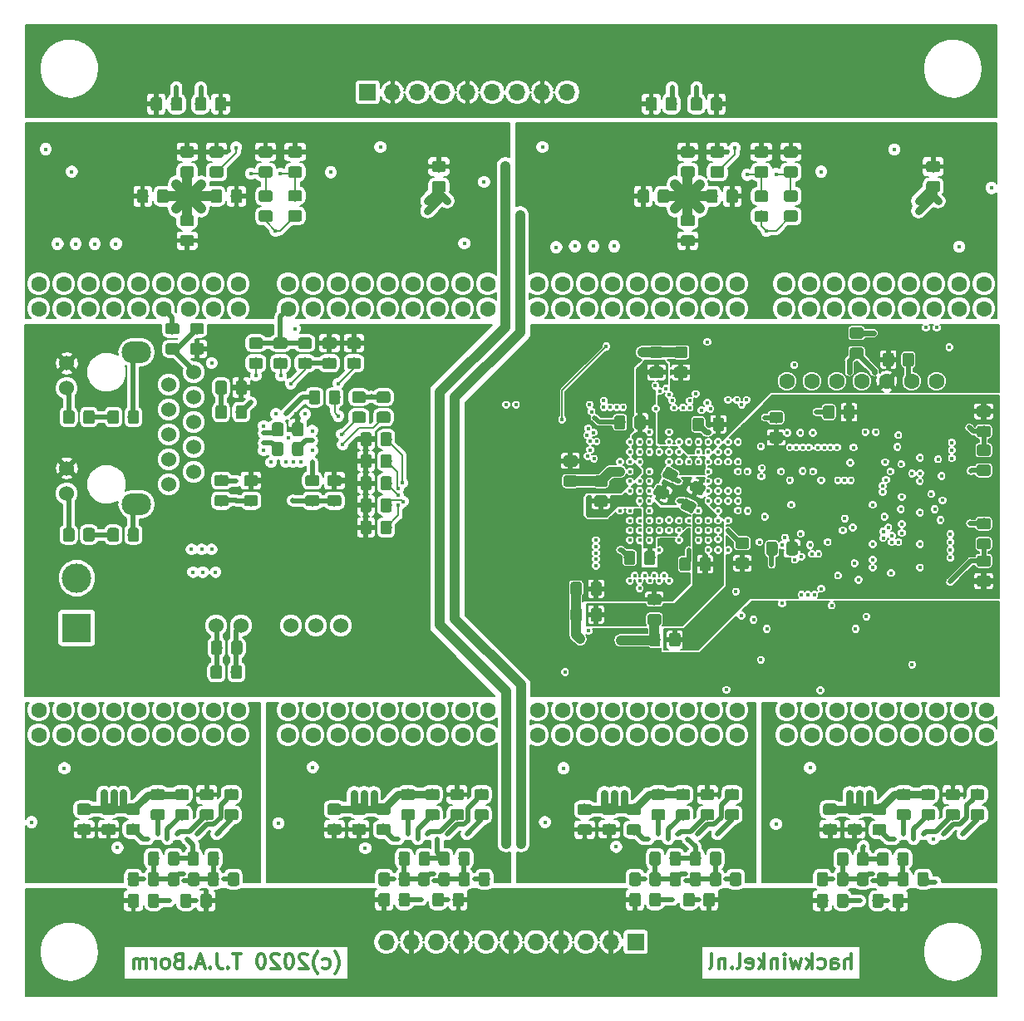
<source format=gbr>
G04 #@! TF.GenerationSoftware,KiCad,Pcbnew,5.0.2+dfsg1-1*
G04 #@! TF.CreationDate,2021-05-05T10:51:01+02:00*
G04 #@! TF.ProjectId,fpga_adda,66706761-5f61-4646-9461-2e6b69636164,rev?*
G04 #@! TF.SameCoordinates,Original*
G04 #@! TF.FileFunction,Copper,L4,Bot*
G04 #@! TF.FilePolarity,Positive*
%FSLAX46Y46*%
G04 Gerber Fmt 4.6, Leading zero omitted, Abs format (unit mm)*
G04 Created by KiCad (PCBNEW 5.0.2+dfsg1-1) date Wed 05 May 2021 10:51:01 AM CEST*
%MOMM*%
%LPD*%
G01*
G04 APERTURE LIST*
G04 #@! TA.AperFunction,NonConductor*
%ADD10C,0.300000*%
G04 #@! TD*
G04 #@! TA.AperFunction,ComponentPad*
%ADD11R,3.000000X3.000000*%
G04 #@! TD*
G04 #@! TA.AperFunction,ComponentPad*
%ADD12C,3.000000*%
G04 #@! TD*
G04 #@! TA.AperFunction,ComponentPad*
%ADD13R,1.700000X1.700000*%
G04 #@! TD*
G04 #@! TA.AperFunction,ComponentPad*
%ADD14O,1.700000X1.700000*%
G04 #@! TD*
G04 #@! TA.AperFunction,Conductor*
%ADD15C,0.100000*%
G04 #@! TD*
G04 #@! TA.AperFunction,SMDPad,CuDef*
%ADD16C,1.150000*%
G04 #@! TD*
G04 #@! TA.AperFunction,ComponentPad*
%ADD17C,1.524000*%
G04 #@! TD*
G04 #@! TA.AperFunction,ComponentPad*
%ADD18O,3.000000X2.250000*%
G04 #@! TD*
G04 #@! TA.AperFunction,ComponentPad*
%ADD19C,1.600000*%
G04 #@! TD*
G04 #@! TA.AperFunction,ViaPad*
%ADD20C,0.800000*%
G04 #@! TD*
G04 #@! TA.AperFunction,ViaPad*
%ADD21C,0.450000*%
G04 #@! TD*
G04 #@! TA.AperFunction,Conductor*
%ADD22C,0.500000*%
G04 #@! TD*
G04 #@! TA.AperFunction,Conductor*
%ADD23C,1.000000*%
G04 #@! TD*
G04 #@! TA.AperFunction,Conductor*
%ADD24C,0.600000*%
G04 #@! TD*
G04 #@! TA.AperFunction,Conductor*
%ADD25C,0.750000*%
G04 #@! TD*
G04 #@! TA.AperFunction,Conductor*
%ADD26C,0.200000*%
G04 #@! TD*
G04 #@! TA.AperFunction,Conductor*
%ADD27C,0.130000*%
G04 #@! TD*
G04 #@! TA.AperFunction,Conductor*
%ADD28C,0.150000*%
G04 #@! TD*
G04 APERTURE END LIST*
D10*
X124242857Y-136678571D02*
X124242857Y-135178571D01*
X123600000Y-136678571D02*
X123600000Y-135892857D01*
X123671428Y-135750000D01*
X123814285Y-135678571D01*
X124028571Y-135678571D01*
X124171428Y-135750000D01*
X124242857Y-135821428D01*
X122242857Y-136678571D02*
X122242857Y-135892857D01*
X122314285Y-135750000D01*
X122457142Y-135678571D01*
X122742857Y-135678571D01*
X122885714Y-135750000D01*
X122242857Y-136607142D02*
X122385714Y-136678571D01*
X122742857Y-136678571D01*
X122885714Y-136607142D01*
X122957142Y-136464285D01*
X122957142Y-136321428D01*
X122885714Y-136178571D01*
X122742857Y-136107142D01*
X122385714Y-136107142D01*
X122242857Y-136035714D01*
X120885714Y-136607142D02*
X121028571Y-136678571D01*
X121314285Y-136678571D01*
X121457142Y-136607142D01*
X121528571Y-136535714D01*
X121600000Y-136392857D01*
X121600000Y-135964285D01*
X121528571Y-135821428D01*
X121457142Y-135750000D01*
X121314285Y-135678571D01*
X121028571Y-135678571D01*
X120885714Y-135750000D01*
X120242857Y-136678571D02*
X120242857Y-135178571D01*
X120100000Y-136107142D02*
X119671428Y-136678571D01*
X119671428Y-135678571D02*
X120242857Y-136250000D01*
X119171428Y-135678571D02*
X118885714Y-136678571D01*
X118600000Y-135964285D01*
X118314285Y-136678571D01*
X118028571Y-135678571D01*
X117457142Y-136678571D02*
X117457142Y-135678571D01*
X117457142Y-135178571D02*
X117528571Y-135250000D01*
X117457142Y-135321428D01*
X117385714Y-135250000D01*
X117457142Y-135178571D01*
X117457142Y-135321428D01*
X116742857Y-135678571D02*
X116742857Y-136678571D01*
X116742857Y-135821428D02*
X116671428Y-135750000D01*
X116528571Y-135678571D01*
X116314285Y-135678571D01*
X116171428Y-135750000D01*
X116100000Y-135892857D01*
X116100000Y-136678571D01*
X115385714Y-136678571D02*
X115385714Y-135178571D01*
X115242857Y-136107142D02*
X114814285Y-136678571D01*
X114814285Y-135678571D02*
X115385714Y-136250000D01*
X113600000Y-136607142D02*
X113742857Y-136678571D01*
X114028571Y-136678571D01*
X114171428Y-136607142D01*
X114242857Y-136464285D01*
X114242857Y-135892857D01*
X114171428Y-135750000D01*
X114028571Y-135678571D01*
X113742857Y-135678571D01*
X113600000Y-135750000D01*
X113528571Y-135892857D01*
X113528571Y-136035714D01*
X114242857Y-136178571D01*
X112671428Y-136678571D02*
X112814285Y-136607142D01*
X112885714Y-136464285D01*
X112885714Y-135178571D01*
X112100000Y-136535714D02*
X112028571Y-136607142D01*
X112100000Y-136678571D01*
X112171428Y-136607142D01*
X112100000Y-136535714D01*
X112100000Y-136678571D01*
X111385714Y-135678571D02*
X111385714Y-136678571D01*
X111385714Y-135821428D02*
X111314285Y-135750000D01*
X111171428Y-135678571D01*
X110957142Y-135678571D01*
X110814285Y-135750000D01*
X110742857Y-135892857D01*
X110742857Y-136678571D01*
X109814285Y-136678571D02*
X109957142Y-136607142D01*
X110028571Y-136464285D01*
X110028571Y-135178571D01*
X71635714Y-137250000D02*
X71707142Y-137178571D01*
X71850000Y-136964285D01*
X71921428Y-136821428D01*
X71992857Y-136607142D01*
X72064285Y-136250000D01*
X72064285Y-135964285D01*
X71992857Y-135607142D01*
X71921428Y-135392857D01*
X71850000Y-135250000D01*
X71707142Y-135035714D01*
X71635714Y-134964285D01*
X70421428Y-136607142D02*
X70564285Y-136678571D01*
X70850000Y-136678571D01*
X70992857Y-136607142D01*
X71064285Y-136535714D01*
X71135714Y-136392857D01*
X71135714Y-135964285D01*
X71064285Y-135821428D01*
X70992857Y-135750000D01*
X70850000Y-135678571D01*
X70564285Y-135678571D01*
X70421428Y-135750000D01*
X69921428Y-137250000D02*
X69850000Y-137178571D01*
X69707142Y-136964285D01*
X69635714Y-136821428D01*
X69564285Y-136607142D01*
X69492857Y-136250000D01*
X69492857Y-135964285D01*
X69564285Y-135607142D01*
X69635714Y-135392857D01*
X69707142Y-135250000D01*
X69850000Y-135035714D01*
X69921428Y-134964285D01*
X68850000Y-135321428D02*
X68778571Y-135250000D01*
X68635714Y-135178571D01*
X68278571Y-135178571D01*
X68135714Y-135250000D01*
X68064285Y-135321428D01*
X67992857Y-135464285D01*
X67992857Y-135607142D01*
X68064285Y-135821428D01*
X68921428Y-136678571D01*
X67992857Y-136678571D01*
X67064285Y-135178571D02*
X66921428Y-135178571D01*
X66778571Y-135250000D01*
X66707142Y-135321428D01*
X66635714Y-135464285D01*
X66564285Y-135750000D01*
X66564285Y-136107142D01*
X66635714Y-136392857D01*
X66707142Y-136535714D01*
X66778571Y-136607142D01*
X66921428Y-136678571D01*
X67064285Y-136678571D01*
X67207142Y-136607142D01*
X67278571Y-136535714D01*
X67350000Y-136392857D01*
X67421428Y-136107142D01*
X67421428Y-135750000D01*
X67350000Y-135464285D01*
X67278571Y-135321428D01*
X67207142Y-135250000D01*
X67064285Y-135178571D01*
X65992857Y-135321428D02*
X65921428Y-135250000D01*
X65778571Y-135178571D01*
X65421428Y-135178571D01*
X65278571Y-135250000D01*
X65207142Y-135321428D01*
X65135714Y-135464285D01*
X65135714Y-135607142D01*
X65207142Y-135821428D01*
X66064285Y-136678571D01*
X65135714Y-136678571D01*
X64207142Y-135178571D02*
X64064285Y-135178571D01*
X63921428Y-135250000D01*
X63850000Y-135321428D01*
X63778571Y-135464285D01*
X63707142Y-135750000D01*
X63707142Y-136107142D01*
X63778571Y-136392857D01*
X63850000Y-136535714D01*
X63921428Y-136607142D01*
X64064285Y-136678571D01*
X64207142Y-136678571D01*
X64350000Y-136607142D01*
X64421428Y-136535714D01*
X64492857Y-136392857D01*
X64564285Y-136107142D01*
X64564285Y-135750000D01*
X64492857Y-135464285D01*
X64421428Y-135321428D01*
X64350000Y-135250000D01*
X64207142Y-135178571D01*
X62135714Y-135178571D02*
X61278571Y-135178571D01*
X61707142Y-136678571D02*
X61707142Y-135178571D01*
X60778571Y-136535714D02*
X60707142Y-136607142D01*
X60778571Y-136678571D01*
X60850000Y-136607142D01*
X60778571Y-136535714D01*
X60778571Y-136678571D01*
X59635714Y-135178571D02*
X59635714Y-136250000D01*
X59707142Y-136464285D01*
X59850000Y-136607142D01*
X60064285Y-136678571D01*
X60207142Y-136678571D01*
X58921428Y-136535714D02*
X58850000Y-136607142D01*
X58921428Y-136678571D01*
X58992857Y-136607142D01*
X58921428Y-136535714D01*
X58921428Y-136678571D01*
X58278571Y-136250000D02*
X57564285Y-136250000D01*
X58421428Y-136678571D02*
X57921428Y-135178571D01*
X57421428Y-136678571D01*
X56921428Y-136535714D02*
X56850000Y-136607142D01*
X56921428Y-136678571D01*
X56992857Y-136607142D01*
X56921428Y-136535714D01*
X56921428Y-136678571D01*
X55707142Y-135892857D02*
X55492857Y-135964285D01*
X55421428Y-136035714D01*
X55350000Y-136178571D01*
X55350000Y-136392857D01*
X55421428Y-136535714D01*
X55492857Y-136607142D01*
X55635714Y-136678571D01*
X56207142Y-136678571D01*
X56207142Y-135178571D01*
X55707142Y-135178571D01*
X55564285Y-135250000D01*
X55492857Y-135321428D01*
X55421428Y-135464285D01*
X55421428Y-135607142D01*
X55492857Y-135750000D01*
X55564285Y-135821428D01*
X55707142Y-135892857D01*
X56207142Y-135892857D01*
X54492857Y-136678571D02*
X54635714Y-136607142D01*
X54707142Y-136535714D01*
X54778571Y-136392857D01*
X54778571Y-135964285D01*
X54707142Y-135821428D01*
X54635714Y-135750000D01*
X54492857Y-135678571D01*
X54278571Y-135678571D01*
X54135714Y-135750000D01*
X54064285Y-135821428D01*
X53992857Y-135964285D01*
X53992857Y-136392857D01*
X54064285Y-136535714D01*
X54135714Y-136607142D01*
X54278571Y-136678571D01*
X54492857Y-136678571D01*
X53350000Y-136678571D02*
X53350000Y-135678571D01*
X53350000Y-135964285D02*
X53278571Y-135821428D01*
X53207142Y-135750000D01*
X53064285Y-135678571D01*
X52921428Y-135678571D01*
X52421428Y-136678571D02*
X52421428Y-135678571D01*
X52421428Y-135821428D02*
X52350000Y-135750000D01*
X52207142Y-135678571D01*
X51992857Y-135678571D01*
X51850000Y-135750000D01*
X51778571Y-135892857D01*
X51778571Y-136678571D01*
X51778571Y-135892857D02*
X51707142Y-135750000D01*
X51564285Y-135678571D01*
X51350000Y-135678571D01*
X51207142Y-135750000D01*
X51135714Y-135892857D01*
X51135714Y-136678571D01*
D11*
G04 #@! TO.P,J4,1*
G04 #@! TO.N,GND*
X45350000Y-102000000D03*
D12*
G04 #@! TO.P,J4,2*
G04 #@! TO.N,+5V*
X45350000Y-96920000D03*
G04 #@! TD*
D13*
G04 #@! TO.P,J2,1*
G04 #@! TO.N,-5VA*
X75000000Y-47400000D03*
D14*
G04 #@! TO.P,J2,2*
G04 #@! TO.N,GND*
X77540000Y-47400000D03*
G04 #@! TO.P,J2,3*
G04 #@! TO.N,Net-(J2-Pad3)*
X80080000Y-47400000D03*
G04 #@! TO.P,J2,4*
G04 #@! TO.N,Net-(J2-Pad4)*
X82620000Y-47400000D03*
G04 #@! TO.P,J2,5*
G04 #@! TO.N,GND*
X85160000Y-47400000D03*
G04 #@! TO.P,J2,6*
G04 #@! TO.N,Net-(J2-Pad6)*
X87700000Y-47400000D03*
G04 #@! TO.P,J2,7*
G04 #@! TO.N,Net-(J2-Pad7)*
X90240000Y-47400000D03*
G04 #@! TO.P,J2,8*
G04 #@! TO.N,GND*
X92780000Y-47400000D03*
G04 #@! TO.P,J2,9*
G04 #@! TO.N,+5VA*
X95320000Y-47400000D03*
G04 #@! TD*
D13*
G04 #@! TO.P,J3,1*
G04 #@! TO.N,-5VA*
X102300000Y-134000000D03*
D14*
G04 #@! TO.P,J3,2*
G04 #@! TO.N,GND*
X99760000Y-134000000D03*
G04 #@! TO.P,J3,3*
G04 #@! TO.N,Net-(C84-Pad1)*
X97220000Y-134000000D03*
G04 #@! TO.P,J3,4*
G04 #@! TO.N,GND*
X94680000Y-134000000D03*
G04 #@! TO.P,J3,5*
G04 #@! TO.N,Net-(C85-Pad1)*
X92140000Y-134000000D03*
G04 #@! TO.P,J3,6*
G04 #@! TO.N,GND*
X89600000Y-134000000D03*
G04 #@! TO.P,J3,7*
G04 #@! TO.N,Net-(C88-Pad1)*
X87060000Y-134000000D03*
G04 #@! TO.P,J3,8*
G04 #@! TO.N,GND*
X84520000Y-134000000D03*
G04 #@! TO.P,J3,9*
G04 #@! TO.N,Net-(C89-Pad1)*
X81980000Y-134000000D03*
G04 #@! TO.P,J3,10*
G04 #@! TO.N,GND*
X79440000Y-134000000D03*
G04 #@! TO.P,J3,11*
G04 #@! TO.N,+5VA*
X76900000Y-134000000D03*
G04 #@! TD*
D15*
G04 #@! TO.N,GND*
G04 #@! TO.C,C90*
G36*
X102574505Y-129001204D02*
X102598773Y-129004804D01*
X102622572Y-129010765D01*
X102645671Y-129019030D01*
X102667850Y-129029520D01*
X102688893Y-129042132D01*
X102708599Y-129056747D01*
X102726777Y-129073223D01*
X102743253Y-129091401D01*
X102757868Y-129111107D01*
X102770480Y-129132150D01*
X102780970Y-129154329D01*
X102789235Y-129177428D01*
X102795196Y-129201227D01*
X102798796Y-129225495D01*
X102800000Y-129249999D01*
X102800000Y-130150001D01*
X102798796Y-130174505D01*
X102795196Y-130198773D01*
X102789235Y-130222572D01*
X102780970Y-130245671D01*
X102770480Y-130267850D01*
X102757868Y-130288893D01*
X102743253Y-130308599D01*
X102726777Y-130326777D01*
X102708599Y-130343253D01*
X102688893Y-130357868D01*
X102667850Y-130370480D01*
X102645671Y-130380970D01*
X102622572Y-130389235D01*
X102598773Y-130395196D01*
X102574505Y-130398796D01*
X102550001Y-130400000D01*
X101899999Y-130400000D01*
X101875495Y-130398796D01*
X101851227Y-130395196D01*
X101827428Y-130389235D01*
X101804329Y-130380970D01*
X101782150Y-130370480D01*
X101761107Y-130357868D01*
X101741401Y-130343253D01*
X101723223Y-130326777D01*
X101706747Y-130308599D01*
X101692132Y-130288893D01*
X101679520Y-130267850D01*
X101669030Y-130245671D01*
X101660765Y-130222572D01*
X101654804Y-130198773D01*
X101651204Y-130174505D01*
X101650000Y-130150001D01*
X101650000Y-129249999D01*
X101651204Y-129225495D01*
X101654804Y-129201227D01*
X101660765Y-129177428D01*
X101669030Y-129154329D01*
X101679520Y-129132150D01*
X101692132Y-129111107D01*
X101706747Y-129091401D01*
X101723223Y-129073223D01*
X101741401Y-129056747D01*
X101761107Y-129042132D01*
X101782150Y-129029520D01*
X101804329Y-129019030D01*
X101827428Y-129010765D01*
X101851227Y-129004804D01*
X101875495Y-129001204D01*
X101899999Y-129000000D01*
X102550001Y-129000000D01*
X102574505Y-129001204D01*
X102574505Y-129001204D01*
G37*
D16*
G04 #@! TD*
G04 #@! TO.P,C90,2*
G04 #@! TO.N,GND*
X102225000Y-129700000D03*
D15*
G04 #@! TO.N,+5VA*
G04 #@! TO.C,C90*
G36*
X104624505Y-129001204D02*
X104648773Y-129004804D01*
X104672572Y-129010765D01*
X104695671Y-129019030D01*
X104717850Y-129029520D01*
X104738893Y-129042132D01*
X104758599Y-129056747D01*
X104776777Y-129073223D01*
X104793253Y-129091401D01*
X104807868Y-129111107D01*
X104820480Y-129132150D01*
X104830970Y-129154329D01*
X104839235Y-129177428D01*
X104845196Y-129201227D01*
X104848796Y-129225495D01*
X104850000Y-129249999D01*
X104850000Y-130150001D01*
X104848796Y-130174505D01*
X104845196Y-130198773D01*
X104839235Y-130222572D01*
X104830970Y-130245671D01*
X104820480Y-130267850D01*
X104807868Y-130288893D01*
X104793253Y-130308599D01*
X104776777Y-130326777D01*
X104758599Y-130343253D01*
X104738893Y-130357868D01*
X104717850Y-130370480D01*
X104695671Y-130380970D01*
X104672572Y-130389235D01*
X104648773Y-130395196D01*
X104624505Y-130398796D01*
X104600001Y-130400000D01*
X103949999Y-130400000D01*
X103925495Y-130398796D01*
X103901227Y-130395196D01*
X103877428Y-130389235D01*
X103854329Y-130380970D01*
X103832150Y-130370480D01*
X103811107Y-130357868D01*
X103791401Y-130343253D01*
X103773223Y-130326777D01*
X103756747Y-130308599D01*
X103742132Y-130288893D01*
X103729520Y-130267850D01*
X103719030Y-130245671D01*
X103710765Y-130222572D01*
X103704804Y-130198773D01*
X103701204Y-130174505D01*
X103700000Y-130150001D01*
X103700000Y-129249999D01*
X103701204Y-129225495D01*
X103704804Y-129201227D01*
X103710765Y-129177428D01*
X103719030Y-129154329D01*
X103729520Y-129132150D01*
X103742132Y-129111107D01*
X103756747Y-129091401D01*
X103773223Y-129073223D01*
X103791401Y-129056747D01*
X103811107Y-129042132D01*
X103832150Y-129029520D01*
X103854329Y-129019030D01*
X103877428Y-129010765D01*
X103901227Y-129004804D01*
X103925495Y-129001204D01*
X103949999Y-129000000D01*
X104600001Y-129000000D01*
X104624505Y-129001204D01*
X104624505Y-129001204D01*
G37*
D16*
G04 #@! TD*
G04 #@! TO.P,C90,1*
G04 #@! TO.N,+5VA*
X104275000Y-129700000D03*
D15*
G04 #@! TO.N,+5VA*
G04 #@! TO.C,C91*
G36*
X123724505Y-129101204D02*
X123748773Y-129104804D01*
X123772572Y-129110765D01*
X123795671Y-129119030D01*
X123817850Y-129129520D01*
X123838893Y-129142132D01*
X123858599Y-129156747D01*
X123876777Y-129173223D01*
X123893253Y-129191401D01*
X123907868Y-129211107D01*
X123920480Y-129232150D01*
X123930970Y-129254329D01*
X123939235Y-129277428D01*
X123945196Y-129301227D01*
X123948796Y-129325495D01*
X123950000Y-129349999D01*
X123950000Y-130250001D01*
X123948796Y-130274505D01*
X123945196Y-130298773D01*
X123939235Y-130322572D01*
X123930970Y-130345671D01*
X123920480Y-130367850D01*
X123907868Y-130388893D01*
X123893253Y-130408599D01*
X123876777Y-130426777D01*
X123858599Y-130443253D01*
X123838893Y-130457868D01*
X123817850Y-130470480D01*
X123795671Y-130480970D01*
X123772572Y-130489235D01*
X123748773Y-130495196D01*
X123724505Y-130498796D01*
X123700001Y-130500000D01*
X123049999Y-130500000D01*
X123025495Y-130498796D01*
X123001227Y-130495196D01*
X122977428Y-130489235D01*
X122954329Y-130480970D01*
X122932150Y-130470480D01*
X122911107Y-130457868D01*
X122891401Y-130443253D01*
X122873223Y-130426777D01*
X122856747Y-130408599D01*
X122842132Y-130388893D01*
X122829520Y-130367850D01*
X122819030Y-130345671D01*
X122810765Y-130322572D01*
X122804804Y-130298773D01*
X122801204Y-130274505D01*
X122800000Y-130250001D01*
X122800000Y-129349999D01*
X122801204Y-129325495D01*
X122804804Y-129301227D01*
X122810765Y-129277428D01*
X122819030Y-129254329D01*
X122829520Y-129232150D01*
X122842132Y-129211107D01*
X122856747Y-129191401D01*
X122873223Y-129173223D01*
X122891401Y-129156747D01*
X122911107Y-129142132D01*
X122932150Y-129129520D01*
X122954329Y-129119030D01*
X122977428Y-129110765D01*
X123001227Y-129104804D01*
X123025495Y-129101204D01*
X123049999Y-129100000D01*
X123700001Y-129100000D01*
X123724505Y-129101204D01*
X123724505Y-129101204D01*
G37*
D16*
G04 #@! TD*
G04 #@! TO.P,C91,1*
G04 #@! TO.N,+5VA*
X123375000Y-129800000D03*
D15*
G04 #@! TO.N,GND*
G04 #@! TO.C,C91*
G36*
X121674505Y-129101204D02*
X121698773Y-129104804D01*
X121722572Y-129110765D01*
X121745671Y-129119030D01*
X121767850Y-129129520D01*
X121788893Y-129142132D01*
X121808599Y-129156747D01*
X121826777Y-129173223D01*
X121843253Y-129191401D01*
X121857868Y-129211107D01*
X121870480Y-129232150D01*
X121880970Y-129254329D01*
X121889235Y-129277428D01*
X121895196Y-129301227D01*
X121898796Y-129325495D01*
X121900000Y-129349999D01*
X121900000Y-130250001D01*
X121898796Y-130274505D01*
X121895196Y-130298773D01*
X121889235Y-130322572D01*
X121880970Y-130345671D01*
X121870480Y-130367850D01*
X121857868Y-130388893D01*
X121843253Y-130408599D01*
X121826777Y-130426777D01*
X121808599Y-130443253D01*
X121788893Y-130457868D01*
X121767850Y-130470480D01*
X121745671Y-130480970D01*
X121722572Y-130489235D01*
X121698773Y-130495196D01*
X121674505Y-130498796D01*
X121650001Y-130500000D01*
X120999999Y-130500000D01*
X120975495Y-130498796D01*
X120951227Y-130495196D01*
X120927428Y-130489235D01*
X120904329Y-130480970D01*
X120882150Y-130470480D01*
X120861107Y-130457868D01*
X120841401Y-130443253D01*
X120823223Y-130426777D01*
X120806747Y-130408599D01*
X120792132Y-130388893D01*
X120779520Y-130367850D01*
X120769030Y-130345671D01*
X120760765Y-130322572D01*
X120754804Y-130298773D01*
X120751204Y-130274505D01*
X120750000Y-130250001D01*
X120750000Y-129349999D01*
X120751204Y-129325495D01*
X120754804Y-129301227D01*
X120760765Y-129277428D01*
X120769030Y-129254329D01*
X120779520Y-129232150D01*
X120792132Y-129211107D01*
X120806747Y-129191401D01*
X120823223Y-129173223D01*
X120841401Y-129156747D01*
X120861107Y-129142132D01*
X120882150Y-129129520D01*
X120904329Y-129119030D01*
X120927428Y-129110765D01*
X120951227Y-129104804D01*
X120975495Y-129101204D01*
X120999999Y-129100000D01*
X121650001Y-129100000D01*
X121674505Y-129101204D01*
X121674505Y-129101204D01*
G37*
D16*
G04 #@! TD*
G04 #@! TO.P,C91,2*
G04 #@! TO.N,GND*
X121325000Y-129800000D03*
D15*
G04 #@! TO.N,GND*
G04 #@! TO.C,C92*
G36*
X51474505Y-129101204D02*
X51498773Y-129104804D01*
X51522572Y-129110765D01*
X51545671Y-129119030D01*
X51567850Y-129129520D01*
X51588893Y-129142132D01*
X51608599Y-129156747D01*
X51626777Y-129173223D01*
X51643253Y-129191401D01*
X51657868Y-129211107D01*
X51670480Y-129232150D01*
X51680970Y-129254329D01*
X51689235Y-129277428D01*
X51695196Y-129301227D01*
X51698796Y-129325495D01*
X51700000Y-129349999D01*
X51700000Y-130250001D01*
X51698796Y-130274505D01*
X51695196Y-130298773D01*
X51689235Y-130322572D01*
X51680970Y-130345671D01*
X51670480Y-130367850D01*
X51657868Y-130388893D01*
X51643253Y-130408599D01*
X51626777Y-130426777D01*
X51608599Y-130443253D01*
X51588893Y-130457868D01*
X51567850Y-130470480D01*
X51545671Y-130480970D01*
X51522572Y-130489235D01*
X51498773Y-130495196D01*
X51474505Y-130498796D01*
X51450001Y-130500000D01*
X50799999Y-130500000D01*
X50775495Y-130498796D01*
X50751227Y-130495196D01*
X50727428Y-130489235D01*
X50704329Y-130480970D01*
X50682150Y-130470480D01*
X50661107Y-130457868D01*
X50641401Y-130443253D01*
X50623223Y-130426777D01*
X50606747Y-130408599D01*
X50592132Y-130388893D01*
X50579520Y-130367850D01*
X50569030Y-130345671D01*
X50560765Y-130322572D01*
X50554804Y-130298773D01*
X50551204Y-130274505D01*
X50550000Y-130250001D01*
X50550000Y-129349999D01*
X50551204Y-129325495D01*
X50554804Y-129301227D01*
X50560765Y-129277428D01*
X50569030Y-129254329D01*
X50579520Y-129232150D01*
X50592132Y-129211107D01*
X50606747Y-129191401D01*
X50623223Y-129173223D01*
X50641401Y-129156747D01*
X50661107Y-129142132D01*
X50682150Y-129129520D01*
X50704329Y-129119030D01*
X50727428Y-129110765D01*
X50751227Y-129104804D01*
X50775495Y-129101204D01*
X50799999Y-129100000D01*
X51450001Y-129100000D01*
X51474505Y-129101204D01*
X51474505Y-129101204D01*
G37*
D16*
G04 #@! TD*
G04 #@! TO.P,C92,2*
G04 #@! TO.N,GND*
X51125000Y-129800000D03*
D15*
G04 #@! TO.N,+5VA*
G04 #@! TO.C,C92*
G36*
X53524505Y-129101204D02*
X53548773Y-129104804D01*
X53572572Y-129110765D01*
X53595671Y-129119030D01*
X53617850Y-129129520D01*
X53638893Y-129142132D01*
X53658599Y-129156747D01*
X53676777Y-129173223D01*
X53693253Y-129191401D01*
X53707868Y-129211107D01*
X53720480Y-129232150D01*
X53730970Y-129254329D01*
X53739235Y-129277428D01*
X53745196Y-129301227D01*
X53748796Y-129325495D01*
X53750000Y-129349999D01*
X53750000Y-130250001D01*
X53748796Y-130274505D01*
X53745196Y-130298773D01*
X53739235Y-130322572D01*
X53730970Y-130345671D01*
X53720480Y-130367850D01*
X53707868Y-130388893D01*
X53693253Y-130408599D01*
X53676777Y-130426777D01*
X53658599Y-130443253D01*
X53638893Y-130457868D01*
X53617850Y-130470480D01*
X53595671Y-130480970D01*
X53572572Y-130489235D01*
X53548773Y-130495196D01*
X53524505Y-130498796D01*
X53500001Y-130500000D01*
X52849999Y-130500000D01*
X52825495Y-130498796D01*
X52801227Y-130495196D01*
X52777428Y-130489235D01*
X52754329Y-130480970D01*
X52732150Y-130470480D01*
X52711107Y-130457868D01*
X52691401Y-130443253D01*
X52673223Y-130426777D01*
X52656747Y-130408599D01*
X52642132Y-130388893D01*
X52629520Y-130367850D01*
X52619030Y-130345671D01*
X52610765Y-130322572D01*
X52604804Y-130298773D01*
X52601204Y-130274505D01*
X52600000Y-130250001D01*
X52600000Y-129349999D01*
X52601204Y-129325495D01*
X52604804Y-129301227D01*
X52610765Y-129277428D01*
X52619030Y-129254329D01*
X52629520Y-129232150D01*
X52642132Y-129211107D01*
X52656747Y-129191401D01*
X52673223Y-129173223D01*
X52691401Y-129156747D01*
X52711107Y-129142132D01*
X52732150Y-129129520D01*
X52754329Y-129119030D01*
X52777428Y-129110765D01*
X52801227Y-129104804D01*
X52825495Y-129101204D01*
X52849999Y-129100000D01*
X53500001Y-129100000D01*
X53524505Y-129101204D01*
X53524505Y-129101204D01*
G37*
D16*
G04 #@! TD*
G04 #@! TO.P,C92,1*
G04 #@! TO.N,+5VA*
X53175000Y-129800000D03*
D15*
G04 #@! TO.N,+5VA*
G04 #@! TO.C,C93*
G36*
X79074505Y-129001204D02*
X79098773Y-129004804D01*
X79122572Y-129010765D01*
X79145671Y-129019030D01*
X79167850Y-129029520D01*
X79188893Y-129042132D01*
X79208599Y-129056747D01*
X79226777Y-129073223D01*
X79243253Y-129091401D01*
X79257868Y-129111107D01*
X79270480Y-129132150D01*
X79280970Y-129154329D01*
X79289235Y-129177428D01*
X79295196Y-129201227D01*
X79298796Y-129225495D01*
X79300000Y-129249999D01*
X79300000Y-130150001D01*
X79298796Y-130174505D01*
X79295196Y-130198773D01*
X79289235Y-130222572D01*
X79280970Y-130245671D01*
X79270480Y-130267850D01*
X79257868Y-130288893D01*
X79243253Y-130308599D01*
X79226777Y-130326777D01*
X79208599Y-130343253D01*
X79188893Y-130357868D01*
X79167850Y-130370480D01*
X79145671Y-130380970D01*
X79122572Y-130389235D01*
X79098773Y-130395196D01*
X79074505Y-130398796D01*
X79050001Y-130400000D01*
X78399999Y-130400000D01*
X78375495Y-130398796D01*
X78351227Y-130395196D01*
X78327428Y-130389235D01*
X78304329Y-130380970D01*
X78282150Y-130370480D01*
X78261107Y-130357868D01*
X78241401Y-130343253D01*
X78223223Y-130326777D01*
X78206747Y-130308599D01*
X78192132Y-130288893D01*
X78179520Y-130267850D01*
X78169030Y-130245671D01*
X78160765Y-130222572D01*
X78154804Y-130198773D01*
X78151204Y-130174505D01*
X78150000Y-130150001D01*
X78150000Y-129249999D01*
X78151204Y-129225495D01*
X78154804Y-129201227D01*
X78160765Y-129177428D01*
X78169030Y-129154329D01*
X78179520Y-129132150D01*
X78192132Y-129111107D01*
X78206747Y-129091401D01*
X78223223Y-129073223D01*
X78241401Y-129056747D01*
X78261107Y-129042132D01*
X78282150Y-129029520D01*
X78304329Y-129019030D01*
X78327428Y-129010765D01*
X78351227Y-129004804D01*
X78375495Y-129001204D01*
X78399999Y-129000000D01*
X79050001Y-129000000D01*
X79074505Y-129001204D01*
X79074505Y-129001204D01*
G37*
D16*
G04 #@! TD*
G04 #@! TO.P,C93,1*
G04 #@! TO.N,+5VA*
X78725000Y-129700000D03*
D15*
G04 #@! TO.N,GND*
G04 #@! TO.C,C93*
G36*
X77024505Y-129001204D02*
X77048773Y-129004804D01*
X77072572Y-129010765D01*
X77095671Y-129019030D01*
X77117850Y-129029520D01*
X77138893Y-129042132D01*
X77158599Y-129056747D01*
X77176777Y-129073223D01*
X77193253Y-129091401D01*
X77207868Y-129111107D01*
X77220480Y-129132150D01*
X77230970Y-129154329D01*
X77239235Y-129177428D01*
X77245196Y-129201227D01*
X77248796Y-129225495D01*
X77250000Y-129249999D01*
X77250000Y-130150001D01*
X77248796Y-130174505D01*
X77245196Y-130198773D01*
X77239235Y-130222572D01*
X77230970Y-130245671D01*
X77220480Y-130267850D01*
X77207868Y-130288893D01*
X77193253Y-130308599D01*
X77176777Y-130326777D01*
X77158599Y-130343253D01*
X77138893Y-130357868D01*
X77117850Y-130370480D01*
X77095671Y-130380970D01*
X77072572Y-130389235D01*
X77048773Y-130395196D01*
X77024505Y-130398796D01*
X77000001Y-130400000D01*
X76349999Y-130400000D01*
X76325495Y-130398796D01*
X76301227Y-130395196D01*
X76277428Y-130389235D01*
X76254329Y-130380970D01*
X76232150Y-130370480D01*
X76211107Y-130357868D01*
X76191401Y-130343253D01*
X76173223Y-130326777D01*
X76156747Y-130308599D01*
X76142132Y-130288893D01*
X76129520Y-130267850D01*
X76119030Y-130245671D01*
X76110765Y-130222572D01*
X76104804Y-130198773D01*
X76101204Y-130174505D01*
X76100000Y-130150001D01*
X76100000Y-129249999D01*
X76101204Y-129225495D01*
X76104804Y-129201227D01*
X76110765Y-129177428D01*
X76119030Y-129154329D01*
X76129520Y-129132150D01*
X76142132Y-129111107D01*
X76156747Y-129091401D01*
X76173223Y-129073223D01*
X76191401Y-129056747D01*
X76211107Y-129042132D01*
X76232150Y-129029520D01*
X76254329Y-129019030D01*
X76277428Y-129010765D01*
X76301227Y-129004804D01*
X76325495Y-129001204D01*
X76349999Y-129000000D01*
X77000001Y-129000000D01*
X77024505Y-129001204D01*
X77024505Y-129001204D01*
G37*
D16*
G04 #@! TD*
G04 #@! TO.P,C93,2*
G04 #@! TO.N,GND*
X76675000Y-129700000D03*
D15*
G04 #@! TO.N,GND*
G04 #@! TO.C,C94*
G36*
X129374505Y-129101204D02*
X129398773Y-129104804D01*
X129422572Y-129110765D01*
X129445671Y-129119030D01*
X129467850Y-129129520D01*
X129488893Y-129142132D01*
X129508599Y-129156747D01*
X129526777Y-129173223D01*
X129543253Y-129191401D01*
X129557868Y-129211107D01*
X129570480Y-129232150D01*
X129580970Y-129254329D01*
X129589235Y-129277428D01*
X129595196Y-129301227D01*
X129598796Y-129325495D01*
X129600000Y-129349999D01*
X129600000Y-130250001D01*
X129598796Y-130274505D01*
X129595196Y-130298773D01*
X129589235Y-130322572D01*
X129580970Y-130345671D01*
X129570480Y-130367850D01*
X129557868Y-130388893D01*
X129543253Y-130408599D01*
X129526777Y-130426777D01*
X129508599Y-130443253D01*
X129488893Y-130457868D01*
X129467850Y-130470480D01*
X129445671Y-130480970D01*
X129422572Y-130489235D01*
X129398773Y-130495196D01*
X129374505Y-130498796D01*
X129350001Y-130500000D01*
X128699999Y-130500000D01*
X128675495Y-130498796D01*
X128651227Y-130495196D01*
X128627428Y-130489235D01*
X128604329Y-130480970D01*
X128582150Y-130470480D01*
X128561107Y-130457868D01*
X128541401Y-130443253D01*
X128523223Y-130426777D01*
X128506747Y-130408599D01*
X128492132Y-130388893D01*
X128479520Y-130367850D01*
X128469030Y-130345671D01*
X128460765Y-130322572D01*
X128454804Y-130298773D01*
X128451204Y-130274505D01*
X128450000Y-130250001D01*
X128450000Y-129349999D01*
X128451204Y-129325495D01*
X128454804Y-129301227D01*
X128460765Y-129277428D01*
X128469030Y-129254329D01*
X128479520Y-129232150D01*
X128492132Y-129211107D01*
X128506747Y-129191401D01*
X128523223Y-129173223D01*
X128541401Y-129156747D01*
X128561107Y-129142132D01*
X128582150Y-129129520D01*
X128604329Y-129119030D01*
X128627428Y-129110765D01*
X128651227Y-129104804D01*
X128675495Y-129101204D01*
X128699999Y-129100000D01*
X129350001Y-129100000D01*
X129374505Y-129101204D01*
X129374505Y-129101204D01*
G37*
D16*
G04 #@! TD*
G04 #@! TO.P,C94,2*
G04 #@! TO.N,GND*
X129025000Y-129800000D03*
D15*
G04 #@! TO.N,-5VA*
G04 #@! TO.C,C94*
G36*
X127324505Y-129101204D02*
X127348773Y-129104804D01*
X127372572Y-129110765D01*
X127395671Y-129119030D01*
X127417850Y-129129520D01*
X127438893Y-129142132D01*
X127458599Y-129156747D01*
X127476777Y-129173223D01*
X127493253Y-129191401D01*
X127507868Y-129211107D01*
X127520480Y-129232150D01*
X127530970Y-129254329D01*
X127539235Y-129277428D01*
X127545196Y-129301227D01*
X127548796Y-129325495D01*
X127550000Y-129349999D01*
X127550000Y-130250001D01*
X127548796Y-130274505D01*
X127545196Y-130298773D01*
X127539235Y-130322572D01*
X127530970Y-130345671D01*
X127520480Y-130367850D01*
X127507868Y-130388893D01*
X127493253Y-130408599D01*
X127476777Y-130426777D01*
X127458599Y-130443253D01*
X127438893Y-130457868D01*
X127417850Y-130470480D01*
X127395671Y-130480970D01*
X127372572Y-130489235D01*
X127348773Y-130495196D01*
X127324505Y-130498796D01*
X127300001Y-130500000D01*
X126649999Y-130500000D01*
X126625495Y-130498796D01*
X126601227Y-130495196D01*
X126577428Y-130489235D01*
X126554329Y-130480970D01*
X126532150Y-130470480D01*
X126511107Y-130457868D01*
X126491401Y-130443253D01*
X126473223Y-130426777D01*
X126456747Y-130408599D01*
X126442132Y-130388893D01*
X126429520Y-130367850D01*
X126419030Y-130345671D01*
X126410765Y-130322572D01*
X126404804Y-130298773D01*
X126401204Y-130274505D01*
X126400000Y-130250001D01*
X126400000Y-129349999D01*
X126401204Y-129325495D01*
X126404804Y-129301227D01*
X126410765Y-129277428D01*
X126419030Y-129254329D01*
X126429520Y-129232150D01*
X126442132Y-129211107D01*
X126456747Y-129191401D01*
X126473223Y-129173223D01*
X126491401Y-129156747D01*
X126511107Y-129142132D01*
X126532150Y-129129520D01*
X126554329Y-129119030D01*
X126577428Y-129110765D01*
X126601227Y-129104804D01*
X126625495Y-129101204D01*
X126649999Y-129100000D01*
X127300001Y-129100000D01*
X127324505Y-129101204D01*
X127324505Y-129101204D01*
G37*
D16*
G04 #@! TD*
G04 #@! TO.P,C94,1*
G04 #@! TO.N,-5VA*
X126975000Y-129800000D03*
D15*
G04 #@! TO.N,-5VA*
G04 #@! TO.C,C95*
G36*
X108074505Y-129001204D02*
X108098773Y-129004804D01*
X108122572Y-129010765D01*
X108145671Y-129019030D01*
X108167850Y-129029520D01*
X108188893Y-129042132D01*
X108208599Y-129056747D01*
X108226777Y-129073223D01*
X108243253Y-129091401D01*
X108257868Y-129111107D01*
X108270480Y-129132150D01*
X108280970Y-129154329D01*
X108289235Y-129177428D01*
X108295196Y-129201227D01*
X108298796Y-129225495D01*
X108300000Y-129249999D01*
X108300000Y-130150001D01*
X108298796Y-130174505D01*
X108295196Y-130198773D01*
X108289235Y-130222572D01*
X108280970Y-130245671D01*
X108270480Y-130267850D01*
X108257868Y-130288893D01*
X108243253Y-130308599D01*
X108226777Y-130326777D01*
X108208599Y-130343253D01*
X108188893Y-130357868D01*
X108167850Y-130370480D01*
X108145671Y-130380970D01*
X108122572Y-130389235D01*
X108098773Y-130395196D01*
X108074505Y-130398796D01*
X108050001Y-130400000D01*
X107399999Y-130400000D01*
X107375495Y-130398796D01*
X107351227Y-130395196D01*
X107327428Y-130389235D01*
X107304329Y-130380970D01*
X107282150Y-130370480D01*
X107261107Y-130357868D01*
X107241401Y-130343253D01*
X107223223Y-130326777D01*
X107206747Y-130308599D01*
X107192132Y-130288893D01*
X107179520Y-130267850D01*
X107169030Y-130245671D01*
X107160765Y-130222572D01*
X107154804Y-130198773D01*
X107151204Y-130174505D01*
X107150000Y-130150001D01*
X107150000Y-129249999D01*
X107151204Y-129225495D01*
X107154804Y-129201227D01*
X107160765Y-129177428D01*
X107169030Y-129154329D01*
X107179520Y-129132150D01*
X107192132Y-129111107D01*
X107206747Y-129091401D01*
X107223223Y-129073223D01*
X107241401Y-129056747D01*
X107261107Y-129042132D01*
X107282150Y-129029520D01*
X107304329Y-129019030D01*
X107327428Y-129010765D01*
X107351227Y-129004804D01*
X107375495Y-129001204D01*
X107399999Y-129000000D01*
X108050001Y-129000000D01*
X108074505Y-129001204D01*
X108074505Y-129001204D01*
G37*
D16*
G04 #@! TD*
G04 #@! TO.P,C95,1*
G04 #@! TO.N,-5VA*
X107725000Y-129700000D03*
D15*
G04 #@! TO.N,GND*
G04 #@! TO.C,C95*
G36*
X110124505Y-129001204D02*
X110148773Y-129004804D01*
X110172572Y-129010765D01*
X110195671Y-129019030D01*
X110217850Y-129029520D01*
X110238893Y-129042132D01*
X110258599Y-129056747D01*
X110276777Y-129073223D01*
X110293253Y-129091401D01*
X110307868Y-129111107D01*
X110320480Y-129132150D01*
X110330970Y-129154329D01*
X110339235Y-129177428D01*
X110345196Y-129201227D01*
X110348796Y-129225495D01*
X110350000Y-129249999D01*
X110350000Y-130150001D01*
X110348796Y-130174505D01*
X110345196Y-130198773D01*
X110339235Y-130222572D01*
X110330970Y-130245671D01*
X110320480Y-130267850D01*
X110307868Y-130288893D01*
X110293253Y-130308599D01*
X110276777Y-130326777D01*
X110258599Y-130343253D01*
X110238893Y-130357868D01*
X110217850Y-130370480D01*
X110195671Y-130380970D01*
X110172572Y-130389235D01*
X110148773Y-130395196D01*
X110124505Y-130398796D01*
X110100001Y-130400000D01*
X109449999Y-130400000D01*
X109425495Y-130398796D01*
X109401227Y-130395196D01*
X109377428Y-130389235D01*
X109354329Y-130380970D01*
X109332150Y-130370480D01*
X109311107Y-130357868D01*
X109291401Y-130343253D01*
X109273223Y-130326777D01*
X109256747Y-130308599D01*
X109242132Y-130288893D01*
X109229520Y-130267850D01*
X109219030Y-130245671D01*
X109210765Y-130222572D01*
X109204804Y-130198773D01*
X109201204Y-130174505D01*
X109200000Y-130150001D01*
X109200000Y-129249999D01*
X109201204Y-129225495D01*
X109204804Y-129201227D01*
X109210765Y-129177428D01*
X109219030Y-129154329D01*
X109229520Y-129132150D01*
X109242132Y-129111107D01*
X109256747Y-129091401D01*
X109273223Y-129073223D01*
X109291401Y-129056747D01*
X109311107Y-129042132D01*
X109332150Y-129029520D01*
X109354329Y-129019030D01*
X109377428Y-129010765D01*
X109401227Y-129004804D01*
X109425495Y-129001204D01*
X109449999Y-129000000D01*
X110100001Y-129000000D01*
X110124505Y-129001204D01*
X110124505Y-129001204D01*
G37*
D16*
G04 #@! TD*
G04 #@! TO.P,C95,2*
G04 #@! TO.N,GND*
X109775000Y-129700000D03*
D15*
G04 #@! TO.N,GND*
G04 #@! TO.C,C96*
G36*
X84574505Y-129001204D02*
X84598773Y-129004804D01*
X84622572Y-129010765D01*
X84645671Y-129019030D01*
X84667850Y-129029520D01*
X84688893Y-129042132D01*
X84708599Y-129056747D01*
X84726777Y-129073223D01*
X84743253Y-129091401D01*
X84757868Y-129111107D01*
X84770480Y-129132150D01*
X84780970Y-129154329D01*
X84789235Y-129177428D01*
X84795196Y-129201227D01*
X84798796Y-129225495D01*
X84800000Y-129249999D01*
X84800000Y-130150001D01*
X84798796Y-130174505D01*
X84795196Y-130198773D01*
X84789235Y-130222572D01*
X84780970Y-130245671D01*
X84770480Y-130267850D01*
X84757868Y-130288893D01*
X84743253Y-130308599D01*
X84726777Y-130326777D01*
X84708599Y-130343253D01*
X84688893Y-130357868D01*
X84667850Y-130370480D01*
X84645671Y-130380970D01*
X84622572Y-130389235D01*
X84598773Y-130395196D01*
X84574505Y-130398796D01*
X84550001Y-130400000D01*
X83899999Y-130400000D01*
X83875495Y-130398796D01*
X83851227Y-130395196D01*
X83827428Y-130389235D01*
X83804329Y-130380970D01*
X83782150Y-130370480D01*
X83761107Y-130357868D01*
X83741401Y-130343253D01*
X83723223Y-130326777D01*
X83706747Y-130308599D01*
X83692132Y-130288893D01*
X83679520Y-130267850D01*
X83669030Y-130245671D01*
X83660765Y-130222572D01*
X83654804Y-130198773D01*
X83651204Y-130174505D01*
X83650000Y-130150001D01*
X83650000Y-129249999D01*
X83651204Y-129225495D01*
X83654804Y-129201227D01*
X83660765Y-129177428D01*
X83669030Y-129154329D01*
X83679520Y-129132150D01*
X83692132Y-129111107D01*
X83706747Y-129091401D01*
X83723223Y-129073223D01*
X83741401Y-129056747D01*
X83761107Y-129042132D01*
X83782150Y-129029520D01*
X83804329Y-129019030D01*
X83827428Y-129010765D01*
X83851227Y-129004804D01*
X83875495Y-129001204D01*
X83899999Y-129000000D01*
X84550001Y-129000000D01*
X84574505Y-129001204D01*
X84574505Y-129001204D01*
G37*
D16*
G04 #@! TD*
G04 #@! TO.P,C96,2*
G04 #@! TO.N,GND*
X84225000Y-129700000D03*
D15*
G04 #@! TO.N,-5VA*
G04 #@! TO.C,C96*
G36*
X82524505Y-129001204D02*
X82548773Y-129004804D01*
X82572572Y-129010765D01*
X82595671Y-129019030D01*
X82617850Y-129029520D01*
X82638893Y-129042132D01*
X82658599Y-129056747D01*
X82676777Y-129073223D01*
X82693253Y-129091401D01*
X82707868Y-129111107D01*
X82720480Y-129132150D01*
X82730970Y-129154329D01*
X82739235Y-129177428D01*
X82745196Y-129201227D01*
X82748796Y-129225495D01*
X82750000Y-129249999D01*
X82750000Y-130150001D01*
X82748796Y-130174505D01*
X82745196Y-130198773D01*
X82739235Y-130222572D01*
X82730970Y-130245671D01*
X82720480Y-130267850D01*
X82707868Y-130288893D01*
X82693253Y-130308599D01*
X82676777Y-130326777D01*
X82658599Y-130343253D01*
X82638893Y-130357868D01*
X82617850Y-130370480D01*
X82595671Y-130380970D01*
X82572572Y-130389235D01*
X82548773Y-130395196D01*
X82524505Y-130398796D01*
X82500001Y-130400000D01*
X81849999Y-130400000D01*
X81825495Y-130398796D01*
X81801227Y-130395196D01*
X81777428Y-130389235D01*
X81754329Y-130380970D01*
X81732150Y-130370480D01*
X81711107Y-130357868D01*
X81691401Y-130343253D01*
X81673223Y-130326777D01*
X81656747Y-130308599D01*
X81642132Y-130288893D01*
X81629520Y-130267850D01*
X81619030Y-130245671D01*
X81610765Y-130222572D01*
X81604804Y-130198773D01*
X81601204Y-130174505D01*
X81600000Y-130150001D01*
X81600000Y-129249999D01*
X81601204Y-129225495D01*
X81604804Y-129201227D01*
X81610765Y-129177428D01*
X81619030Y-129154329D01*
X81629520Y-129132150D01*
X81642132Y-129111107D01*
X81656747Y-129091401D01*
X81673223Y-129073223D01*
X81691401Y-129056747D01*
X81711107Y-129042132D01*
X81732150Y-129029520D01*
X81754329Y-129019030D01*
X81777428Y-129010765D01*
X81801227Y-129004804D01*
X81825495Y-129001204D01*
X81849999Y-129000000D01*
X82500001Y-129000000D01*
X82524505Y-129001204D01*
X82524505Y-129001204D01*
G37*
D16*
G04 #@! TD*
G04 #@! TO.P,C96,1*
G04 #@! TO.N,-5VA*
X82175000Y-129700000D03*
D15*
G04 #@! TO.N,-5VA*
G04 #@! TO.C,C97*
G36*
X56824505Y-129101204D02*
X56848773Y-129104804D01*
X56872572Y-129110765D01*
X56895671Y-129119030D01*
X56917850Y-129129520D01*
X56938893Y-129142132D01*
X56958599Y-129156747D01*
X56976777Y-129173223D01*
X56993253Y-129191401D01*
X57007868Y-129211107D01*
X57020480Y-129232150D01*
X57030970Y-129254329D01*
X57039235Y-129277428D01*
X57045196Y-129301227D01*
X57048796Y-129325495D01*
X57050000Y-129349999D01*
X57050000Y-130250001D01*
X57048796Y-130274505D01*
X57045196Y-130298773D01*
X57039235Y-130322572D01*
X57030970Y-130345671D01*
X57020480Y-130367850D01*
X57007868Y-130388893D01*
X56993253Y-130408599D01*
X56976777Y-130426777D01*
X56958599Y-130443253D01*
X56938893Y-130457868D01*
X56917850Y-130470480D01*
X56895671Y-130480970D01*
X56872572Y-130489235D01*
X56848773Y-130495196D01*
X56824505Y-130498796D01*
X56800001Y-130500000D01*
X56149999Y-130500000D01*
X56125495Y-130498796D01*
X56101227Y-130495196D01*
X56077428Y-130489235D01*
X56054329Y-130480970D01*
X56032150Y-130470480D01*
X56011107Y-130457868D01*
X55991401Y-130443253D01*
X55973223Y-130426777D01*
X55956747Y-130408599D01*
X55942132Y-130388893D01*
X55929520Y-130367850D01*
X55919030Y-130345671D01*
X55910765Y-130322572D01*
X55904804Y-130298773D01*
X55901204Y-130274505D01*
X55900000Y-130250001D01*
X55900000Y-129349999D01*
X55901204Y-129325495D01*
X55904804Y-129301227D01*
X55910765Y-129277428D01*
X55919030Y-129254329D01*
X55929520Y-129232150D01*
X55942132Y-129211107D01*
X55956747Y-129191401D01*
X55973223Y-129173223D01*
X55991401Y-129156747D01*
X56011107Y-129142132D01*
X56032150Y-129129520D01*
X56054329Y-129119030D01*
X56077428Y-129110765D01*
X56101227Y-129104804D01*
X56125495Y-129101204D01*
X56149999Y-129100000D01*
X56800001Y-129100000D01*
X56824505Y-129101204D01*
X56824505Y-129101204D01*
G37*
D16*
G04 #@! TD*
G04 #@! TO.P,C97,1*
G04 #@! TO.N,-5VA*
X56475000Y-129800000D03*
D15*
G04 #@! TO.N,GND*
G04 #@! TO.C,C97*
G36*
X58874505Y-129101204D02*
X58898773Y-129104804D01*
X58922572Y-129110765D01*
X58945671Y-129119030D01*
X58967850Y-129129520D01*
X58988893Y-129142132D01*
X59008599Y-129156747D01*
X59026777Y-129173223D01*
X59043253Y-129191401D01*
X59057868Y-129211107D01*
X59070480Y-129232150D01*
X59080970Y-129254329D01*
X59089235Y-129277428D01*
X59095196Y-129301227D01*
X59098796Y-129325495D01*
X59100000Y-129349999D01*
X59100000Y-130250001D01*
X59098796Y-130274505D01*
X59095196Y-130298773D01*
X59089235Y-130322572D01*
X59080970Y-130345671D01*
X59070480Y-130367850D01*
X59057868Y-130388893D01*
X59043253Y-130408599D01*
X59026777Y-130426777D01*
X59008599Y-130443253D01*
X58988893Y-130457868D01*
X58967850Y-130470480D01*
X58945671Y-130480970D01*
X58922572Y-130489235D01*
X58898773Y-130495196D01*
X58874505Y-130498796D01*
X58850001Y-130500000D01*
X58199999Y-130500000D01*
X58175495Y-130498796D01*
X58151227Y-130495196D01*
X58127428Y-130489235D01*
X58104329Y-130480970D01*
X58082150Y-130470480D01*
X58061107Y-130457868D01*
X58041401Y-130443253D01*
X58023223Y-130426777D01*
X58006747Y-130408599D01*
X57992132Y-130388893D01*
X57979520Y-130367850D01*
X57969030Y-130345671D01*
X57960765Y-130322572D01*
X57954804Y-130298773D01*
X57951204Y-130274505D01*
X57950000Y-130250001D01*
X57950000Y-129349999D01*
X57951204Y-129325495D01*
X57954804Y-129301227D01*
X57960765Y-129277428D01*
X57969030Y-129254329D01*
X57979520Y-129232150D01*
X57992132Y-129211107D01*
X58006747Y-129191401D01*
X58023223Y-129173223D01*
X58041401Y-129156747D01*
X58061107Y-129142132D01*
X58082150Y-129129520D01*
X58104329Y-129119030D01*
X58127428Y-129110765D01*
X58151227Y-129104804D01*
X58175495Y-129101204D01*
X58199999Y-129100000D01*
X58850001Y-129100000D01*
X58874505Y-129101204D01*
X58874505Y-129101204D01*
G37*
D16*
G04 #@! TD*
G04 #@! TO.P,C97,2*
G04 #@! TO.N,GND*
X58525000Y-129800000D03*
D15*
G04 #@! TO.N,Net-(C82-Pad2)*
G04 #@! TO.C,C82*
G36*
X106674505Y-126901204D02*
X106698773Y-126904804D01*
X106722572Y-126910765D01*
X106745671Y-126919030D01*
X106767850Y-126929520D01*
X106788893Y-126942132D01*
X106808599Y-126956747D01*
X106826777Y-126973223D01*
X106843253Y-126991401D01*
X106857868Y-127011107D01*
X106870480Y-127032150D01*
X106880970Y-127054329D01*
X106889235Y-127077428D01*
X106895196Y-127101227D01*
X106898796Y-127125495D01*
X106900000Y-127149999D01*
X106900000Y-128050001D01*
X106898796Y-128074505D01*
X106895196Y-128098773D01*
X106889235Y-128122572D01*
X106880970Y-128145671D01*
X106870480Y-128167850D01*
X106857868Y-128188893D01*
X106843253Y-128208599D01*
X106826777Y-128226777D01*
X106808599Y-128243253D01*
X106788893Y-128257868D01*
X106767850Y-128270480D01*
X106745671Y-128280970D01*
X106722572Y-128289235D01*
X106698773Y-128295196D01*
X106674505Y-128298796D01*
X106650001Y-128300000D01*
X105999999Y-128300000D01*
X105975495Y-128298796D01*
X105951227Y-128295196D01*
X105927428Y-128289235D01*
X105904329Y-128280970D01*
X105882150Y-128270480D01*
X105861107Y-128257868D01*
X105841401Y-128243253D01*
X105823223Y-128226777D01*
X105806747Y-128208599D01*
X105792132Y-128188893D01*
X105779520Y-128167850D01*
X105769030Y-128145671D01*
X105760765Y-128122572D01*
X105754804Y-128098773D01*
X105751204Y-128074505D01*
X105750000Y-128050001D01*
X105750000Y-127149999D01*
X105751204Y-127125495D01*
X105754804Y-127101227D01*
X105760765Y-127077428D01*
X105769030Y-127054329D01*
X105779520Y-127032150D01*
X105792132Y-127011107D01*
X105806747Y-126991401D01*
X105823223Y-126973223D01*
X105841401Y-126956747D01*
X105861107Y-126942132D01*
X105882150Y-126929520D01*
X105904329Y-126919030D01*
X105927428Y-126910765D01*
X105951227Y-126904804D01*
X105975495Y-126901204D01*
X105999999Y-126900000D01*
X106650001Y-126900000D01*
X106674505Y-126901204D01*
X106674505Y-126901204D01*
G37*
D16*
G04 #@! TD*
G04 #@! TO.P,C82,2*
G04 #@! TO.N,Net-(C82-Pad2)*
X106325000Y-127600000D03*
D15*
G04 #@! TO.N,Net-(C82-Pad1)*
G04 #@! TO.C,C82*
G36*
X108724505Y-126901204D02*
X108748773Y-126904804D01*
X108772572Y-126910765D01*
X108795671Y-126919030D01*
X108817850Y-126929520D01*
X108838893Y-126942132D01*
X108858599Y-126956747D01*
X108876777Y-126973223D01*
X108893253Y-126991401D01*
X108907868Y-127011107D01*
X108920480Y-127032150D01*
X108930970Y-127054329D01*
X108939235Y-127077428D01*
X108945196Y-127101227D01*
X108948796Y-127125495D01*
X108950000Y-127149999D01*
X108950000Y-128050001D01*
X108948796Y-128074505D01*
X108945196Y-128098773D01*
X108939235Y-128122572D01*
X108930970Y-128145671D01*
X108920480Y-128167850D01*
X108907868Y-128188893D01*
X108893253Y-128208599D01*
X108876777Y-128226777D01*
X108858599Y-128243253D01*
X108838893Y-128257868D01*
X108817850Y-128270480D01*
X108795671Y-128280970D01*
X108772572Y-128289235D01*
X108748773Y-128295196D01*
X108724505Y-128298796D01*
X108700001Y-128300000D01*
X108049999Y-128300000D01*
X108025495Y-128298796D01*
X108001227Y-128295196D01*
X107977428Y-128289235D01*
X107954329Y-128280970D01*
X107932150Y-128270480D01*
X107911107Y-128257868D01*
X107891401Y-128243253D01*
X107873223Y-128226777D01*
X107856747Y-128208599D01*
X107842132Y-128188893D01*
X107829520Y-128167850D01*
X107819030Y-128145671D01*
X107810765Y-128122572D01*
X107804804Y-128098773D01*
X107801204Y-128074505D01*
X107800000Y-128050001D01*
X107800000Y-127149999D01*
X107801204Y-127125495D01*
X107804804Y-127101227D01*
X107810765Y-127077428D01*
X107819030Y-127054329D01*
X107829520Y-127032150D01*
X107842132Y-127011107D01*
X107856747Y-126991401D01*
X107873223Y-126973223D01*
X107891401Y-126956747D01*
X107911107Y-126942132D01*
X107932150Y-126929520D01*
X107954329Y-126919030D01*
X107977428Y-126910765D01*
X108001227Y-126904804D01*
X108025495Y-126901204D01*
X108049999Y-126900000D01*
X108700001Y-126900000D01*
X108724505Y-126901204D01*
X108724505Y-126901204D01*
G37*
D16*
G04 #@! TD*
G04 #@! TO.P,C82,1*
G04 #@! TO.N,Net-(C82-Pad1)*
X108375000Y-127600000D03*
D15*
G04 #@! TO.N,Net-(C83-Pad1)*
G04 #@! TO.C,C83*
G36*
X127824505Y-126901204D02*
X127848773Y-126904804D01*
X127872572Y-126910765D01*
X127895671Y-126919030D01*
X127917850Y-126929520D01*
X127938893Y-126942132D01*
X127958599Y-126956747D01*
X127976777Y-126973223D01*
X127993253Y-126991401D01*
X128007868Y-127011107D01*
X128020480Y-127032150D01*
X128030970Y-127054329D01*
X128039235Y-127077428D01*
X128045196Y-127101227D01*
X128048796Y-127125495D01*
X128050000Y-127149999D01*
X128050000Y-128050001D01*
X128048796Y-128074505D01*
X128045196Y-128098773D01*
X128039235Y-128122572D01*
X128030970Y-128145671D01*
X128020480Y-128167850D01*
X128007868Y-128188893D01*
X127993253Y-128208599D01*
X127976777Y-128226777D01*
X127958599Y-128243253D01*
X127938893Y-128257868D01*
X127917850Y-128270480D01*
X127895671Y-128280970D01*
X127872572Y-128289235D01*
X127848773Y-128295196D01*
X127824505Y-128298796D01*
X127800001Y-128300000D01*
X127149999Y-128300000D01*
X127125495Y-128298796D01*
X127101227Y-128295196D01*
X127077428Y-128289235D01*
X127054329Y-128280970D01*
X127032150Y-128270480D01*
X127011107Y-128257868D01*
X126991401Y-128243253D01*
X126973223Y-128226777D01*
X126956747Y-128208599D01*
X126942132Y-128188893D01*
X126929520Y-128167850D01*
X126919030Y-128145671D01*
X126910765Y-128122572D01*
X126904804Y-128098773D01*
X126901204Y-128074505D01*
X126900000Y-128050001D01*
X126900000Y-127149999D01*
X126901204Y-127125495D01*
X126904804Y-127101227D01*
X126910765Y-127077428D01*
X126919030Y-127054329D01*
X126929520Y-127032150D01*
X126942132Y-127011107D01*
X126956747Y-126991401D01*
X126973223Y-126973223D01*
X126991401Y-126956747D01*
X127011107Y-126942132D01*
X127032150Y-126929520D01*
X127054329Y-126919030D01*
X127077428Y-126910765D01*
X127101227Y-126904804D01*
X127125495Y-126901204D01*
X127149999Y-126900000D01*
X127800001Y-126900000D01*
X127824505Y-126901204D01*
X127824505Y-126901204D01*
G37*
D16*
G04 #@! TD*
G04 #@! TO.P,C83,1*
G04 #@! TO.N,Net-(C83-Pad1)*
X127475000Y-127600000D03*
D15*
G04 #@! TO.N,Net-(C83-Pad2)*
G04 #@! TO.C,C83*
G36*
X125774505Y-126901204D02*
X125798773Y-126904804D01*
X125822572Y-126910765D01*
X125845671Y-126919030D01*
X125867850Y-126929520D01*
X125888893Y-126942132D01*
X125908599Y-126956747D01*
X125926777Y-126973223D01*
X125943253Y-126991401D01*
X125957868Y-127011107D01*
X125970480Y-127032150D01*
X125980970Y-127054329D01*
X125989235Y-127077428D01*
X125995196Y-127101227D01*
X125998796Y-127125495D01*
X126000000Y-127149999D01*
X126000000Y-128050001D01*
X125998796Y-128074505D01*
X125995196Y-128098773D01*
X125989235Y-128122572D01*
X125980970Y-128145671D01*
X125970480Y-128167850D01*
X125957868Y-128188893D01*
X125943253Y-128208599D01*
X125926777Y-128226777D01*
X125908599Y-128243253D01*
X125888893Y-128257868D01*
X125867850Y-128270480D01*
X125845671Y-128280970D01*
X125822572Y-128289235D01*
X125798773Y-128295196D01*
X125774505Y-128298796D01*
X125750001Y-128300000D01*
X125099999Y-128300000D01*
X125075495Y-128298796D01*
X125051227Y-128295196D01*
X125027428Y-128289235D01*
X125004329Y-128280970D01*
X124982150Y-128270480D01*
X124961107Y-128257868D01*
X124941401Y-128243253D01*
X124923223Y-128226777D01*
X124906747Y-128208599D01*
X124892132Y-128188893D01*
X124879520Y-128167850D01*
X124869030Y-128145671D01*
X124860765Y-128122572D01*
X124854804Y-128098773D01*
X124851204Y-128074505D01*
X124850000Y-128050001D01*
X124850000Y-127149999D01*
X124851204Y-127125495D01*
X124854804Y-127101227D01*
X124860765Y-127077428D01*
X124869030Y-127054329D01*
X124879520Y-127032150D01*
X124892132Y-127011107D01*
X124906747Y-126991401D01*
X124923223Y-126973223D01*
X124941401Y-126956747D01*
X124961107Y-126942132D01*
X124982150Y-126929520D01*
X125004329Y-126919030D01*
X125027428Y-126910765D01*
X125051227Y-126904804D01*
X125075495Y-126901204D01*
X125099999Y-126900000D01*
X125750001Y-126900000D01*
X125774505Y-126901204D01*
X125774505Y-126901204D01*
G37*
D16*
G04 #@! TD*
G04 #@! TO.P,C83,2*
G04 #@! TO.N,Net-(C83-Pad2)*
X125425000Y-127600000D03*
D15*
G04 #@! TO.N,Net-(C87-Pad2)*
G04 #@! TO.C,C87*
G36*
X55574505Y-126901204D02*
X55598773Y-126904804D01*
X55622572Y-126910765D01*
X55645671Y-126919030D01*
X55667850Y-126929520D01*
X55688893Y-126942132D01*
X55708599Y-126956747D01*
X55726777Y-126973223D01*
X55743253Y-126991401D01*
X55757868Y-127011107D01*
X55770480Y-127032150D01*
X55780970Y-127054329D01*
X55789235Y-127077428D01*
X55795196Y-127101227D01*
X55798796Y-127125495D01*
X55800000Y-127149999D01*
X55800000Y-128050001D01*
X55798796Y-128074505D01*
X55795196Y-128098773D01*
X55789235Y-128122572D01*
X55780970Y-128145671D01*
X55770480Y-128167850D01*
X55757868Y-128188893D01*
X55743253Y-128208599D01*
X55726777Y-128226777D01*
X55708599Y-128243253D01*
X55688893Y-128257868D01*
X55667850Y-128270480D01*
X55645671Y-128280970D01*
X55622572Y-128289235D01*
X55598773Y-128295196D01*
X55574505Y-128298796D01*
X55550001Y-128300000D01*
X54899999Y-128300000D01*
X54875495Y-128298796D01*
X54851227Y-128295196D01*
X54827428Y-128289235D01*
X54804329Y-128280970D01*
X54782150Y-128270480D01*
X54761107Y-128257868D01*
X54741401Y-128243253D01*
X54723223Y-128226777D01*
X54706747Y-128208599D01*
X54692132Y-128188893D01*
X54679520Y-128167850D01*
X54669030Y-128145671D01*
X54660765Y-128122572D01*
X54654804Y-128098773D01*
X54651204Y-128074505D01*
X54650000Y-128050001D01*
X54650000Y-127149999D01*
X54651204Y-127125495D01*
X54654804Y-127101227D01*
X54660765Y-127077428D01*
X54669030Y-127054329D01*
X54679520Y-127032150D01*
X54692132Y-127011107D01*
X54706747Y-126991401D01*
X54723223Y-126973223D01*
X54741401Y-126956747D01*
X54761107Y-126942132D01*
X54782150Y-126929520D01*
X54804329Y-126919030D01*
X54827428Y-126910765D01*
X54851227Y-126904804D01*
X54875495Y-126901204D01*
X54899999Y-126900000D01*
X55550001Y-126900000D01*
X55574505Y-126901204D01*
X55574505Y-126901204D01*
G37*
D16*
G04 #@! TD*
G04 #@! TO.P,C87,2*
G04 #@! TO.N,Net-(C87-Pad2)*
X55225000Y-127600000D03*
D15*
G04 #@! TO.N,Net-(C87-Pad1)*
G04 #@! TO.C,C87*
G36*
X57624505Y-126901204D02*
X57648773Y-126904804D01*
X57672572Y-126910765D01*
X57695671Y-126919030D01*
X57717850Y-126929520D01*
X57738893Y-126942132D01*
X57758599Y-126956747D01*
X57776777Y-126973223D01*
X57793253Y-126991401D01*
X57807868Y-127011107D01*
X57820480Y-127032150D01*
X57830970Y-127054329D01*
X57839235Y-127077428D01*
X57845196Y-127101227D01*
X57848796Y-127125495D01*
X57850000Y-127149999D01*
X57850000Y-128050001D01*
X57848796Y-128074505D01*
X57845196Y-128098773D01*
X57839235Y-128122572D01*
X57830970Y-128145671D01*
X57820480Y-128167850D01*
X57807868Y-128188893D01*
X57793253Y-128208599D01*
X57776777Y-128226777D01*
X57758599Y-128243253D01*
X57738893Y-128257868D01*
X57717850Y-128270480D01*
X57695671Y-128280970D01*
X57672572Y-128289235D01*
X57648773Y-128295196D01*
X57624505Y-128298796D01*
X57600001Y-128300000D01*
X56949999Y-128300000D01*
X56925495Y-128298796D01*
X56901227Y-128295196D01*
X56877428Y-128289235D01*
X56854329Y-128280970D01*
X56832150Y-128270480D01*
X56811107Y-128257868D01*
X56791401Y-128243253D01*
X56773223Y-128226777D01*
X56756747Y-128208599D01*
X56742132Y-128188893D01*
X56729520Y-128167850D01*
X56719030Y-128145671D01*
X56710765Y-128122572D01*
X56704804Y-128098773D01*
X56701204Y-128074505D01*
X56700000Y-128050001D01*
X56700000Y-127149999D01*
X56701204Y-127125495D01*
X56704804Y-127101227D01*
X56710765Y-127077428D01*
X56719030Y-127054329D01*
X56729520Y-127032150D01*
X56742132Y-127011107D01*
X56756747Y-126991401D01*
X56773223Y-126973223D01*
X56791401Y-126956747D01*
X56811107Y-126942132D01*
X56832150Y-126929520D01*
X56854329Y-126919030D01*
X56877428Y-126910765D01*
X56901227Y-126904804D01*
X56925495Y-126901204D01*
X56949999Y-126900000D01*
X57600001Y-126900000D01*
X57624505Y-126901204D01*
X57624505Y-126901204D01*
G37*
D16*
G04 #@! TD*
G04 #@! TO.P,C87,1*
G04 #@! TO.N,Net-(C87-Pad1)*
X57275000Y-127600000D03*
D15*
G04 #@! TO.N,Net-(C86-Pad1)*
G04 #@! TO.C,C86*
G36*
X83124505Y-126901204D02*
X83148773Y-126904804D01*
X83172572Y-126910765D01*
X83195671Y-126919030D01*
X83217850Y-126929520D01*
X83238893Y-126942132D01*
X83258599Y-126956747D01*
X83276777Y-126973223D01*
X83293253Y-126991401D01*
X83307868Y-127011107D01*
X83320480Y-127032150D01*
X83330970Y-127054329D01*
X83339235Y-127077428D01*
X83345196Y-127101227D01*
X83348796Y-127125495D01*
X83350000Y-127149999D01*
X83350000Y-128050001D01*
X83348796Y-128074505D01*
X83345196Y-128098773D01*
X83339235Y-128122572D01*
X83330970Y-128145671D01*
X83320480Y-128167850D01*
X83307868Y-128188893D01*
X83293253Y-128208599D01*
X83276777Y-128226777D01*
X83258599Y-128243253D01*
X83238893Y-128257868D01*
X83217850Y-128270480D01*
X83195671Y-128280970D01*
X83172572Y-128289235D01*
X83148773Y-128295196D01*
X83124505Y-128298796D01*
X83100001Y-128300000D01*
X82449999Y-128300000D01*
X82425495Y-128298796D01*
X82401227Y-128295196D01*
X82377428Y-128289235D01*
X82354329Y-128280970D01*
X82332150Y-128270480D01*
X82311107Y-128257868D01*
X82291401Y-128243253D01*
X82273223Y-128226777D01*
X82256747Y-128208599D01*
X82242132Y-128188893D01*
X82229520Y-128167850D01*
X82219030Y-128145671D01*
X82210765Y-128122572D01*
X82204804Y-128098773D01*
X82201204Y-128074505D01*
X82200000Y-128050001D01*
X82200000Y-127149999D01*
X82201204Y-127125495D01*
X82204804Y-127101227D01*
X82210765Y-127077428D01*
X82219030Y-127054329D01*
X82229520Y-127032150D01*
X82242132Y-127011107D01*
X82256747Y-126991401D01*
X82273223Y-126973223D01*
X82291401Y-126956747D01*
X82311107Y-126942132D01*
X82332150Y-126929520D01*
X82354329Y-126919030D01*
X82377428Y-126910765D01*
X82401227Y-126904804D01*
X82425495Y-126901204D01*
X82449999Y-126900000D01*
X83100001Y-126900000D01*
X83124505Y-126901204D01*
X83124505Y-126901204D01*
G37*
D16*
G04 #@! TD*
G04 #@! TO.P,C86,1*
G04 #@! TO.N,Net-(C86-Pad1)*
X82775000Y-127600000D03*
D15*
G04 #@! TO.N,Net-(C86-Pad2)*
G04 #@! TO.C,C86*
G36*
X81074505Y-126901204D02*
X81098773Y-126904804D01*
X81122572Y-126910765D01*
X81145671Y-126919030D01*
X81167850Y-126929520D01*
X81188893Y-126942132D01*
X81208599Y-126956747D01*
X81226777Y-126973223D01*
X81243253Y-126991401D01*
X81257868Y-127011107D01*
X81270480Y-127032150D01*
X81280970Y-127054329D01*
X81289235Y-127077428D01*
X81295196Y-127101227D01*
X81298796Y-127125495D01*
X81300000Y-127149999D01*
X81300000Y-128050001D01*
X81298796Y-128074505D01*
X81295196Y-128098773D01*
X81289235Y-128122572D01*
X81280970Y-128145671D01*
X81270480Y-128167850D01*
X81257868Y-128188893D01*
X81243253Y-128208599D01*
X81226777Y-128226777D01*
X81208599Y-128243253D01*
X81188893Y-128257868D01*
X81167850Y-128270480D01*
X81145671Y-128280970D01*
X81122572Y-128289235D01*
X81098773Y-128295196D01*
X81074505Y-128298796D01*
X81050001Y-128300000D01*
X80399999Y-128300000D01*
X80375495Y-128298796D01*
X80351227Y-128295196D01*
X80327428Y-128289235D01*
X80304329Y-128280970D01*
X80282150Y-128270480D01*
X80261107Y-128257868D01*
X80241401Y-128243253D01*
X80223223Y-128226777D01*
X80206747Y-128208599D01*
X80192132Y-128188893D01*
X80179520Y-128167850D01*
X80169030Y-128145671D01*
X80160765Y-128122572D01*
X80154804Y-128098773D01*
X80151204Y-128074505D01*
X80150000Y-128050001D01*
X80150000Y-127149999D01*
X80151204Y-127125495D01*
X80154804Y-127101227D01*
X80160765Y-127077428D01*
X80169030Y-127054329D01*
X80179520Y-127032150D01*
X80192132Y-127011107D01*
X80206747Y-126991401D01*
X80223223Y-126973223D01*
X80241401Y-126956747D01*
X80261107Y-126942132D01*
X80282150Y-126929520D01*
X80304329Y-126919030D01*
X80327428Y-126910765D01*
X80351227Y-126904804D01*
X80375495Y-126901204D01*
X80399999Y-126900000D01*
X81050001Y-126900000D01*
X81074505Y-126901204D01*
X81074505Y-126901204D01*
G37*
D16*
G04 #@! TD*
G04 #@! TO.P,C86,2*
G04 #@! TO.N,Net-(C86-Pad2)*
X80725000Y-127600000D03*
D15*
G04 #@! TO.N,Net-(C86-Pad1)*
G04 #@! TO.C,R84*
G36*
X85174505Y-124801204D02*
X85198773Y-124804804D01*
X85222572Y-124810765D01*
X85245671Y-124819030D01*
X85267850Y-124829520D01*
X85288893Y-124842132D01*
X85308599Y-124856747D01*
X85326777Y-124873223D01*
X85343253Y-124891401D01*
X85357868Y-124911107D01*
X85370480Y-124932150D01*
X85380970Y-124954329D01*
X85389235Y-124977428D01*
X85395196Y-125001227D01*
X85398796Y-125025495D01*
X85400000Y-125049999D01*
X85400000Y-125950001D01*
X85398796Y-125974505D01*
X85395196Y-125998773D01*
X85389235Y-126022572D01*
X85380970Y-126045671D01*
X85370480Y-126067850D01*
X85357868Y-126088893D01*
X85343253Y-126108599D01*
X85326777Y-126126777D01*
X85308599Y-126143253D01*
X85288893Y-126157868D01*
X85267850Y-126170480D01*
X85245671Y-126180970D01*
X85222572Y-126189235D01*
X85198773Y-126195196D01*
X85174505Y-126198796D01*
X85150001Y-126200000D01*
X84499999Y-126200000D01*
X84475495Y-126198796D01*
X84451227Y-126195196D01*
X84427428Y-126189235D01*
X84404329Y-126180970D01*
X84382150Y-126170480D01*
X84361107Y-126157868D01*
X84341401Y-126143253D01*
X84323223Y-126126777D01*
X84306747Y-126108599D01*
X84292132Y-126088893D01*
X84279520Y-126067850D01*
X84269030Y-126045671D01*
X84260765Y-126022572D01*
X84254804Y-125998773D01*
X84251204Y-125974505D01*
X84250000Y-125950001D01*
X84250000Y-125049999D01*
X84251204Y-125025495D01*
X84254804Y-125001227D01*
X84260765Y-124977428D01*
X84269030Y-124954329D01*
X84279520Y-124932150D01*
X84292132Y-124911107D01*
X84306747Y-124891401D01*
X84323223Y-124873223D01*
X84341401Y-124856747D01*
X84361107Y-124842132D01*
X84382150Y-124829520D01*
X84404329Y-124819030D01*
X84427428Y-124810765D01*
X84451227Y-124804804D01*
X84475495Y-124801204D01*
X84499999Y-124800000D01*
X85150001Y-124800000D01*
X85174505Y-124801204D01*
X85174505Y-124801204D01*
G37*
D16*
G04 #@! TD*
G04 #@! TO.P,R84,2*
G04 #@! TO.N,Net-(C86-Pad1)*
X84825000Y-125500000D03*
D15*
G04 #@! TO.N,GND*
G04 #@! TO.C,R84*
G36*
X83124505Y-124801204D02*
X83148773Y-124804804D01*
X83172572Y-124810765D01*
X83195671Y-124819030D01*
X83217850Y-124829520D01*
X83238893Y-124842132D01*
X83258599Y-124856747D01*
X83276777Y-124873223D01*
X83293253Y-124891401D01*
X83307868Y-124911107D01*
X83320480Y-124932150D01*
X83330970Y-124954329D01*
X83339235Y-124977428D01*
X83345196Y-125001227D01*
X83348796Y-125025495D01*
X83350000Y-125049999D01*
X83350000Y-125950001D01*
X83348796Y-125974505D01*
X83345196Y-125998773D01*
X83339235Y-126022572D01*
X83330970Y-126045671D01*
X83320480Y-126067850D01*
X83307868Y-126088893D01*
X83293253Y-126108599D01*
X83276777Y-126126777D01*
X83258599Y-126143253D01*
X83238893Y-126157868D01*
X83217850Y-126170480D01*
X83195671Y-126180970D01*
X83172572Y-126189235D01*
X83148773Y-126195196D01*
X83124505Y-126198796D01*
X83100001Y-126200000D01*
X82449999Y-126200000D01*
X82425495Y-126198796D01*
X82401227Y-126195196D01*
X82377428Y-126189235D01*
X82354329Y-126180970D01*
X82332150Y-126170480D01*
X82311107Y-126157868D01*
X82291401Y-126143253D01*
X82273223Y-126126777D01*
X82256747Y-126108599D01*
X82242132Y-126088893D01*
X82229520Y-126067850D01*
X82219030Y-126045671D01*
X82210765Y-126022572D01*
X82204804Y-125998773D01*
X82201204Y-125974505D01*
X82200000Y-125950001D01*
X82200000Y-125049999D01*
X82201204Y-125025495D01*
X82204804Y-125001227D01*
X82210765Y-124977428D01*
X82219030Y-124954329D01*
X82229520Y-124932150D01*
X82242132Y-124911107D01*
X82256747Y-124891401D01*
X82273223Y-124873223D01*
X82291401Y-124856747D01*
X82311107Y-124842132D01*
X82332150Y-124829520D01*
X82354329Y-124819030D01*
X82377428Y-124810765D01*
X82401227Y-124804804D01*
X82425495Y-124801204D01*
X82449999Y-124800000D01*
X83100001Y-124800000D01*
X83124505Y-124801204D01*
X83124505Y-124801204D01*
G37*
D16*
G04 #@! TD*
G04 #@! TO.P,R84,1*
G04 #@! TO.N,GND*
X82775000Y-125500000D03*
D15*
G04 #@! TO.N,Net-(R74-Pad1)*
G04 #@! TO.C,R74*
G36*
X112824505Y-126901204D02*
X112848773Y-126904804D01*
X112872572Y-126910765D01*
X112895671Y-126919030D01*
X112917850Y-126929520D01*
X112938893Y-126942132D01*
X112958599Y-126956747D01*
X112976777Y-126973223D01*
X112993253Y-126991401D01*
X113007868Y-127011107D01*
X113020480Y-127032150D01*
X113030970Y-127054329D01*
X113039235Y-127077428D01*
X113045196Y-127101227D01*
X113048796Y-127125495D01*
X113050000Y-127149999D01*
X113050000Y-128050001D01*
X113048796Y-128074505D01*
X113045196Y-128098773D01*
X113039235Y-128122572D01*
X113030970Y-128145671D01*
X113020480Y-128167850D01*
X113007868Y-128188893D01*
X112993253Y-128208599D01*
X112976777Y-128226777D01*
X112958599Y-128243253D01*
X112938893Y-128257868D01*
X112917850Y-128270480D01*
X112895671Y-128280970D01*
X112872572Y-128289235D01*
X112848773Y-128295196D01*
X112824505Y-128298796D01*
X112800001Y-128300000D01*
X112149999Y-128300000D01*
X112125495Y-128298796D01*
X112101227Y-128295196D01*
X112077428Y-128289235D01*
X112054329Y-128280970D01*
X112032150Y-128270480D01*
X112011107Y-128257868D01*
X111991401Y-128243253D01*
X111973223Y-128226777D01*
X111956747Y-128208599D01*
X111942132Y-128188893D01*
X111929520Y-128167850D01*
X111919030Y-128145671D01*
X111910765Y-128122572D01*
X111904804Y-128098773D01*
X111901204Y-128074505D01*
X111900000Y-128050001D01*
X111900000Y-127149999D01*
X111901204Y-127125495D01*
X111904804Y-127101227D01*
X111910765Y-127077428D01*
X111919030Y-127054329D01*
X111929520Y-127032150D01*
X111942132Y-127011107D01*
X111956747Y-126991401D01*
X111973223Y-126973223D01*
X111991401Y-126956747D01*
X112011107Y-126942132D01*
X112032150Y-126929520D01*
X112054329Y-126919030D01*
X112077428Y-126910765D01*
X112101227Y-126904804D01*
X112125495Y-126901204D01*
X112149999Y-126900000D01*
X112800001Y-126900000D01*
X112824505Y-126901204D01*
X112824505Y-126901204D01*
G37*
D16*
G04 #@! TD*
G04 #@! TO.P,R74,1*
G04 #@! TO.N,Net-(R74-Pad1)*
X112475000Y-127600000D03*
D15*
G04 #@! TO.N,Net-(C82-Pad1)*
G04 #@! TO.C,R74*
G36*
X110774505Y-126901204D02*
X110798773Y-126904804D01*
X110822572Y-126910765D01*
X110845671Y-126919030D01*
X110867850Y-126929520D01*
X110888893Y-126942132D01*
X110908599Y-126956747D01*
X110926777Y-126973223D01*
X110943253Y-126991401D01*
X110957868Y-127011107D01*
X110970480Y-127032150D01*
X110980970Y-127054329D01*
X110989235Y-127077428D01*
X110995196Y-127101227D01*
X110998796Y-127125495D01*
X111000000Y-127149999D01*
X111000000Y-128050001D01*
X110998796Y-128074505D01*
X110995196Y-128098773D01*
X110989235Y-128122572D01*
X110980970Y-128145671D01*
X110970480Y-128167850D01*
X110957868Y-128188893D01*
X110943253Y-128208599D01*
X110926777Y-128226777D01*
X110908599Y-128243253D01*
X110888893Y-128257868D01*
X110867850Y-128270480D01*
X110845671Y-128280970D01*
X110822572Y-128289235D01*
X110798773Y-128295196D01*
X110774505Y-128298796D01*
X110750001Y-128300000D01*
X110099999Y-128300000D01*
X110075495Y-128298796D01*
X110051227Y-128295196D01*
X110027428Y-128289235D01*
X110004329Y-128280970D01*
X109982150Y-128270480D01*
X109961107Y-128257868D01*
X109941401Y-128243253D01*
X109923223Y-128226777D01*
X109906747Y-128208599D01*
X109892132Y-128188893D01*
X109879520Y-128167850D01*
X109869030Y-128145671D01*
X109860765Y-128122572D01*
X109854804Y-128098773D01*
X109851204Y-128074505D01*
X109850000Y-128050001D01*
X109850000Y-127149999D01*
X109851204Y-127125495D01*
X109854804Y-127101227D01*
X109860765Y-127077428D01*
X109869030Y-127054329D01*
X109879520Y-127032150D01*
X109892132Y-127011107D01*
X109906747Y-126991401D01*
X109923223Y-126973223D01*
X109941401Y-126956747D01*
X109961107Y-126942132D01*
X109982150Y-126929520D01*
X110004329Y-126919030D01*
X110027428Y-126910765D01*
X110051227Y-126904804D01*
X110075495Y-126901204D01*
X110099999Y-126900000D01*
X110750001Y-126900000D01*
X110774505Y-126901204D01*
X110774505Y-126901204D01*
G37*
D16*
G04 #@! TD*
G04 #@! TO.P,R74,2*
G04 #@! TO.N,Net-(C82-Pad1)*
X110425000Y-127600000D03*
D15*
G04 #@! TO.N,Net-(C82-Pad2)*
G04 #@! TO.C,R75*
G36*
X104624505Y-126901204D02*
X104648773Y-126904804D01*
X104672572Y-126910765D01*
X104695671Y-126919030D01*
X104717850Y-126929520D01*
X104738893Y-126942132D01*
X104758599Y-126956747D01*
X104776777Y-126973223D01*
X104793253Y-126991401D01*
X104807868Y-127011107D01*
X104820480Y-127032150D01*
X104830970Y-127054329D01*
X104839235Y-127077428D01*
X104845196Y-127101227D01*
X104848796Y-127125495D01*
X104850000Y-127149999D01*
X104850000Y-128050001D01*
X104848796Y-128074505D01*
X104845196Y-128098773D01*
X104839235Y-128122572D01*
X104830970Y-128145671D01*
X104820480Y-128167850D01*
X104807868Y-128188893D01*
X104793253Y-128208599D01*
X104776777Y-128226777D01*
X104758599Y-128243253D01*
X104738893Y-128257868D01*
X104717850Y-128270480D01*
X104695671Y-128280970D01*
X104672572Y-128289235D01*
X104648773Y-128295196D01*
X104624505Y-128298796D01*
X104600001Y-128300000D01*
X103949999Y-128300000D01*
X103925495Y-128298796D01*
X103901227Y-128295196D01*
X103877428Y-128289235D01*
X103854329Y-128280970D01*
X103832150Y-128270480D01*
X103811107Y-128257868D01*
X103791401Y-128243253D01*
X103773223Y-128226777D01*
X103756747Y-128208599D01*
X103742132Y-128188893D01*
X103729520Y-128167850D01*
X103719030Y-128145671D01*
X103710765Y-128122572D01*
X103704804Y-128098773D01*
X103701204Y-128074505D01*
X103700000Y-128050001D01*
X103700000Y-127149999D01*
X103701204Y-127125495D01*
X103704804Y-127101227D01*
X103710765Y-127077428D01*
X103719030Y-127054329D01*
X103729520Y-127032150D01*
X103742132Y-127011107D01*
X103756747Y-126991401D01*
X103773223Y-126973223D01*
X103791401Y-126956747D01*
X103811107Y-126942132D01*
X103832150Y-126929520D01*
X103854329Y-126919030D01*
X103877428Y-126910765D01*
X103901227Y-126904804D01*
X103925495Y-126901204D01*
X103949999Y-126900000D01*
X104600001Y-126900000D01*
X104624505Y-126901204D01*
X104624505Y-126901204D01*
G37*
D16*
G04 #@! TD*
G04 #@! TO.P,R75,2*
G04 #@! TO.N,Net-(C82-Pad2)*
X104275000Y-127600000D03*
D15*
G04 #@! TO.N,Net-(C84-Pad2)*
G04 #@! TO.C,R75*
G36*
X102574505Y-126901204D02*
X102598773Y-126904804D01*
X102622572Y-126910765D01*
X102645671Y-126919030D01*
X102667850Y-126929520D01*
X102688893Y-126942132D01*
X102708599Y-126956747D01*
X102726777Y-126973223D01*
X102743253Y-126991401D01*
X102757868Y-127011107D01*
X102770480Y-127032150D01*
X102780970Y-127054329D01*
X102789235Y-127077428D01*
X102795196Y-127101227D01*
X102798796Y-127125495D01*
X102800000Y-127149999D01*
X102800000Y-128050001D01*
X102798796Y-128074505D01*
X102795196Y-128098773D01*
X102789235Y-128122572D01*
X102780970Y-128145671D01*
X102770480Y-128167850D01*
X102757868Y-128188893D01*
X102743253Y-128208599D01*
X102726777Y-128226777D01*
X102708599Y-128243253D01*
X102688893Y-128257868D01*
X102667850Y-128270480D01*
X102645671Y-128280970D01*
X102622572Y-128289235D01*
X102598773Y-128295196D01*
X102574505Y-128298796D01*
X102550001Y-128300000D01*
X101899999Y-128300000D01*
X101875495Y-128298796D01*
X101851227Y-128295196D01*
X101827428Y-128289235D01*
X101804329Y-128280970D01*
X101782150Y-128270480D01*
X101761107Y-128257868D01*
X101741401Y-128243253D01*
X101723223Y-128226777D01*
X101706747Y-128208599D01*
X101692132Y-128188893D01*
X101679520Y-128167850D01*
X101669030Y-128145671D01*
X101660765Y-128122572D01*
X101654804Y-128098773D01*
X101651204Y-128074505D01*
X101650000Y-128050001D01*
X101650000Y-127149999D01*
X101651204Y-127125495D01*
X101654804Y-127101227D01*
X101660765Y-127077428D01*
X101669030Y-127054329D01*
X101679520Y-127032150D01*
X101692132Y-127011107D01*
X101706747Y-126991401D01*
X101723223Y-126973223D01*
X101741401Y-126956747D01*
X101761107Y-126942132D01*
X101782150Y-126929520D01*
X101804329Y-126919030D01*
X101827428Y-126910765D01*
X101851227Y-126904804D01*
X101875495Y-126901204D01*
X101899999Y-126900000D01*
X102550001Y-126900000D01*
X102574505Y-126901204D01*
X102574505Y-126901204D01*
G37*
D16*
G04 #@! TD*
G04 #@! TO.P,R75,1*
G04 #@! TO.N,Net-(C84-Pad2)*
X102225000Y-127600000D03*
D15*
G04 #@! TO.N,Net-(R76-Pad1)*
G04 #@! TO.C,R76*
G36*
X131924505Y-126901204D02*
X131948773Y-126904804D01*
X131972572Y-126910765D01*
X131995671Y-126919030D01*
X132017850Y-126929520D01*
X132038893Y-126942132D01*
X132058599Y-126956747D01*
X132076777Y-126973223D01*
X132093253Y-126991401D01*
X132107868Y-127011107D01*
X132120480Y-127032150D01*
X132130970Y-127054329D01*
X132139235Y-127077428D01*
X132145196Y-127101227D01*
X132148796Y-127125495D01*
X132150000Y-127149999D01*
X132150000Y-128050001D01*
X132148796Y-128074505D01*
X132145196Y-128098773D01*
X132139235Y-128122572D01*
X132130970Y-128145671D01*
X132120480Y-128167850D01*
X132107868Y-128188893D01*
X132093253Y-128208599D01*
X132076777Y-128226777D01*
X132058599Y-128243253D01*
X132038893Y-128257868D01*
X132017850Y-128270480D01*
X131995671Y-128280970D01*
X131972572Y-128289235D01*
X131948773Y-128295196D01*
X131924505Y-128298796D01*
X131900001Y-128300000D01*
X131249999Y-128300000D01*
X131225495Y-128298796D01*
X131201227Y-128295196D01*
X131177428Y-128289235D01*
X131154329Y-128280970D01*
X131132150Y-128270480D01*
X131111107Y-128257868D01*
X131091401Y-128243253D01*
X131073223Y-128226777D01*
X131056747Y-128208599D01*
X131042132Y-128188893D01*
X131029520Y-128167850D01*
X131019030Y-128145671D01*
X131010765Y-128122572D01*
X131004804Y-128098773D01*
X131001204Y-128074505D01*
X131000000Y-128050001D01*
X131000000Y-127149999D01*
X131001204Y-127125495D01*
X131004804Y-127101227D01*
X131010765Y-127077428D01*
X131019030Y-127054329D01*
X131029520Y-127032150D01*
X131042132Y-127011107D01*
X131056747Y-126991401D01*
X131073223Y-126973223D01*
X131091401Y-126956747D01*
X131111107Y-126942132D01*
X131132150Y-126929520D01*
X131154329Y-126919030D01*
X131177428Y-126910765D01*
X131201227Y-126904804D01*
X131225495Y-126901204D01*
X131249999Y-126900000D01*
X131900001Y-126900000D01*
X131924505Y-126901204D01*
X131924505Y-126901204D01*
G37*
D16*
G04 #@! TD*
G04 #@! TO.P,R76,1*
G04 #@! TO.N,Net-(R76-Pad1)*
X131575000Y-127600000D03*
D15*
G04 #@! TO.N,Net-(C83-Pad1)*
G04 #@! TO.C,R76*
G36*
X129874505Y-126901204D02*
X129898773Y-126904804D01*
X129922572Y-126910765D01*
X129945671Y-126919030D01*
X129967850Y-126929520D01*
X129988893Y-126942132D01*
X130008599Y-126956747D01*
X130026777Y-126973223D01*
X130043253Y-126991401D01*
X130057868Y-127011107D01*
X130070480Y-127032150D01*
X130080970Y-127054329D01*
X130089235Y-127077428D01*
X130095196Y-127101227D01*
X130098796Y-127125495D01*
X130100000Y-127149999D01*
X130100000Y-128050001D01*
X130098796Y-128074505D01*
X130095196Y-128098773D01*
X130089235Y-128122572D01*
X130080970Y-128145671D01*
X130070480Y-128167850D01*
X130057868Y-128188893D01*
X130043253Y-128208599D01*
X130026777Y-128226777D01*
X130008599Y-128243253D01*
X129988893Y-128257868D01*
X129967850Y-128270480D01*
X129945671Y-128280970D01*
X129922572Y-128289235D01*
X129898773Y-128295196D01*
X129874505Y-128298796D01*
X129850001Y-128300000D01*
X129199999Y-128300000D01*
X129175495Y-128298796D01*
X129151227Y-128295196D01*
X129127428Y-128289235D01*
X129104329Y-128280970D01*
X129082150Y-128270480D01*
X129061107Y-128257868D01*
X129041401Y-128243253D01*
X129023223Y-128226777D01*
X129006747Y-128208599D01*
X128992132Y-128188893D01*
X128979520Y-128167850D01*
X128969030Y-128145671D01*
X128960765Y-128122572D01*
X128954804Y-128098773D01*
X128951204Y-128074505D01*
X128950000Y-128050001D01*
X128950000Y-127149999D01*
X128951204Y-127125495D01*
X128954804Y-127101227D01*
X128960765Y-127077428D01*
X128969030Y-127054329D01*
X128979520Y-127032150D01*
X128992132Y-127011107D01*
X129006747Y-126991401D01*
X129023223Y-126973223D01*
X129041401Y-126956747D01*
X129061107Y-126942132D01*
X129082150Y-126929520D01*
X129104329Y-126919030D01*
X129127428Y-126910765D01*
X129151227Y-126904804D01*
X129175495Y-126901204D01*
X129199999Y-126900000D01*
X129850001Y-126900000D01*
X129874505Y-126901204D01*
X129874505Y-126901204D01*
G37*
D16*
G04 #@! TD*
G04 #@! TO.P,R76,2*
G04 #@! TO.N,Net-(C83-Pad1)*
X129525000Y-127600000D03*
D15*
G04 #@! TO.N,Net-(C85-Pad2)*
G04 #@! TO.C,R77*
G36*
X121674505Y-126901204D02*
X121698773Y-126904804D01*
X121722572Y-126910765D01*
X121745671Y-126919030D01*
X121767850Y-126929520D01*
X121788893Y-126942132D01*
X121808599Y-126956747D01*
X121826777Y-126973223D01*
X121843253Y-126991401D01*
X121857868Y-127011107D01*
X121870480Y-127032150D01*
X121880970Y-127054329D01*
X121889235Y-127077428D01*
X121895196Y-127101227D01*
X121898796Y-127125495D01*
X121900000Y-127149999D01*
X121900000Y-128050001D01*
X121898796Y-128074505D01*
X121895196Y-128098773D01*
X121889235Y-128122572D01*
X121880970Y-128145671D01*
X121870480Y-128167850D01*
X121857868Y-128188893D01*
X121843253Y-128208599D01*
X121826777Y-128226777D01*
X121808599Y-128243253D01*
X121788893Y-128257868D01*
X121767850Y-128270480D01*
X121745671Y-128280970D01*
X121722572Y-128289235D01*
X121698773Y-128295196D01*
X121674505Y-128298796D01*
X121650001Y-128300000D01*
X120999999Y-128300000D01*
X120975495Y-128298796D01*
X120951227Y-128295196D01*
X120927428Y-128289235D01*
X120904329Y-128280970D01*
X120882150Y-128270480D01*
X120861107Y-128257868D01*
X120841401Y-128243253D01*
X120823223Y-128226777D01*
X120806747Y-128208599D01*
X120792132Y-128188893D01*
X120779520Y-128167850D01*
X120769030Y-128145671D01*
X120760765Y-128122572D01*
X120754804Y-128098773D01*
X120751204Y-128074505D01*
X120750000Y-128050001D01*
X120750000Y-127149999D01*
X120751204Y-127125495D01*
X120754804Y-127101227D01*
X120760765Y-127077428D01*
X120769030Y-127054329D01*
X120779520Y-127032150D01*
X120792132Y-127011107D01*
X120806747Y-126991401D01*
X120823223Y-126973223D01*
X120841401Y-126956747D01*
X120861107Y-126942132D01*
X120882150Y-126929520D01*
X120904329Y-126919030D01*
X120927428Y-126910765D01*
X120951227Y-126904804D01*
X120975495Y-126901204D01*
X120999999Y-126900000D01*
X121650001Y-126900000D01*
X121674505Y-126901204D01*
X121674505Y-126901204D01*
G37*
D16*
G04 #@! TD*
G04 #@! TO.P,R77,1*
G04 #@! TO.N,Net-(C85-Pad2)*
X121325000Y-127600000D03*
D15*
G04 #@! TO.N,Net-(C83-Pad2)*
G04 #@! TO.C,R77*
G36*
X123724505Y-126901204D02*
X123748773Y-126904804D01*
X123772572Y-126910765D01*
X123795671Y-126919030D01*
X123817850Y-126929520D01*
X123838893Y-126942132D01*
X123858599Y-126956747D01*
X123876777Y-126973223D01*
X123893253Y-126991401D01*
X123907868Y-127011107D01*
X123920480Y-127032150D01*
X123930970Y-127054329D01*
X123939235Y-127077428D01*
X123945196Y-127101227D01*
X123948796Y-127125495D01*
X123950000Y-127149999D01*
X123950000Y-128050001D01*
X123948796Y-128074505D01*
X123945196Y-128098773D01*
X123939235Y-128122572D01*
X123930970Y-128145671D01*
X123920480Y-128167850D01*
X123907868Y-128188893D01*
X123893253Y-128208599D01*
X123876777Y-128226777D01*
X123858599Y-128243253D01*
X123838893Y-128257868D01*
X123817850Y-128270480D01*
X123795671Y-128280970D01*
X123772572Y-128289235D01*
X123748773Y-128295196D01*
X123724505Y-128298796D01*
X123700001Y-128300000D01*
X123049999Y-128300000D01*
X123025495Y-128298796D01*
X123001227Y-128295196D01*
X122977428Y-128289235D01*
X122954329Y-128280970D01*
X122932150Y-128270480D01*
X122911107Y-128257868D01*
X122891401Y-128243253D01*
X122873223Y-128226777D01*
X122856747Y-128208599D01*
X122842132Y-128188893D01*
X122829520Y-128167850D01*
X122819030Y-128145671D01*
X122810765Y-128122572D01*
X122804804Y-128098773D01*
X122801204Y-128074505D01*
X122800000Y-128050001D01*
X122800000Y-127149999D01*
X122801204Y-127125495D01*
X122804804Y-127101227D01*
X122810765Y-127077428D01*
X122819030Y-127054329D01*
X122829520Y-127032150D01*
X122842132Y-127011107D01*
X122856747Y-126991401D01*
X122873223Y-126973223D01*
X122891401Y-126956747D01*
X122911107Y-126942132D01*
X122932150Y-126929520D01*
X122954329Y-126919030D01*
X122977428Y-126910765D01*
X123001227Y-126904804D01*
X123025495Y-126901204D01*
X123049999Y-126900000D01*
X123700001Y-126900000D01*
X123724505Y-126901204D01*
X123724505Y-126901204D01*
G37*
D16*
G04 #@! TD*
G04 #@! TO.P,R77,2*
G04 #@! TO.N,Net-(C83-Pad2)*
X123375000Y-127600000D03*
D15*
G04 #@! TO.N,Net-(C82-Pad2)*
G04 #@! TO.C,R70*
G36*
X104624505Y-124801204D02*
X104648773Y-124804804D01*
X104672572Y-124810765D01*
X104695671Y-124819030D01*
X104717850Y-124829520D01*
X104738893Y-124842132D01*
X104758599Y-124856747D01*
X104776777Y-124873223D01*
X104793253Y-124891401D01*
X104807868Y-124911107D01*
X104820480Y-124932150D01*
X104830970Y-124954329D01*
X104839235Y-124977428D01*
X104845196Y-125001227D01*
X104848796Y-125025495D01*
X104850000Y-125049999D01*
X104850000Y-125950001D01*
X104848796Y-125974505D01*
X104845196Y-125998773D01*
X104839235Y-126022572D01*
X104830970Y-126045671D01*
X104820480Y-126067850D01*
X104807868Y-126088893D01*
X104793253Y-126108599D01*
X104776777Y-126126777D01*
X104758599Y-126143253D01*
X104738893Y-126157868D01*
X104717850Y-126170480D01*
X104695671Y-126180970D01*
X104672572Y-126189235D01*
X104648773Y-126195196D01*
X104624505Y-126198796D01*
X104600001Y-126200000D01*
X103949999Y-126200000D01*
X103925495Y-126198796D01*
X103901227Y-126195196D01*
X103877428Y-126189235D01*
X103854329Y-126180970D01*
X103832150Y-126170480D01*
X103811107Y-126157868D01*
X103791401Y-126143253D01*
X103773223Y-126126777D01*
X103756747Y-126108599D01*
X103742132Y-126088893D01*
X103729520Y-126067850D01*
X103719030Y-126045671D01*
X103710765Y-126022572D01*
X103704804Y-125998773D01*
X103701204Y-125974505D01*
X103700000Y-125950001D01*
X103700000Y-125049999D01*
X103701204Y-125025495D01*
X103704804Y-125001227D01*
X103710765Y-124977428D01*
X103719030Y-124954329D01*
X103729520Y-124932150D01*
X103742132Y-124911107D01*
X103756747Y-124891401D01*
X103773223Y-124873223D01*
X103791401Y-124856747D01*
X103811107Y-124842132D01*
X103832150Y-124829520D01*
X103854329Y-124819030D01*
X103877428Y-124810765D01*
X103901227Y-124804804D01*
X103925495Y-124801204D01*
X103949999Y-124800000D01*
X104600001Y-124800000D01*
X104624505Y-124801204D01*
X104624505Y-124801204D01*
G37*
D16*
G04 #@! TD*
G04 #@! TO.P,R70,2*
G04 #@! TO.N,Net-(C82-Pad2)*
X104275000Y-125500000D03*
D15*
G04 #@! TO.N,GND*
G04 #@! TO.C,R70*
G36*
X106674505Y-124801204D02*
X106698773Y-124804804D01*
X106722572Y-124810765D01*
X106745671Y-124819030D01*
X106767850Y-124829520D01*
X106788893Y-124842132D01*
X106808599Y-124856747D01*
X106826777Y-124873223D01*
X106843253Y-124891401D01*
X106857868Y-124911107D01*
X106870480Y-124932150D01*
X106880970Y-124954329D01*
X106889235Y-124977428D01*
X106895196Y-125001227D01*
X106898796Y-125025495D01*
X106900000Y-125049999D01*
X106900000Y-125950001D01*
X106898796Y-125974505D01*
X106895196Y-125998773D01*
X106889235Y-126022572D01*
X106880970Y-126045671D01*
X106870480Y-126067850D01*
X106857868Y-126088893D01*
X106843253Y-126108599D01*
X106826777Y-126126777D01*
X106808599Y-126143253D01*
X106788893Y-126157868D01*
X106767850Y-126170480D01*
X106745671Y-126180970D01*
X106722572Y-126189235D01*
X106698773Y-126195196D01*
X106674505Y-126198796D01*
X106650001Y-126200000D01*
X105999999Y-126200000D01*
X105975495Y-126198796D01*
X105951227Y-126195196D01*
X105927428Y-126189235D01*
X105904329Y-126180970D01*
X105882150Y-126170480D01*
X105861107Y-126157868D01*
X105841401Y-126143253D01*
X105823223Y-126126777D01*
X105806747Y-126108599D01*
X105792132Y-126088893D01*
X105779520Y-126067850D01*
X105769030Y-126045671D01*
X105760765Y-126022572D01*
X105754804Y-125998773D01*
X105751204Y-125974505D01*
X105750000Y-125950001D01*
X105750000Y-125049999D01*
X105751204Y-125025495D01*
X105754804Y-125001227D01*
X105760765Y-124977428D01*
X105769030Y-124954329D01*
X105779520Y-124932150D01*
X105792132Y-124911107D01*
X105806747Y-124891401D01*
X105823223Y-124873223D01*
X105841401Y-124856747D01*
X105861107Y-124842132D01*
X105882150Y-124829520D01*
X105904329Y-124819030D01*
X105927428Y-124810765D01*
X105951227Y-124804804D01*
X105975495Y-124801204D01*
X105999999Y-124800000D01*
X106650001Y-124800000D01*
X106674505Y-124801204D01*
X106674505Y-124801204D01*
G37*
D16*
G04 #@! TD*
G04 #@! TO.P,R70,1*
G04 #@! TO.N,GND*
X106325000Y-125500000D03*
D15*
G04 #@! TO.N,GND*
G04 #@! TO.C,R71*
G36*
X125774505Y-124851204D02*
X125798773Y-124854804D01*
X125822572Y-124860765D01*
X125845671Y-124869030D01*
X125867850Y-124879520D01*
X125888893Y-124892132D01*
X125908599Y-124906747D01*
X125926777Y-124923223D01*
X125943253Y-124941401D01*
X125957868Y-124961107D01*
X125970480Y-124982150D01*
X125980970Y-125004329D01*
X125989235Y-125027428D01*
X125995196Y-125051227D01*
X125998796Y-125075495D01*
X126000000Y-125099999D01*
X126000000Y-126000001D01*
X125998796Y-126024505D01*
X125995196Y-126048773D01*
X125989235Y-126072572D01*
X125980970Y-126095671D01*
X125970480Y-126117850D01*
X125957868Y-126138893D01*
X125943253Y-126158599D01*
X125926777Y-126176777D01*
X125908599Y-126193253D01*
X125888893Y-126207868D01*
X125867850Y-126220480D01*
X125845671Y-126230970D01*
X125822572Y-126239235D01*
X125798773Y-126245196D01*
X125774505Y-126248796D01*
X125750001Y-126250000D01*
X125099999Y-126250000D01*
X125075495Y-126248796D01*
X125051227Y-126245196D01*
X125027428Y-126239235D01*
X125004329Y-126230970D01*
X124982150Y-126220480D01*
X124961107Y-126207868D01*
X124941401Y-126193253D01*
X124923223Y-126176777D01*
X124906747Y-126158599D01*
X124892132Y-126138893D01*
X124879520Y-126117850D01*
X124869030Y-126095671D01*
X124860765Y-126072572D01*
X124854804Y-126048773D01*
X124851204Y-126024505D01*
X124850000Y-126000001D01*
X124850000Y-125099999D01*
X124851204Y-125075495D01*
X124854804Y-125051227D01*
X124860765Y-125027428D01*
X124869030Y-125004329D01*
X124879520Y-124982150D01*
X124892132Y-124961107D01*
X124906747Y-124941401D01*
X124923223Y-124923223D01*
X124941401Y-124906747D01*
X124961107Y-124892132D01*
X124982150Y-124879520D01*
X125004329Y-124869030D01*
X125027428Y-124860765D01*
X125051227Y-124854804D01*
X125075495Y-124851204D01*
X125099999Y-124850000D01*
X125750001Y-124850000D01*
X125774505Y-124851204D01*
X125774505Y-124851204D01*
G37*
D16*
G04 #@! TD*
G04 #@! TO.P,R71,1*
G04 #@! TO.N,GND*
X125425000Y-125550000D03*
D15*
G04 #@! TO.N,Net-(C83-Pad2)*
G04 #@! TO.C,R71*
G36*
X123724505Y-124851204D02*
X123748773Y-124854804D01*
X123772572Y-124860765D01*
X123795671Y-124869030D01*
X123817850Y-124879520D01*
X123838893Y-124892132D01*
X123858599Y-124906747D01*
X123876777Y-124923223D01*
X123893253Y-124941401D01*
X123907868Y-124961107D01*
X123920480Y-124982150D01*
X123930970Y-125004329D01*
X123939235Y-125027428D01*
X123945196Y-125051227D01*
X123948796Y-125075495D01*
X123950000Y-125099999D01*
X123950000Y-126000001D01*
X123948796Y-126024505D01*
X123945196Y-126048773D01*
X123939235Y-126072572D01*
X123930970Y-126095671D01*
X123920480Y-126117850D01*
X123907868Y-126138893D01*
X123893253Y-126158599D01*
X123876777Y-126176777D01*
X123858599Y-126193253D01*
X123838893Y-126207868D01*
X123817850Y-126220480D01*
X123795671Y-126230970D01*
X123772572Y-126239235D01*
X123748773Y-126245196D01*
X123724505Y-126248796D01*
X123700001Y-126250000D01*
X123049999Y-126250000D01*
X123025495Y-126248796D01*
X123001227Y-126245196D01*
X122977428Y-126239235D01*
X122954329Y-126230970D01*
X122932150Y-126220480D01*
X122911107Y-126207868D01*
X122891401Y-126193253D01*
X122873223Y-126176777D01*
X122856747Y-126158599D01*
X122842132Y-126138893D01*
X122829520Y-126117850D01*
X122819030Y-126095671D01*
X122810765Y-126072572D01*
X122804804Y-126048773D01*
X122801204Y-126024505D01*
X122800000Y-126000001D01*
X122800000Y-125099999D01*
X122801204Y-125075495D01*
X122804804Y-125051227D01*
X122810765Y-125027428D01*
X122819030Y-125004329D01*
X122829520Y-124982150D01*
X122842132Y-124961107D01*
X122856747Y-124941401D01*
X122873223Y-124923223D01*
X122891401Y-124906747D01*
X122911107Y-124892132D01*
X122932150Y-124879520D01*
X122954329Y-124869030D01*
X122977428Y-124860765D01*
X123001227Y-124854804D01*
X123025495Y-124851204D01*
X123049999Y-124850000D01*
X123700001Y-124850000D01*
X123724505Y-124851204D01*
X123724505Y-124851204D01*
G37*
D16*
G04 #@! TD*
G04 #@! TO.P,R71,2*
G04 #@! TO.N,Net-(C83-Pad2)*
X123375000Y-125550000D03*
D15*
G04 #@! TO.N,Net-(C82-Pad1)*
G04 #@! TO.C,R72*
G36*
X110774505Y-124801204D02*
X110798773Y-124804804D01*
X110822572Y-124810765D01*
X110845671Y-124819030D01*
X110867850Y-124829520D01*
X110888893Y-124842132D01*
X110908599Y-124856747D01*
X110926777Y-124873223D01*
X110943253Y-124891401D01*
X110957868Y-124911107D01*
X110970480Y-124932150D01*
X110980970Y-124954329D01*
X110989235Y-124977428D01*
X110995196Y-125001227D01*
X110998796Y-125025495D01*
X111000000Y-125049999D01*
X111000000Y-125950001D01*
X110998796Y-125974505D01*
X110995196Y-125998773D01*
X110989235Y-126022572D01*
X110980970Y-126045671D01*
X110970480Y-126067850D01*
X110957868Y-126088893D01*
X110943253Y-126108599D01*
X110926777Y-126126777D01*
X110908599Y-126143253D01*
X110888893Y-126157868D01*
X110867850Y-126170480D01*
X110845671Y-126180970D01*
X110822572Y-126189235D01*
X110798773Y-126195196D01*
X110774505Y-126198796D01*
X110750001Y-126200000D01*
X110099999Y-126200000D01*
X110075495Y-126198796D01*
X110051227Y-126195196D01*
X110027428Y-126189235D01*
X110004329Y-126180970D01*
X109982150Y-126170480D01*
X109961107Y-126157868D01*
X109941401Y-126143253D01*
X109923223Y-126126777D01*
X109906747Y-126108599D01*
X109892132Y-126088893D01*
X109879520Y-126067850D01*
X109869030Y-126045671D01*
X109860765Y-126022572D01*
X109854804Y-125998773D01*
X109851204Y-125974505D01*
X109850000Y-125950001D01*
X109850000Y-125049999D01*
X109851204Y-125025495D01*
X109854804Y-125001227D01*
X109860765Y-124977428D01*
X109869030Y-124954329D01*
X109879520Y-124932150D01*
X109892132Y-124911107D01*
X109906747Y-124891401D01*
X109923223Y-124873223D01*
X109941401Y-124856747D01*
X109961107Y-124842132D01*
X109982150Y-124829520D01*
X110004329Y-124819030D01*
X110027428Y-124810765D01*
X110051227Y-124804804D01*
X110075495Y-124801204D01*
X110099999Y-124800000D01*
X110750001Y-124800000D01*
X110774505Y-124801204D01*
X110774505Y-124801204D01*
G37*
D16*
G04 #@! TD*
G04 #@! TO.P,R72,2*
G04 #@! TO.N,Net-(C82-Pad1)*
X110425000Y-125500000D03*
D15*
G04 #@! TO.N,GND*
G04 #@! TO.C,R72*
G36*
X108724505Y-124801204D02*
X108748773Y-124804804D01*
X108772572Y-124810765D01*
X108795671Y-124819030D01*
X108817850Y-124829520D01*
X108838893Y-124842132D01*
X108858599Y-124856747D01*
X108876777Y-124873223D01*
X108893253Y-124891401D01*
X108907868Y-124911107D01*
X108920480Y-124932150D01*
X108930970Y-124954329D01*
X108939235Y-124977428D01*
X108945196Y-125001227D01*
X108948796Y-125025495D01*
X108950000Y-125049999D01*
X108950000Y-125950001D01*
X108948796Y-125974505D01*
X108945196Y-125998773D01*
X108939235Y-126022572D01*
X108930970Y-126045671D01*
X108920480Y-126067850D01*
X108907868Y-126088893D01*
X108893253Y-126108599D01*
X108876777Y-126126777D01*
X108858599Y-126143253D01*
X108838893Y-126157868D01*
X108817850Y-126170480D01*
X108795671Y-126180970D01*
X108772572Y-126189235D01*
X108748773Y-126195196D01*
X108724505Y-126198796D01*
X108700001Y-126200000D01*
X108049999Y-126200000D01*
X108025495Y-126198796D01*
X108001227Y-126195196D01*
X107977428Y-126189235D01*
X107954329Y-126180970D01*
X107932150Y-126170480D01*
X107911107Y-126157868D01*
X107891401Y-126143253D01*
X107873223Y-126126777D01*
X107856747Y-126108599D01*
X107842132Y-126088893D01*
X107829520Y-126067850D01*
X107819030Y-126045671D01*
X107810765Y-126022572D01*
X107804804Y-125998773D01*
X107801204Y-125974505D01*
X107800000Y-125950001D01*
X107800000Y-125049999D01*
X107801204Y-125025495D01*
X107804804Y-125001227D01*
X107810765Y-124977428D01*
X107819030Y-124954329D01*
X107829520Y-124932150D01*
X107842132Y-124911107D01*
X107856747Y-124891401D01*
X107873223Y-124873223D01*
X107891401Y-124856747D01*
X107911107Y-124842132D01*
X107932150Y-124829520D01*
X107954329Y-124819030D01*
X107977428Y-124810765D01*
X108001227Y-124804804D01*
X108025495Y-124801204D01*
X108049999Y-124800000D01*
X108700001Y-124800000D01*
X108724505Y-124801204D01*
X108724505Y-124801204D01*
G37*
D16*
G04 #@! TD*
G04 #@! TO.P,R72,1*
G04 #@! TO.N,GND*
X108375000Y-125500000D03*
D15*
G04 #@! TO.N,GND*
G04 #@! TO.C,R82*
G36*
X81124505Y-124801204D02*
X81148773Y-124804804D01*
X81172572Y-124810765D01*
X81195671Y-124819030D01*
X81217850Y-124829520D01*
X81238893Y-124842132D01*
X81258599Y-124856747D01*
X81276777Y-124873223D01*
X81293253Y-124891401D01*
X81307868Y-124911107D01*
X81320480Y-124932150D01*
X81330970Y-124954329D01*
X81339235Y-124977428D01*
X81345196Y-125001227D01*
X81348796Y-125025495D01*
X81350000Y-125049999D01*
X81350000Y-125950001D01*
X81348796Y-125974505D01*
X81345196Y-125998773D01*
X81339235Y-126022572D01*
X81330970Y-126045671D01*
X81320480Y-126067850D01*
X81307868Y-126088893D01*
X81293253Y-126108599D01*
X81276777Y-126126777D01*
X81258599Y-126143253D01*
X81238893Y-126157868D01*
X81217850Y-126170480D01*
X81195671Y-126180970D01*
X81172572Y-126189235D01*
X81148773Y-126195196D01*
X81124505Y-126198796D01*
X81100001Y-126200000D01*
X80449999Y-126200000D01*
X80425495Y-126198796D01*
X80401227Y-126195196D01*
X80377428Y-126189235D01*
X80354329Y-126180970D01*
X80332150Y-126170480D01*
X80311107Y-126157868D01*
X80291401Y-126143253D01*
X80273223Y-126126777D01*
X80256747Y-126108599D01*
X80242132Y-126088893D01*
X80229520Y-126067850D01*
X80219030Y-126045671D01*
X80210765Y-126022572D01*
X80204804Y-125998773D01*
X80201204Y-125974505D01*
X80200000Y-125950001D01*
X80200000Y-125049999D01*
X80201204Y-125025495D01*
X80204804Y-125001227D01*
X80210765Y-124977428D01*
X80219030Y-124954329D01*
X80229520Y-124932150D01*
X80242132Y-124911107D01*
X80256747Y-124891401D01*
X80273223Y-124873223D01*
X80291401Y-124856747D01*
X80311107Y-124842132D01*
X80332150Y-124829520D01*
X80354329Y-124819030D01*
X80377428Y-124810765D01*
X80401227Y-124804804D01*
X80425495Y-124801204D01*
X80449999Y-124800000D01*
X81100001Y-124800000D01*
X81124505Y-124801204D01*
X81124505Y-124801204D01*
G37*
D16*
G04 #@! TD*
G04 #@! TO.P,R82,1*
G04 #@! TO.N,GND*
X80775000Y-125500000D03*
D15*
G04 #@! TO.N,Net-(C86-Pad2)*
G04 #@! TO.C,R82*
G36*
X79074505Y-124801204D02*
X79098773Y-124804804D01*
X79122572Y-124810765D01*
X79145671Y-124819030D01*
X79167850Y-124829520D01*
X79188893Y-124842132D01*
X79208599Y-124856747D01*
X79226777Y-124873223D01*
X79243253Y-124891401D01*
X79257868Y-124911107D01*
X79270480Y-124932150D01*
X79280970Y-124954329D01*
X79289235Y-124977428D01*
X79295196Y-125001227D01*
X79298796Y-125025495D01*
X79300000Y-125049999D01*
X79300000Y-125950001D01*
X79298796Y-125974505D01*
X79295196Y-125998773D01*
X79289235Y-126022572D01*
X79280970Y-126045671D01*
X79270480Y-126067850D01*
X79257868Y-126088893D01*
X79243253Y-126108599D01*
X79226777Y-126126777D01*
X79208599Y-126143253D01*
X79188893Y-126157868D01*
X79167850Y-126170480D01*
X79145671Y-126180970D01*
X79122572Y-126189235D01*
X79098773Y-126195196D01*
X79074505Y-126198796D01*
X79050001Y-126200000D01*
X78399999Y-126200000D01*
X78375495Y-126198796D01*
X78351227Y-126195196D01*
X78327428Y-126189235D01*
X78304329Y-126180970D01*
X78282150Y-126170480D01*
X78261107Y-126157868D01*
X78241401Y-126143253D01*
X78223223Y-126126777D01*
X78206747Y-126108599D01*
X78192132Y-126088893D01*
X78179520Y-126067850D01*
X78169030Y-126045671D01*
X78160765Y-126022572D01*
X78154804Y-125998773D01*
X78151204Y-125974505D01*
X78150000Y-125950001D01*
X78150000Y-125049999D01*
X78151204Y-125025495D01*
X78154804Y-125001227D01*
X78160765Y-124977428D01*
X78169030Y-124954329D01*
X78179520Y-124932150D01*
X78192132Y-124911107D01*
X78206747Y-124891401D01*
X78223223Y-124873223D01*
X78241401Y-124856747D01*
X78261107Y-124842132D01*
X78282150Y-124829520D01*
X78304329Y-124819030D01*
X78327428Y-124810765D01*
X78351227Y-124804804D01*
X78375495Y-124801204D01*
X78399999Y-124800000D01*
X79050001Y-124800000D01*
X79074505Y-124801204D01*
X79074505Y-124801204D01*
G37*
D16*
G04 #@! TD*
G04 #@! TO.P,R82,2*
G04 #@! TO.N,Net-(C86-Pad2)*
X78725000Y-125500000D03*
D15*
G04 #@! TO.N,Net-(C87-Pad2)*
G04 #@! TO.C,R83*
G36*
X53524505Y-124801204D02*
X53548773Y-124804804D01*
X53572572Y-124810765D01*
X53595671Y-124819030D01*
X53617850Y-124829520D01*
X53638893Y-124842132D01*
X53658599Y-124856747D01*
X53676777Y-124873223D01*
X53693253Y-124891401D01*
X53707868Y-124911107D01*
X53720480Y-124932150D01*
X53730970Y-124954329D01*
X53739235Y-124977428D01*
X53745196Y-125001227D01*
X53748796Y-125025495D01*
X53750000Y-125049999D01*
X53750000Y-125950001D01*
X53748796Y-125974505D01*
X53745196Y-125998773D01*
X53739235Y-126022572D01*
X53730970Y-126045671D01*
X53720480Y-126067850D01*
X53707868Y-126088893D01*
X53693253Y-126108599D01*
X53676777Y-126126777D01*
X53658599Y-126143253D01*
X53638893Y-126157868D01*
X53617850Y-126170480D01*
X53595671Y-126180970D01*
X53572572Y-126189235D01*
X53548773Y-126195196D01*
X53524505Y-126198796D01*
X53500001Y-126200000D01*
X52849999Y-126200000D01*
X52825495Y-126198796D01*
X52801227Y-126195196D01*
X52777428Y-126189235D01*
X52754329Y-126180970D01*
X52732150Y-126170480D01*
X52711107Y-126157868D01*
X52691401Y-126143253D01*
X52673223Y-126126777D01*
X52656747Y-126108599D01*
X52642132Y-126088893D01*
X52629520Y-126067850D01*
X52619030Y-126045671D01*
X52610765Y-126022572D01*
X52604804Y-125998773D01*
X52601204Y-125974505D01*
X52600000Y-125950001D01*
X52600000Y-125049999D01*
X52601204Y-125025495D01*
X52604804Y-125001227D01*
X52610765Y-124977428D01*
X52619030Y-124954329D01*
X52629520Y-124932150D01*
X52642132Y-124911107D01*
X52656747Y-124891401D01*
X52673223Y-124873223D01*
X52691401Y-124856747D01*
X52711107Y-124842132D01*
X52732150Y-124829520D01*
X52754329Y-124819030D01*
X52777428Y-124810765D01*
X52801227Y-124804804D01*
X52825495Y-124801204D01*
X52849999Y-124800000D01*
X53500001Y-124800000D01*
X53524505Y-124801204D01*
X53524505Y-124801204D01*
G37*
D16*
G04 #@! TD*
G04 #@! TO.P,R83,2*
G04 #@! TO.N,Net-(C87-Pad2)*
X53175000Y-125500000D03*
D15*
G04 #@! TO.N,GND*
G04 #@! TO.C,R83*
G36*
X55574505Y-124801204D02*
X55598773Y-124804804D01*
X55622572Y-124810765D01*
X55645671Y-124819030D01*
X55667850Y-124829520D01*
X55688893Y-124842132D01*
X55708599Y-124856747D01*
X55726777Y-124873223D01*
X55743253Y-124891401D01*
X55757868Y-124911107D01*
X55770480Y-124932150D01*
X55780970Y-124954329D01*
X55789235Y-124977428D01*
X55795196Y-125001227D01*
X55798796Y-125025495D01*
X55800000Y-125049999D01*
X55800000Y-125950001D01*
X55798796Y-125974505D01*
X55795196Y-125998773D01*
X55789235Y-126022572D01*
X55780970Y-126045671D01*
X55770480Y-126067850D01*
X55757868Y-126088893D01*
X55743253Y-126108599D01*
X55726777Y-126126777D01*
X55708599Y-126143253D01*
X55688893Y-126157868D01*
X55667850Y-126170480D01*
X55645671Y-126180970D01*
X55622572Y-126189235D01*
X55598773Y-126195196D01*
X55574505Y-126198796D01*
X55550001Y-126200000D01*
X54899999Y-126200000D01*
X54875495Y-126198796D01*
X54851227Y-126195196D01*
X54827428Y-126189235D01*
X54804329Y-126180970D01*
X54782150Y-126170480D01*
X54761107Y-126157868D01*
X54741401Y-126143253D01*
X54723223Y-126126777D01*
X54706747Y-126108599D01*
X54692132Y-126088893D01*
X54679520Y-126067850D01*
X54669030Y-126045671D01*
X54660765Y-126022572D01*
X54654804Y-125998773D01*
X54651204Y-125974505D01*
X54650000Y-125950001D01*
X54650000Y-125049999D01*
X54651204Y-125025495D01*
X54654804Y-125001227D01*
X54660765Y-124977428D01*
X54669030Y-124954329D01*
X54679520Y-124932150D01*
X54692132Y-124911107D01*
X54706747Y-124891401D01*
X54723223Y-124873223D01*
X54741401Y-124856747D01*
X54761107Y-124842132D01*
X54782150Y-124829520D01*
X54804329Y-124819030D01*
X54827428Y-124810765D01*
X54851227Y-124804804D01*
X54875495Y-124801204D01*
X54899999Y-124800000D01*
X55550001Y-124800000D01*
X55574505Y-124801204D01*
X55574505Y-124801204D01*
G37*
D16*
G04 #@! TD*
G04 #@! TO.P,R83,1*
G04 #@! TO.N,GND*
X55225000Y-125500000D03*
D15*
G04 #@! TO.N,GND*
G04 #@! TO.C,R73*
G36*
X127824505Y-124851204D02*
X127848773Y-124854804D01*
X127872572Y-124860765D01*
X127895671Y-124869030D01*
X127917850Y-124879520D01*
X127938893Y-124892132D01*
X127958599Y-124906747D01*
X127976777Y-124923223D01*
X127993253Y-124941401D01*
X128007868Y-124961107D01*
X128020480Y-124982150D01*
X128030970Y-125004329D01*
X128039235Y-125027428D01*
X128045196Y-125051227D01*
X128048796Y-125075495D01*
X128050000Y-125099999D01*
X128050000Y-126000001D01*
X128048796Y-126024505D01*
X128045196Y-126048773D01*
X128039235Y-126072572D01*
X128030970Y-126095671D01*
X128020480Y-126117850D01*
X128007868Y-126138893D01*
X127993253Y-126158599D01*
X127976777Y-126176777D01*
X127958599Y-126193253D01*
X127938893Y-126207868D01*
X127917850Y-126220480D01*
X127895671Y-126230970D01*
X127872572Y-126239235D01*
X127848773Y-126245196D01*
X127824505Y-126248796D01*
X127800001Y-126250000D01*
X127149999Y-126250000D01*
X127125495Y-126248796D01*
X127101227Y-126245196D01*
X127077428Y-126239235D01*
X127054329Y-126230970D01*
X127032150Y-126220480D01*
X127011107Y-126207868D01*
X126991401Y-126193253D01*
X126973223Y-126176777D01*
X126956747Y-126158599D01*
X126942132Y-126138893D01*
X126929520Y-126117850D01*
X126919030Y-126095671D01*
X126910765Y-126072572D01*
X126904804Y-126048773D01*
X126901204Y-126024505D01*
X126900000Y-126000001D01*
X126900000Y-125099999D01*
X126901204Y-125075495D01*
X126904804Y-125051227D01*
X126910765Y-125027428D01*
X126919030Y-125004329D01*
X126929520Y-124982150D01*
X126942132Y-124961107D01*
X126956747Y-124941401D01*
X126973223Y-124923223D01*
X126991401Y-124906747D01*
X127011107Y-124892132D01*
X127032150Y-124879520D01*
X127054329Y-124869030D01*
X127077428Y-124860765D01*
X127101227Y-124854804D01*
X127125495Y-124851204D01*
X127149999Y-124850000D01*
X127800001Y-124850000D01*
X127824505Y-124851204D01*
X127824505Y-124851204D01*
G37*
D16*
G04 #@! TD*
G04 #@! TO.P,R73,1*
G04 #@! TO.N,GND*
X127475000Y-125550000D03*
D15*
G04 #@! TO.N,Net-(C83-Pad1)*
G04 #@! TO.C,R73*
G36*
X129874505Y-124851204D02*
X129898773Y-124854804D01*
X129922572Y-124860765D01*
X129945671Y-124869030D01*
X129967850Y-124879520D01*
X129988893Y-124892132D01*
X130008599Y-124906747D01*
X130026777Y-124923223D01*
X130043253Y-124941401D01*
X130057868Y-124961107D01*
X130070480Y-124982150D01*
X130080970Y-125004329D01*
X130089235Y-125027428D01*
X130095196Y-125051227D01*
X130098796Y-125075495D01*
X130100000Y-125099999D01*
X130100000Y-126000001D01*
X130098796Y-126024505D01*
X130095196Y-126048773D01*
X130089235Y-126072572D01*
X130080970Y-126095671D01*
X130070480Y-126117850D01*
X130057868Y-126138893D01*
X130043253Y-126158599D01*
X130026777Y-126176777D01*
X130008599Y-126193253D01*
X129988893Y-126207868D01*
X129967850Y-126220480D01*
X129945671Y-126230970D01*
X129922572Y-126239235D01*
X129898773Y-126245196D01*
X129874505Y-126248796D01*
X129850001Y-126250000D01*
X129199999Y-126250000D01*
X129175495Y-126248796D01*
X129151227Y-126245196D01*
X129127428Y-126239235D01*
X129104329Y-126230970D01*
X129082150Y-126220480D01*
X129061107Y-126207868D01*
X129041401Y-126193253D01*
X129023223Y-126176777D01*
X129006747Y-126158599D01*
X128992132Y-126138893D01*
X128979520Y-126117850D01*
X128969030Y-126095671D01*
X128960765Y-126072572D01*
X128954804Y-126048773D01*
X128951204Y-126024505D01*
X128950000Y-126000001D01*
X128950000Y-125099999D01*
X128951204Y-125075495D01*
X128954804Y-125051227D01*
X128960765Y-125027428D01*
X128969030Y-125004329D01*
X128979520Y-124982150D01*
X128992132Y-124961107D01*
X129006747Y-124941401D01*
X129023223Y-124923223D01*
X129041401Y-124906747D01*
X129061107Y-124892132D01*
X129082150Y-124879520D01*
X129104329Y-124869030D01*
X129127428Y-124860765D01*
X129151227Y-124854804D01*
X129175495Y-124851204D01*
X129199999Y-124850000D01*
X129850001Y-124850000D01*
X129874505Y-124851204D01*
X129874505Y-124851204D01*
G37*
D16*
G04 #@! TD*
G04 #@! TO.P,R73,2*
G04 #@! TO.N,Net-(C83-Pad1)*
X129525000Y-125550000D03*
D15*
G04 #@! TO.N,Net-(C87-Pad1)*
G04 #@! TO.C,R85*
G36*
X59624505Y-124801204D02*
X59648773Y-124804804D01*
X59672572Y-124810765D01*
X59695671Y-124819030D01*
X59717850Y-124829520D01*
X59738893Y-124842132D01*
X59758599Y-124856747D01*
X59776777Y-124873223D01*
X59793253Y-124891401D01*
X59807868Y-124911107D01*
X59820480Y-124932150D01*
X59830970Y-124954329D01*
X59839235Y-124977428D01*
X59845196Y-125001227D01*
X59848796Y-125025495D01*
X59850000Y-125049999D01*
X59850000Y-125950001D01*
X59848796Y-125974505D01*
X59845196Y-125998773D01*
X59839235Y-126022572D01*
X59830970Y-126045671D01*
X59820480Y-126067850D01*
X59807868Y-126088893D01*
X59793253Y-126108599D01*
X59776777Y-126126777D01*
X59758599Y-126143253D01*
X59738893Y-126157868D01*
X59717850Y-126170480D01*
X59695671Y-126180970D01*
X59672572Y-126189235D01*
X59648773Y-126195196D01*
X59624505Y-126198796D01*
X59600001Y-126200000D01*
X58949999Y-126200000D01*
X58925495Y-126198796D01*
X58901227Y-126195196D01*
X58877428Y-126189235D01*
X58854329Y-126180970D01*
X58832150Y-126170480D01*
X58811107Y-126157868D01*
X58791401Y-126143253D01*
X58773223Y-126126777D01*
X58756747Y-126108599D01*
X58742132Y-126088893D01*
X58729520Y-126067850D01*
X58719030Y-126045671D01*
X58710765Y-126022572D01*
X58704804Y-125998773D01*
X58701204Y-125974505D01*
X58700000Y-125950001D01*
X58700000Y-125049999D01*
X58701204Y-125025495D01*
X58704804Y-125001227D01*
X58710765Y-124977428D01*
X58719030Y-124954329D01*
X58729520Y-124932150D01*
X58742132Y-124911107D01*
X58756747Y-124891401D01*
X58773223Y-124873223D01*
X58791401Y-124856747D01*
X58811107Y-124842132D01*
X58832150Y-124829520D01*
X58854329Y-124819030D01*
X58877428Y-124810765D01*
X58901227Y-124804804D01*
X58925495Y-124801204D01*
X58949999Y-124800000D01*
X59600001Y-124800000D01*
X59624505Y-124801204D01*
X59624505Y-124801204D01*
G37*
D16*
G04 #@! TD*
G04 #@! TO.P,R85,2*
G04 #@! TO.N,Net-(C87-Pad1)*
X59275000Y-125500000D03*
D15*
G04 #@! TO.N,GND*
G04 #@! TO.C,R85*
G36*
X57574505Y-124801204D02*
X57598773Y-124804804D01*
X57622572Y-124810765D01*
X57645671Y-124819030D01*
X57667850Y-124829520D01*
X57688893Y-124842132D01*
X57708599Y-124856747D01*
X57726777Y-124873223D01*
X57743253Y-124891401D01*
X57757868Y-124911107D01*
X57770480Y-124932150D01*
X57780970Y-124954329D01*
X57789235Y-124977428D01*
X57795196Y-125001227D01*
X57798796Y-125025495D01*
X57800000Y-125049999D01*
X57800000Y-125950001D01*
X57798796Y-125974505D01*
X57795196Y-125998773D01*
X57789235Y-126022572D01*
X57780970Y-126045671D01*
X57770480Y-126067850D01*
X57757868Y-126088893D01*
X57743253Y-126108599D01*
X57726777Y-126126777D01*
X57708599Y-126143253D01*
X57688893Y-126157868D01*
X57667850Y-126170480D01*
X57645671Y-126180970D01*
X57622572Y-126189235D01*
X57598773Y-126195196D01*
X57574505Y-126198796D01*
X57550001Y-126200000D01*
X56899999Y-126200000D01*
X56875495Y-126198796D01*
X56851227Y-126195196D01*
X56827428Y-126189235D01*
X56804329Y-126180970D01*
X56782150Y-126170480D01*
X56761107Y-126157868D01*
X56741401Y-126143253D01*
X56723223Y-126126777D01*
X56706747Y-126108599D01*
X56692132Y-126088893D01*
X56679520Y-126067850D01*
X56669030Y-126045671D01*
X56660765Y-126022572D01*
X56654804Y-125998773D01*
X56651204Y-125974505D01*
X56650000Y-125950001D01*
X56650000Y-125049999D01*
X56651204Y-125025495D01*
X56654804Y-125001227D01*
X56660765Y-124977428D01*
X56669030Y-124954329D01*
X56679520Y-124932150D01*
X56692132Y-124911107D01*
X56706747Y-124891401D01*
X56723223Y-124873223D01*
X56741401Y-124856747D01*
X56761107Y-124842132D01*
X56782150Y-124829520D01*
X56804329Y-124819030D01*
X56827428Y-124810765D01*
X56851227Y-124804804D01*
X56875495Y-124801204D01*
X56899999Y-124800000D01*
X57550001Y-124800000D01*
X57574505Y-124801204D01*
X57574505Y-124801204D01*
G37*
D16*
G04 #@! TD*
G04 #@! TO.P,R85,1*
G04 #@! TO.N,GND*
X57225000Y-125500000D03*
D15*
G04 #@! TO.N,Net-(R86-Pad1)*
G04 #@! TO.C,R86*
G36*
X87224505Y-126901204D02*
X87248773Y-126904804D01*
X87272572Y-126910765D01*
X87295671Y-126919030D01*
X87317850Y-126929520D01*
X87338893Y-126942132D01*
X87358599Y-126956747D01*
X87376777Y-126973223D01*
X87393253Y-126991401D01*
X87407868Y-127011107D01*
X87420480Y-127032150D01*
X87430970Y-127054329D01*
X87439235Y-127077428D01*
X87445196Y-127101227D01*
X87448796Y-127125495D01*
X87450000Y-127149999D01*
X87450000Y-128050001D01*
X87448796Y-128074505D01*
X87445196Y-128098773D01*
X87439235Y-128122572D01*
X87430970Y-128145671D01*
X87420480Y-128167850D01*
X87407868Y-128188893D01*
X87393253Y-128208599D01*
X87376777Y-128226777D01*
X87358599Y-128243253D01*
X87338893Y-128257868D01*
X87317850Y-128270480D01*
X87295671Y-128280970D01*
X87272572Y-128289235D01*
X87248773Y-128295196D01*
X87224505Y-128298796D01*
X87200001Y-128300000D01*
X86549999Y-128300000D01*
X86525495Y-128298796D01*
X86501227Y-128295196D01*
X86477428Y-128289235D01*
X86454329Y-128280970D01*
X86432150Y-128270480D01*
X86411107Y-128257868D01*
X86391401Y-128243253D01*
X86373223Y-128226777D01*
X86356747Y-128208599D01*
X86342132Y-128188893D01*
X86329520Y-128167850D01*
X86319030Y-128145671D01*
X86310765Y-128122572D01*
X86304804Y-128098773D01*
X86301204Y-128074505D01*
X86300000Y-128050001D01*
X86300000Y-127149999D01*
X86301204Y-127125495D01*
X86304804Y-127101227D01*
X86310765Y-127077428D01*
X86319030Y-127054329D01*
X86329520Y-127032150D01*
X86342132Y-127011107D01*
X86356747Y-126991401D01*
X86373223Y-126973223D01*
X86391401Y-126956747D01*
X86411107Y-126942132D01*
X86432150Y-126929520D01*
X86454329Y-126919030D01*
X86477428Y-126910765D01*
X86501227Y-126904804D01*
X86525495Y-126901204D01*
X86549999Y-126900000D01*
X87200001Y-126900000D01*
X87224505Y-126901204D01*
X87224505Y-126901204D01*
G37*
D16*
G04 #@! TD*
G04 #@! TO.P,R86,1*
G04 #@! TO.N,Net-(R86-Pad1)*
X86875000Y-127600000D03*
D15*
G04 #@! TO.N,Net-(C86-Pad1)*
G04 #@! TO.C,R86*
G36*
X85174505Y-126901204D02*
X85198773Y-126904804D01*
X85222572Y-126910765D01*
X85245671Y-126919030D01*
X85267850Y-126929520D01*
X85288893Y-126942132D01*
X85308599Y-126956747D01*
X85326777Y-126973223D01*
X85343253Y-126991401D01*
X85357868Y-127011107D01*
X85370480Y-127032150D01*
X85380970Y-127054329D01*
X85389235Y-127077428D01*
X85395196Y-127101227D01*
X85398796Y-127125495D01*
X85400000Y-127149999D01*
X85400000Y-128050001D01*
X85398796Y-128074505D01*
X85395196Y-128098773D01*
X85389235Y-128122572D01*
X85380970Y-128145671D01*
X85370480Y-128167850D01*
X85357868Y-128188893D01*
X85343253Y-128208599D01*
X85326777Y-128226777D01*
X85308599Y-128243253D01*
X85288893Y-128257868D01*
X85267850Y-128270480D01*
X85245671Y-128280970D01*
X85222572Y-128289235D01*
X85198773Y-128295196D01*
X85174505Y-128298796D01*
X85150001Y-128300000D01*
X84499999Y-128300000D01*
X84475495Y-128298796D01*
X84451227Y-128295196D01*
X84427428Y-128289235D01*
X84404329Y-128280970D01*
X84382150Y-128270480D01*
X84361107Y-128257868D01*
X84341401Y-128243253D01*
X84323223Y-128226777D01*
X84306747Y-128208599D01*
X84292132Y-128188893D01*
X84279520Y-128167850D01*
X84269030Y-128145671D01*
X84260765Y-128122572D01*
X84254804Y-128098773D01*
X84251204Y-128074505D01*
X84250000Y-128050001D01*
X84250000Y-127149999D01*
X84251204Y-127125495D01*
X84254804Y-127101227D01*
X84260765Y-127077428D01*
X84269030Y-127054329D01*
X84279520Y-127032150D01*
X84292132Y-127011107D01*
X84306747Y-126991401D01*
X84323223Y-126973223D01*
X84341401Y-126956747D01*
X84361107Y-126942132D01*
X84382150Y-126929520D01*
X84404329Y-126919030D01*
X84427428Y-126910765D01*
X84451227Y-126904804D01*
X84475495Y-126901204D01*
X84499999Y-126900000D01*
X85150001Y-126900000D01*
X85174505Y-126901204D01*
X85174505Y-126901204D01*
G37*
D16*
G04 #@! TD*
G04 #@! TO.P,R86,2*
G04 #@! TO.N,Net-(C86-Pad1)*
X84825000Y-127600000D03*
D15*
G04 #@! TO.N,Net-(C86-Pad2)*
G04 #@! TO.C,R87*
G36*
X79074505Y-126901204D02*
X79098773Y-126904804D01*
X79122572Y-126910765D01*
X79145671Y-126919030D01*
X79167850Y-126929520D01*
X79188893Y-126942132D01*
X79208599Y-126956747D01*
X79226777Y-126973223D01*
X79243253Y-126991401D01*
X79257868Y-127011107D01*
X79270480Y-127032150D01*
X79280970Y-127054329D01*
X79289235Y-127077428D01*
X79295196Y-127101227D01*
X79298796Y-127125495D01*
X79300000Y-127149999D01*
X79300000Y-128050001D01*
X79298796Y-128074505D01*
X79295196Y-128098773D01*
X79289235Y-128122572D01*
X79280970Y-128145671D01*
X79270480Y-128167850D01*
X79257868Y-128188893D01*
X79243253Y-128208599D01*
X79226777Y-128226777D01*
X79208599Y-128243253D01*
X79188893Y-128257868D01*
X79167850Y-128270480D01*
X79145671Y-128280970D01*
X79122572Y-128289235D01*
X79098773Y-128295196D01*
X79074505Y-128298796D01*
X79050001Y-128300000D01*
X78399999Y-128300000D01*
X78375495Y-128298796D01*
X78351227Y-128295196D01*
X78327428Y-128289235D01*
X78304329Y-128280970D01*
X78282150Y-128270480D01*
X78261107Y-128257868D01*
X78241401Y-128243253D01*
X78223223Y-128226777D01*
X78206747Y-128208599D01*
X78192132Y-128188893D01*
X78179520Y-128167850D01*
X78169030Y-128145671D01*
X78160765Y-128122572D01*
X78154804Y-128098773D01*
X78151204Y-128074505D01*
X78150000Y-128050001D01*
X78150000Y-127149999D01*
X78151204Y-127125495D01*
X78154804Y-127101227D01*
X78160765Y-127077428D01*
X78169030Y-127054329D01*
X78179520Y-127032150D01*
X78192132Y-127011107D01*
X78206747Y-126991401D01*
X78223223Y-126973223D01*
X78241401Y-126956747D01*
X78261107Y-126942132D01*
X78282150Y-126929520D01*
X78304329Y-126919030D01*
X78327428Y-126910765D01*
X78351227Y-126904804D01*
X78375495Y-126901204D01*
X78399999Y-126900000D01*
X79050001Y-126900000D01*
X79074505Y-126901204D01*
X79074505Y-126901204D01*
G37*
D16*
G04 #@! TD*
G04 #@! TO.P,R87,2*
G04 #@! TO.N,Net-(C86-Pad2)*
X78725000Y-127600000D03*
D15*
G04 #@! TO.N,Net-(C88-Pad2)*
G04 #@! TO.C,R87*
G36*
X77024505Y-126901204D02*
X77048773Y-126904804D01*
X77072572Y-126910765D01*
X77095671Y-126919030D01*
X77117850Y-126929520D01*
X77138893Y-126942132D01*
X77158599Y-126956747D01*
X77176777Y-126973223D01*
X77193253Y-126991401D01*
X77207868Y-127011107D01*
X77220480Y-127032150D01*
X77230970Y-127054329D01*
X77239235Y-127077428D01*
X77245196Y-127101227D01*
X77248796Y-127125495D01*
X77250000Y-127149999D01*
X77250000Y-128050001D01*
X77248796Y-128074505D01*
X77245196Y-128098773D01*
X77239235Y-128122572D01*
X77230970Y-128145671D01*
X77220480Y-128167850D01*
X77207868Y-128188893D01*
X77193253Y-128208599D01*
X77176777Y-128226777D01*
X77158599Y-128243253D01*
X77138893Y-128257868D01*
X77117850Y-128270480D01*
X77095671Y-128280970D01*
X77072572Y-128289235D01*
X77048773Y-128295196D01*
X77024505Y-128298796D01*
X77000001Y-128300000D01*
X76349999Y-128300000D01*
X76325495Y-128298796D01*
X76301227Y-128295196D01*
X76277428Y-128289235D01*
X76254329Y-128280970D01*
X76232150Y-128270480D01*
X76211107Y-128257868D01*
X76191401Y-128243253D01*
X76173223Y-128226777D01*
X76156747Y-128208599D01*
X76142132Y-128188893D01*
X76129520Y-128167850D01*
X76119030Y-128145671D01*
X76110765Y-128122572D01*
X76104804Y-128098773D01*
X76101204Y-128074505D01*
X76100000Y-128050001D01*
X76100000Y-127149999D01*
X76101204Y-127125495D01*
X76104804Y-127101227D01*
X76110765Y-127077428D01*
X76119030Y-127054329D01*
X76129520Y-127032150D01*
X76142132Y-127011107D01*
X76156747Y-126991401D01*
X76173223Y-126973223D01*
X76191401Y-126956747D01*
X76211107Y-126942132D01*
X76232150Y-126929520D01*
X76254329Y-126919030D01*
X76277428Y-126910765D01*
X76301227Y-126904804D01*
X76325495Y-126901204D01*
X76349999Y-126900000D01*
X77000001Y-126900000D01*
X77024505Y-126901204D01*
X77024505Y-126901204D01*
G37*
D16*
G04 #@! TD*
G04 #@! TO.P,R87,1*
G04 #@! TO.N,Net-(C88-Pad2)*
X76675000Y-127600000D03*
D15*
G04 #@! TO.N,Net-(R88-Pad1)*
G04 #@! TO.C,R88*
G36*
X61674505Y-126901204D02*
X61698773Y-126904804D01*
X61722572Y-126910765D01*
X61745671Y-126919030D01*
X61767850Y-126929520D01*
X61788893Y-126942132D01*
X61808599Y-126956747D01*
X61826777Y-126973223D01*
X61843253Y-126991401D01*
X61857868Y-127011107D01*
X61870480Y-127032150D01*
X61880970Y-127054329D01*
X61889235Y-127077428D01*
X61895196Y-127101227D01*
X61898796Y-127125495D01*
X61900000Y-127149999D01*
X61900000Y-128050001D01*
X61898796Y-128074505D01*
X61895196Y-128098773D01*
X61889235Y-128122572D01*
X61880970Y-128145671D01*
X61870480Y-128167850D01*
X61857868Y-128188893D01*
X61843253Y-128208599D01*
X61826777Y-128226777D01*
X61808599Y-128243253D01*
X61788893Y-128257868D01*
X61767850Y-128270480D01*
X61745671Y-128280970D01*
X61722572Y-128289235D01*
X61698773Y-128295196D01*
X61674505Y-128298796D01*
X61650001Y-128300000D01*
X60999999Y-128300000D01*
X60975495Y-128298796D01*
X60951227Y-128295196D01*
X60927428Y-128289235D01*
X60904329Y-128280970D01*
X60882150Y-128270480D01*
X60861107Y-128257868D01*
X60841401Y-128243253D01*
X60823223Y-128226777D01*
X60806747Y-128208599D01*
X60792132Y-128188893D01*
X60779520Y-128167850D01*
X60769030Y-128145671D01*
X60760765Y-128122572D01*
X60754804Y-128098773D01*
X60751204Y-128074505D01*
X60750000Y-128050001D01*
X60750000Y-127149999D01*
X60751204Y-127125495D01*
X60754804Y-127101227D01*
X60760765Y-127077428D01*
X60769030Y-127054329D01*
X60779520Y-127032150D01*
X60792132Y-127011107D01*
X60806747Y-126991401D01*
X60823223Y-126973223D01*
X60841401Y-126956747D01*
X60861107Y-126942132D01*
X60882150Y-126929520D01*
X60904329Y-126919030D01*
X60927428Y-126910765D01*
X60951227Y-126904804D01*
X60975495Y-126901204D01*
X60999999Y-126900000D01*
X61650001Y-126900000D01*
X61674505Y-126901204D01*
X61674505Y-126901204D01*
G37*
D16*
G04 #@! TD*
G04 #@! TO.P,R88,1*
G04 #@! TO.N,Net-(R88-Pad1)*
X61325000Y-127600000D03*
D15*
G04 #@! TO.N,Net-(C87-Pad1)*
G04 #@! TO.C,R88*
G36*
X59624505Y-126901204D02*
X59648773Y-126904804D01*
X59672572Y-126910765D01*
X59695671Y-126919030D01*
X59717850Y-126929520D01*
X59738893Y-126942132D01*
X59758599Y-126956747D01*
X59776777Y-126973223D01*
X59793253Y-126991401D01*
X59807868Y-127011107D01*
X59820480Y-127032150D01*
X59830970Y-127054329D01*
X59839235Y-127077428D01*
X59845196Y-127101227D01*
X59848796Y-127125495D01*
X59850000Y-127149999D01*
X59850000Y-128050001D01*
X59848796Y-128074505D01*
X59845196Y-128098773D01*
X59839235Y-128122572D01*
X59830970Y-128145671D01*
X59820480Y-128167850D01*
X59807868Y-128188893D01*
X59793253Y-128208599D01*
X59776777Y-128226777D01*
X59758599Y-128243253D01*
X59738893Y-128257868D01*
X59717850Y-128270480D01*
X59695671Y-128280970D01*
X59672572Y-128289235D01*
X59648773Y-128295196D01*
X59624505Y-128298796D01*
X59600001Y-128300000D01*
X58949999Y-128300000D01*
X58925495Y-128298796D01*
X58901227Y-128295196D01*
X58877428Y-128289235D01*
X58854329Y-128280970D01*
X58832150Y-128270480D01*
X58811107Y-128257868D01*
X58791401Y-128243253D01*
X58773223Y-128226777D01*
X58756747Y-128208599D01*
X58742132Y-128188893D01*
X58729520Y-128167850D01*
X58719030Y-128145671D01*
X58710765Y-128122572D01*
X58704804Y-128098773D01*
X58701204Y-128074505D01*
X58700000Y-128050001D01*
X58700000Y-127149999D01*
X58701204Y-127125495D01*
X58704804Y-127101227D01*
X58710765Y-127077428D01*
X58719030Y-127054329D01*
X58729520Y-127032150D01*
X58742132Y-127011107D01*
X58756747Y-126991401D01*
X58773223Y-126973223D01*
X58791401Y-126956747D01*
X58811107Y-126942132D01*
X58832150Y-126929520D01*
X58854329Y-126919030D01*
X58877428Y-126910765D01*
X58901227Y-126904804D01*
X58925495Y-126901204D01*
X58949999Y-126900000D01*
X59600001Y-126900000D01*
X59624505Y-126901204D01*
X59624505Y-126901204D01*
G37*
D16*
G04 #@! TD*
G04 #@! TO.P,R88,2*
G04 #@! TO.N,Net-(C87-Pad1)*
X59275000Y-127600000D03*
D15*
G04 #@! TO.N,Net-(C87-Pad2)*
G04 #@! TO.C,R89*
G36*
X53524505Y-126901204D02*
X53548773Y-126904804D01*
X53572572Y-126910765D01*
X53595671Y-126919030D01*
X53617850Y-126929520D01*
X53638893Y-126942132D01*
X53658599Y-126956747D01*
X53676777Y-126973223D01*
X53693253Y-126991401D01*
X53707868Y-127011107D01*
X53720480Y-127032150D01*
X53730970Y-127054329D01*
X53739235Y-127077428D01*
X53745196Y-127101227D01*
X53748796Y-127125495D01*
X53750000Y-127149999D01*
X53750000Y-128050001D01*
X53748796Y-128074505D01*
X53745196Y-128098773D01*
X53739235Y-128122572D01*
X53730970Y-128145671D01*
X53720480Y-128167850D01*
X53707868Y-128188893D01*
X53693253Y-128208599D01*
X53676777Y-128226777D01*
X53658599Y-128243253D01*
X53638893Y-128257868D01*
X53617850Y-128270480D01*
X53595671Y-128280970D01*
X53572572Y-128289235D01*
X53548773Y-128295196D01*
X53524505Y-128298796D01*
X53500001Y-128300000D01*
X52849999Y-128300000D01*
X52825495Y-128298796D01*
X52801227Y-128295196D01*
X52777428Y-128289235D01*
X52754329Y-128280970D01*
X52732150Y-128270480D01*
X52711107Y-128257868D01*
X52691401Y-128243253D01*
X52673223Y-128226777D01*
X52656747Y-128208599D01*
X52642132Y-128188893D01*
X52629520Y-128167850D01*
X52619030Y-128145671D01*
X52610765Y-128122572D01*
X52604804Y-128098773D01*
X52601204Y-128074505D01*
X52600000Y-128050001D01*
X52600000Y-127149999D01*
X52601204Y-127125495D01*
X52604804Y-127101227D01*
X52610765Y-127077428D01*
X52619030Y-127054329D01*
X52629520Y-127032150D01*
X52642132Y-127011107D01*
X52656747Y-126991401D01*
X52673223Y-126973223D01*
X52691401Y-126956747D01*
X52711107Y-126942132D01*
X52732150Y-126929520D01*
X52754329Y-126919030D01*
X52777428Y-126910765D01*
X52801227Y-126904804D01*
X52825495Y-126901204D01*
X52849999Y-126900000D01*
X53500001Y-126900000D01*
X53524505Y-126901204D01*
X53524505Y-126901204D01*
G37*
D16*
G04 #@! TD*
G04 #@! TO.P,R89,2*
G04 #@! TO.N,Net-(C87-Pad2)*
X53175000Y-127600000D03*
D15*
G04 #@! TO.N,Net-(C89-Pad2)*
G04 #@! TO.C,R89*
G36*
X51474505Y-126901204D02*
X51498773Y-126904804D01*
X51522572Y-126910765D01*
X51545671Y-126919030D01*
X51567850Y-126929520D01*
X51588893Y-126942132D01*
X51608599Y-126956747D01*
X51626777Y-126973223D01*
X51643253Y-126991401D01*
X51657868Y-127011107D01*
X51670480Y-127032150D01*
X51680970Y-127054329D01*
X51689235Y-127077428D01*
X51695196Y-127101227D01*
X51698796Y-127125495D01*
X51700000Y-127149999D01*
X51700000Y-128050001D01*
X51698796Y-128074505D01*
X51695196Y-128098773D01*
X51689235Y-128122572D01*
X51680970Y-128145671D01*
X51670480Y-128167850D01*
X51657868Y-128188893D01*
X51643253Y-128208599D01*
X51626777Y-128226777D01*
X51608599Y-128243253D01*
X51588893Y-128257868D01*
X51567850Y-128270480D01*
X51545671Y-128280970D01*
X51522572Y-128289235D01*
X51498773Y-128295196D01*
X51474505Y-128298796D01*
X51450001Y-128300000D01*
X50799999Y-128300000D01*
X50775495Y-128298796D01*
X50751227Y-128295196D01*
X50727428Y-128289235D01*
X50704329Y-128280970D01*
X50682150Y-128270480D01*
X50661107Y-128257868D01*
X50641401Y-128243253D01*
X50623223Y-128226777D01*
X50606747Y-128208599D01*
X50592132Y-128188893D01*
X50579520Y-128167850D01*
X50569030Y-128145671D01*
X50560765Y-128122572D01*
X50554804Y-128098773D01*
X50551204Y-128074505D01*
X50550000Y-128050001D01*
X50550000Y-127149999D01*
X50551204Y-127125495D01*
X50554804Y-127101227D01*
X50560765Y-127077428D01*
X50569030Y-127054329D01*
X50579520Y-127032150D01*
X50592132Y-127011107D01*
X50606747Y-126991401D01*
X50623223Y-126973223D01*
X50641401Y-126956747D01*
X50661107Y-126942132D01*
X50682150Y-126929520D01*
X50704329Y-126919030D01*
X50727428Y-126910765D01*
X50751227Y-126904804D01*
X50775495Y-126901204D01*
X50799999Y-126900000D01*
X51450001Y-126900000D01*
X51474505Y-126901204D01*
X51474505Y-126901204D01*
G37*
D16*
G04 #@! TD*
G04 #@! TO.P,R89,1*
G04 #@! TO.N,Net-(C89-Pad2)*
X51125000Y-127600000D03*
D15*
G04 #@! TO.N,GND*
G04 #@! TO.C,C78*
G36*
X53824505Y-47901204D02*
X53848773Y-47904804D01*
X53872572Y-47910765D01*
X53895671Y-47919030D01*
X53917850Y-47929520D01*
X53938893Y-47942132D01*
X53958599Y-47956747D01*
X53976777Y-47973223D01*
X53993253Y-47991401D01*
X54007868Y-48011107D01*
X54020480Y-48032150D01*
X54030970Y-48054329D01*
X54039235Y-48077428D01*
X54045196Y-48101227D01*
X54048796Y-48125495D01*
X54050000Y-48149999D01*
X54050000Y-49050001D01*
X54048796Y-49074505D01*
X54045196Y-49098773D01*
X54039235Y-49122572D01*
X54030970Y-49145671D01*
X54020480Y-49167850D01*
X54007868Y-49188893D01*
X53993253Y-49208599D01*
X53976777Y-49226777D01*
X53958599Y-49243253D01*
X53938893Y-49257868D01*
X53917850Y-49270480D01*
X53895671Y-49280970D01*
X53872572Y-49289235D01*
X53848773Y-49295196D01*
X53824505Y-49298796D01*
X53800001Y-49300000D01*
X53149999Y-49300000D01*
X53125495Y-49298796D01*
X53101227Y-49295196D01*
X53077428Y-49289235D01*
X53054329Y-49280970D01*
X53032150Y-49270480D01*
X53011107Y-49257868D01*
X52991401Y-49243253D01*
X52973223Y-49226777D01*
X52956747Y-49208599D01*
X52942132Y-49188893D01*
X52929520Y-49167850D01*
X52919030Y-49145671D01*
X52910765Y-49122572D01*
X52904804Y-49098773D01*
X52901204Y-49074505D01*
X52900000Y-49050001D01*
X52900000Y-48149999D01*
X52901204Y-48125495D01*
X52904804Y-48101227D01*
X52910765Y-48077428D01*
X52919030Y-48054329D01*
X52929520Y-48032150D01*
X52942132Y-48011107D01*
X52956747Y-47991401D01*
X52973223Y-47973223D01*
X52991401Y-47956747D01*
X53011107Y-47942132D01*
X53032150Y-47929520D01*
X53054329Y-47919030D01*
X53077428Y-47910765D01*
X53101227Y-47904804D01*
X53125495Y-47901204D01*
X53149999Y-47900000D01*
X53800001Y-47900000D01*
X53824505Y-47901204D01*
X53824505Y-47901204D01*
G37*
D16*
G04 #@! TD*
G04 #@! TO.P,C78,2*
G04 #@! TO.N,GND*
X53475000Y-48600000D03*
D15*
G04 #@! TO.N,+5VA*
G04 #@! TO.C,C78*
G36*
X55874505Y-47901204D02*
X55898773Y-47904804D01*
X55922572Y-47910765D01*
X55945671Y-47919030D01*
X55967850Y-47929520D01*
X55988893Y-47942132D01*
X56008599Y-47956747D01*
X56026777Y-47973223D01*
X56043253Y-47991401D01*
X56057868Y-48011107D01*
X56070480Y-48032150D01*
X56080970Y-48054329D01*
X56089235Y-48077428D01*
X56095196Y-48101227D01*
X56098796Y-48125495D01*
X56100000Y-48149999D01*
X56100000Y-49050001D01*
X56098796Y-49074505D01*
X56095196Y-49098773D01*
X56089235Y-49122572D01*
X56080970Y-49145671D01*
X56070480Y-49167850D01*
X56057868Y-49188893D01*
X56043253Y-49208599D01*
X56026777Y-49226777D01*
X56008599Y-49243253D01*
X55988893Y-49257868D01*
X55967850Y-49270480D01*
X55945671Y-49280970D01*
X55922572Y-49289235D01*
X55898773Y-49295196D01*
X55874505Y-49298796D01*
X55850001Y-49300000D01*
X55199999Y-49300000D01*
X55175495Y-49298796D01*
X55151227Y-49295196D01*
X55127428Y-49289235D01*
X55104329Y-49280970D01*
X55082150Y-49270480D01*
X55061107Y-49257868D01*
X55041401Y-49243253D01*
X55023223Y-49226777D01*
X55006747Y-49208599D01*
X54992132Y-49188893D01*
X54979520Y-49167850D01*
X54969030Y-49145671D01*
X54960765Y-49122572D01*
X54954804Y-49098773D01*
X54951204Y-49074505D01*
X54950000Y-49050001D01*
X54950000Y-48149999D01*
X54951204Y-48125495D01*
X54954804Y-48101227D01*
X54960765Y-48077428D01*
X54969030Y-48054329D01*
X54979520Y-48032150D01*
X54992132Y-48011107D01*
X55006747Y-47991401D01*
X55023223Y-47973223D01*
X55041401Y-47956747D01*
X55061107Y-47942132D01*
X55082150Y-47929520D01*
X55104329Y-47919030D01*
X55127428Y-47910765D01*
X55151227Y-47904804D01*
X55175495Y-47901204D01*
X55199999Y-47900000D01*
X55850001Y-47900000D01*
X55874505Y-47901204D01*
X55874505Y-47901204D01*
G37*
D16*
G04 #@! TD*
G04 #@! TO.P,C78,1*
G04 #@! TO.N,+5VA*
X55525000Y-48600000D03*
D15*
G04 #@! TO.N,+5VA*
G04 #@! TO.C,C79*
G36*
X106274505Y-47901204D02*
X106298773Y-47904804D01*
X106322572Y-47910765D01*
X106345671Y-47919030D01*
X106367850Y-47929520D01*
X106388893Y-47942132D01*
X106408599Y-47956747D01*
X106426777Y-47973223D01*
X106443253Y-47991401D01*
X106457868Y-48011107D01*
X106470480Y-48032150D01*
X106480970Y-48054329D01*
X106489235Y-48077428D01*
X106495196Y-48101227D01*
X106498796Y-48125495D01*
X106500000Y-48149999D01*
X106500000Y-49050001D01*
X106498796Y-49074505D01*
X106495196Y-49098773D01*
X106489235Y-49122572D01*
X106480970Y-49145671D01*
X106470480Y-49167850D01*
X106457868Y-49188893D01*
X106443253Y-49208599D01*
X106426777Y-49226777D01*
X106408599Y-49243253D01*
X106388893Y-49257868D01*
X106367850Y-49270480D01*
X106345671Y-49280970D01*
X106322572Y-49289235D01*
X106298773Y-49295196D01*
X106274505Y-49298796D01*
X106250001Y-49300000D01*
X105599999Y-49300000D01*
X105575495Y-49298796D01*
X105551227Y-49295196D01*
X105527428Y-49289235D01*
X105504329Y-49280970D01*
X105482150Y-49270480D01*
X105461107Y-49257868D01*
X105441401Y-49243253D01*
X105423223Y-49226777D01*
X105406747Y-49208599D01*
X105392132Y-49188893D01*
X105379520Y-49167850D01*
X105369030Y-49145671D01*
X105360765Y-49122572D01*
X105354804Y-49098773D01*
X105351204Y-49074505D01*
X105350000Y-49050001D01*
X105350000Y-48149999D01*
X105351204Y-48125495D01*
X105354804Y-48101227D01*
X105360765Y-48077428D01*
X105369030Y-48054329D01*
X105379520Y-48032150D01*
X105392132Y-48011107D01*
X105406747Y-47991401D01*
X105423223Y-47973223D01*
X105441401Y-47956747D01*
X105461107Y-47942132D01*
X105482150Y-47929520D01*
X105504329Y-47919030D01*
X105527428Y-47910765D01*
X105551227Y-47904804D01*
X105575495Y-47901204D01*
X105599999Y-47900000D01*
X106250001Y-47900000D01*
X106274505Y-47901204D01*
X106274505Y-47901204D01*
G37*
D16*
G04 #@! TD*
G04 #@! TO.P,C79,1*
G04 #@! TO.N,+5VA*
X105925000Y-48600000D03*
D15*
G04 #@! TO.N,GND*
G04 #@! TO.C,C79*
G36*
X104224505Y-47901204D02*
X104248773Y-47904804D01*
X104272572Y-47910765D01*
X104295671Y-47919030D01*
X104317850Y-47929520D01*
X104338893Y-47942132D01*
X104358599Y-47956747D01*
X104376777Y-47973223D01*
X104393253Y-47991401D01*
X104407868Y-48011107D01*
X104420480Y-48032150D01*
X104430970Y-48054329D01*
X104439235Y-48077428D01*
X104445196Y-48101227D01*
X104448796Y-48125495D01*
X104450000Y-48149999D01*
X104450000Y-49050001D01*
X104448796Y-49074505D01*
X104445196Y-49098773D01*
X104439235Y-49122572D01*
X104430970Y-49145671D01*
X104420480Y-49167850D01*
X104407868Y-49188893D01*
X104393253Y-49208599D01*
X104376777Y-49226777D01*
X104358599Y-49243253D01*
X104338893Y-49257868D01*
X104317850Y-49270480D01*
X104295671Y-49280970D01*
X104272572Y-49289235D01*
X104248773Y-49295196D01*
X104224505Y-49298796D01*
X104200001Y-49300000D01*
X103549999Y-49300000D01*
X103525495Y-49298796D01*
X103501227Y-49295196D01*
X103477428Y-49289235D01*
X103454329Y-49280970D01*
X103432150Y-49270480D01*
X103411107Y-49257868D01*
X103391401Y-49243253D01*
X103373223Y-49226777D01*
X103356747Y-49208599D01*
X103342132Y-49188893D01*
X103329520Y-49167850D01*
X103319030Y-49145671D01*
X103310765Y-49122572D01*
X103304804Y-49098773D01*
X103301204Y-49074505D01*
X103300000Y-49050001D01*
X103300000Y-48149999D01*
X103301204Y-48125495D01*
X103304804Y-48101227D01*
X103310765Y-48077428D01*
X103319030Y-48054329D01*
X103329520Y-48032150D01*
X103342132Y-48011107D01*
X103356747Y-47991401D01*
X103373223Y-47973223D01*
X103391401Y-47956747D01*
X103411107Y-47942132D01*
X103432150Y-47929520D01*
X103454329Y-47919030D01*
X103477428Y-47910765D01*
X103501227Y-47904804D01*
X103525495Y-47901204D01*
X103549999Y-47900000D01*
X104200001Y-47900000D01*
X104224505Y-47901204D01*
X104224505Y-47901204D01*
G37*
D16*
G04 #@! TD*
G04 #@! TO.P,C79,2*
G04 #@! TO.N,GND*
X103875000Y-48600000D03*
D15*
G04 #@! TO.N,GND*
G04 #@! TO.C,C80*
G36*
X60374505Y-47901204D02*
X60398773Y-47904804D01*
X60422572Y-47910765D01*
X60445671Y-47919030D01*
X60467850Y-47929520D01*
X60488893Y-47942132D01*
X60508599Y-47956747D01*
X60526777Y-47973223D01*
X60543253Y-47991401D01*
X60557868Y-48011107D01*
X60570480Y-48032150D01*
X60580970Y-48054329D01*
X60589235Y-48077428D01*
X60595196Y-48101227D01*
X60598796Y-48125495D01*
X60600000Y-48149999D01*
X60600000Y-49050001D01*
X60598796Y-49074505D01*
X60595196Y-49098773D01*
X60589235Y-49122572D01*
X60580970Y-49145671D01*
X60570480Y-49167850D01*
X60557868Y-49188893D01*
X60543253Y-49208599D01*
X60526777Y-49226777D01*
X60508599Y-49243253D01*
X60488893Y-49257868D01*
X60467850Y-49270480D01*
X60445671Y-49280970D01*
X60422572Y-49289235D01*
X60398773Y-49295196D01*
X60374505Y-49298796D01*
X60350001Y-49300000D01*
X59699999Y-49300000D01*
X59675495Y-49298796D01*
X59651227Y-49295196D01*
X59627428Y-49289235D01*
X59604329Y-49280970D01*
X59582150Y-49270480D01*
X59561107Y-49257868D01*
X59541401Y-49243253D01*
X59523223Y-49226777D01*
X59506747Y-49208599D01*
X59492132Y-49188893D01*
X59479520Y-49167850D01*
X59469030Y-49145671D01*
X59460765Y-49122572D01*
X59454804Y-49098773D01*
X59451204Y-49074505D01*
X59450000Y-49050001D01*
X59450000Y-48149999D01*
X59451204Y-48125495D01*
X59454804Y-48101227D01*
X59460765Y-48077428D01*
X59469030Y-48054329D01*
X59479520Y-48032150D01*
X59492132Y-48011107D01*
X59506747Y-47991401D01*
X59523223Y-47973223D01*
X59541401Y-47956747D01*
X59561107Y-47942132D01*
X59582150Y-47929520D01*
X59604329Y-47919030D01*
X59627428Y-47910765D01*
X59651227Y-47904804D01*
X59675495Y-47901204D01*
X59699999Y-47900000D01*
X60350001Y-47900000D01*
X60374505Y-47901204D01*
X60374505Y-47901204D01*
G37*
D16*
G04 #@! TD*
G04 #@! TO.P,C80,2*
G04 #@! TO.N,GND*
X60025000Y-48600000D03*
D15*
G04 #@! TO.N,-5VA*
G04 #@! TO.C,C80*
G36*
X58324505Y-47901204D02*
X58348773Y-47904804D01*
X58372572Y-47910765D01*
X58395671Y-47919030D01*
X58417850Y-47929520D01*
X58438893Y-47942132D01*
X58458599Y-47956747D01*
X58476777Y-47973223D01*
X58493253Y-47991401D01*
X58507868Y-48011107D01*
X58520480Y-48032150D01*
X58530970Y-48054329D01*
X58539235Y-48077428D01*
X58545196Y-48101227D01*
X58548796Y-48125495D01*
X58550000Y-48149999D01*
X58550000Y-49050001D01*
X58548796Y-49074505D01*
X58545196Y-49098773D01*
X58539235Y-49122572D01*
X58530970Y-49145671D01*
X58520480Y-49167850D01*
X58507868Y-49188893D01*
X58493253Y-49208599D01*
X58476777Y-49226777D01*
X58458599Y-49243253D01*
X58438893Y-49257868D01*
X58417850Y-49270480D01*
X58395671Y-49280970D01*
X58372572Y-49289235D01*
X58348773Y-49295196D01*
X58324505Y-49298796D01*
X58300001Y-49300000D01*
X57649999Y-49300000D01*
X57625495Y-49298796D01*
X57601227Y-49295196D01*
X57577428Y-49289235D01*
X57554329Y-49280970D01*
X57532150Y-49270480D01*
X57511107Y-49257868D01*
X57491401Y-49243253D01*
X57473223Y-49226777D01*
X57456747Y-49208599D01*
X57442132Y-49188893D01*
X57429520Y-49167850D01*
X57419030Y-49145671D01*
X57410765Y-49122572D01*
X57404804Y-49098773D01*
X57401204Y-49074505D01*
X57400000Y-49050001D01*
X57400000Y-48149999D01*
X57401204Y-48125495D01*
X57404804Y-48101227D01*
X57410765Y-48077428D01*
X57419030Y-48054329D01*
X57429520Y-48032150D01*
X57442132Y-48011107D01*
X57456747Y-47991401D01*
X57473223Y-47973223D01*
X57491401Y-47956747D01*
X57511107Y-47942132D01*
X57532150Y-47929520D01*
X57554329Y-47919030D01*
X57577428Y-47910765D01*
X57601227Y-47904804D01*
X57625495Y-47901204D01*
X57649999Y-47900000D01*
X58300001Y-47900000D01*
X58324505Y-47901204D01*
X58324505Y-47901204D01*
G37*
D16*
G04 #@! TD*
G04 #@! TO.P,C80,1*
G04 #@! TO.N,-5VA*
X57975000Y-48600000D03*
D15*
G04 #@! TO.N,-5VA*
G04 #@! TO.C,C81*
G36*
X108824505Y-47901204D02*
X108848773Y-47904804D01*
X108872572Y-47910765D01*
X108895671Y-47919030D01*
X108917850Y-47929520D01*
X108938893Y-47942132D01*
X108958599Y-47956747D01*
X108976777Y-47973223D01*
X108993253Y-47991401D01*
X109007868Y-48011107D01*
X109020480Y-48032150D01*
X109030970Y-48054329D01*
X109039235Y-48077428D01*
X109045196Y-48101227D01*
X109048796Y-48125495D01*
X109050000Y-48149999D01*
X109050000Y-49050001D01*
X109048796Y-49074505D01*
X109045196Y-49098773D01*
X109039235Y-49122572D01*
X109030970Y-49145671D01*
X109020480Y-49167850D01*
X109007868Y-49188893D01*
X108993253Y-49208599D01*
X108976777Y-49226777D01*
X108958599Y-49243253D01*
X108938893Y-49257868D01*
X108917850Y-49270480D01*
X108895671Y-49280970D01*
X108872572Y-49289235D01*
X108848773Y-49295196D01*
X108824505Y-49298796D01*
X108800001Y-49300000D01*
X108149999Y-49300000D01*
X108125495Y-49298796D01*
X108101227Y-49295196D01*
X108077428Y-49289235D01*
X108054329Y-49280970D01*
X108032150Y-49270480D01*
X108011107Y-49257868D01*
X107991401Y-49243253D01*
X107973223Y-49226777D01*
X107956747Y-49208599D01*
X107942132Y-49188893D01*
X107929520Y-49167850D01*
X107919030Y-49145671D01*
X107910765Y-49122572D01*
X107904804Y-49098773D01*
X107901204Y-49074505D01*
X107900000Y-49050001D01*
X107900000Y-48149999D01*
X107901204Y-48125495D01*
X107904804Y-48101227D01*
X107910765Y-48077428D01*
X107919030Y-48054329D01*
X107929520Y-48032150D01*
X107942132Y-48011107D01*
X107956747Y-47991401D01*
X107973223Y-47973223D01*
X107991401Y-47956747D01*
X108011107Y-47942132D01*
X108032150Y-47929520D01*
X108054329Y-47919030D01*
X108077428Y-47910765D01*
X108101227Y-47904804D01*
X108125495Y-47901204D01*
X108149999Y-47900000D01*
X108800001Y-47900000D01*
X108824505Y-47901204D01*
X108824505Y-47901204D01*
G37*
D16*
G04 #@! TD*
G04 #@! TO.P,C81,1*
G04 #@! TO.N,-5VA*
X108475000Y-48600000D03*
D15*
G04 #@! TO.N,GND*
G04 #@! TO.C,C81*
G36*
X110874505Y-47901204D02*
X110898773Y-47904804D01*
X110922572Y-47910765D01*
X110945671Y-47919030D01*
X110967850Y-47929520D01*
X110988893Y-47942132D01*
X111008599Y-47956747D01*
X111026777Y-47973223D01*
X111043253Y-47991401D01*
X111057868Y-48011107D01*
X111070480Y-48032150D01*
X111080970Y-48054329D01*
X111089235Y-48077428D01*
X111095196Y-48101227D01*
X111098796Y-48125495D01*
X111100000Y-48149999D01*
X111100000Y-49050001D01*
X111098796Y-49074505D01*
X111095196Y-49098773D01*
X111089235Y-49122572D01*
X111080970Y-49145671D01*
X111070480Y-49167850D01*
X111057868Y-49188893D01*
X111043253Y-49208599D01*
X111026777Y-49226777D01*
X111008599Y-49243253D01*
X110988893Y-49257868D01*
X110967850Y-49270480D01*
X110945671Y-49280970D01*
X110922572Y-49289235D01*
X110898773Y-49295196D01*
X110874505Y-49298796D01*
X110850001Y-49300000D01*
X110199999Y-49300000D01*
X110175495Y-49298796D01*
X110151227Y-49295196D01*
X110127428Y-49289235D01*
X110104329Y-49280970D01*
X110082150Y-49270480D01*
X110061107Y-49257868D01*
X110041401Y-49243253D01*
X110023223Y-49226777D01*
X110006747Y-49208599D01*
X109992132Y-49188893D01*
X109979520Y-49167850D01*
X109969030Y-49145671D01*
X109960765Y-49122572D01*
X109954804Y-49098773D01*
X109951204Y-49074505D01*
X109950000Y-49050001D01*
X109950000Y-48149999D01*
X109951204Y-48125495D01*
X109954804Y-48101227D01*
X109960765Y-48077428D01*
X109969030Y-48054329D01*
X109979520Y-48032150D01*
X109992132Y-48011107D01*
X110006747Y-47991401D01*
X110023223Y-47973223D01*
X110041401Y-47956747D01*
X110061107Y-47942132D01*
X110082150Y-47929520D01*
X110104329Y-47919030D01*
X110127428Y-47910765D01*
X110151227Y-47904804D01*
X110175495Y-47901204D01*
X110199999Y-47900000D01*
X110850001Y-47900000D01*
X110874505Y-47901204D01*
X110874505Y-47901204D01*
G37*
D16*
G04 #@! TD*
G04 #@! TO.P,C81,2*
G04 #@! TO.N,GND*
X110525000Y-48600000D03*
D15*
G04 #@! TO.N,+7.5V*
G04 #@! TO.C,C74*
G36*
X138224505Y-81401204D02*
X138248773Y-81404804D01*
X138272572Y-81410765D01*
X138295671Y-81419030D01*
X138317850Y-81429520D01*
X138338893Y-81442132D01*
X138358599Y-81456747D01*
X138376777Y-81473223D01*
X138393253Y-81491401D01*
X138407868Y-81511107D01*
X138420480Y-81532150D01*
X138430970Y-81554329D01*
X138439235Y-81577428D01*
X138445196Y-81601227D01*
X138448796Y-81625495D01*
X138450000Y-81649999D01*
X138450000Y-82300001D01*
X138448796Y-82324505D01*
X138445196Y-82348773D01*
X138439235Y-82372572D01*
X138430970Y-82395671D01*
X138420480Y-82417850D01*
X138407868Y-82438893D01*
X138393253Y-82458599D01*
X138376777Y-82476777D01*
X138358599Y-82493253D01*
X138338893Y-82507868D01*
X138317850Y-82520480D01*
X138295671Y-82530970D01*
X138272572Y-82539235D01*
X138248773Y-82545196D01*
X138224505Y-82548796D01*
X138200001Y-82550000D01*
X137299999Y-82550000D01*
X137275495Y-82548796D01*
X137251227Y-82545196D01*
X137227428Y-82539235D01*
X137204329Y-82530970D01*
X137182150Y-82520480D01*
X137161107Y-82507868D01*
X137141401Y-82493253D01*
X137123223Y-82476777D01*
X137106747Y-82458599D01*
X137092132Y-82438893D01*
X137079520Y-82417850D01*
X137069030Y-82395671D01*
X137060765Y-82372572D01*
X137054804Y-82348773D01*
X137051204Y-82324505D01*
X137050000Y-82300001D01*
X137050000Y-81649999D01*
X137051204Y-81625495D01*
X137054804Y-81601227D01*
X137060765Y-81577428D01*
X137069030Y-81554329D01*
X137079520Y-81532150D01*
X137092132Y-81511107D01*
X137106747Y-81491401D01*
X137123223Y-81473223D01*
X137141401Y-81456747D01*
X137161107Y-81442132D01*
X137182150Y-81429520D01*
X137204329Y-81419030D01*
X137227428Y-81410765D01*
X137251227Y-81404804D01*
X137275495Y-81401204D01*
X137299999Y-81400000D01*
X138200001Y-81400000D01*
X138224505Y-81401204D01*
X138224505Y-81401204D01*
G37*
D16*
G04 #@! TD*
G04 #@! TO.P,C74,2*
G04 #@! TO.N,+7.5V*
X137750000Y-81975000D03*
D15*
G04 #@! TO.N,+1V5*
G04 #@! TO.C,C74*
G36*
X138224505Y-79351204D02*
X138248773Y-79354804D01*
X138272572Y-79360765D01*
X138295671Y-79369030D01*
X138317850Y-79379520D01*
X138338893Y-79392132D01*
X138358599Y-79406747D01*
X138376777Y-79423223D01*
X138393253Y-79441401D01*
X138407868Y-79461107D01*
X138420480Y-79482150D01*
X138430970Y-79504329D01*
X138439235Y-79527428D01*
X138445196Y-79551227D01*
X138448796Y-79575495D01*
X138450000Y-79599999D01*
X138450000Y-80250001D01*
X138448796Y-80274505D01*
X138445196Y-80298773D01*
X138439235Y-80322572D01*
X138430970Y-80345671D01*
X138420480Y-80367850D01*
X138407868Y-80388893D01*
X138393253Y-80408599D01*
X138376777Y-80426777D01*
X138358599Y-80443253D01*
X138338893Y-80457868D01*
X138317850Y-80470480D01*
X138295671Y-80480970D01*
X138272572Y-80489235D01*
X138248773Y-80495196D01*
X138224505Y-80498796D01*
X138200001Y-80500000D01*
X137299999Y-80500000D01*
X137275495Y-80498796D01*
X137251227Y-80495196D01*
X137227428Y-80489235D01*
X137204329Y-80480970D01*
X137182150Y-80470480D01*
X137161107Y-80457868D01*
X137141401Y-80443253D01*
X137123223Y-80426777D01*
X137106747Y-80408599D01*
X137092132Y-80388893D01*
X137079520Y-80367850D01*
X137069030Y-80345671D01*
X137060765Y-80322572D01*
X137054804Y-80298773D01*
X137051204Y-80274505D01*
X137050000Y-80250001D01*
X137050000Y-79599999D01*
X137051204Y-79575495D01*
X137054804Y-79551227D01*
X137060765Y-79527428D01*
X137069030Y-79504329D01*
X137079520Y-79482150D01*
X137092132Y-79461107D01*
X137106747Y-79441401D01*
X137123223Y-79423223D01*
X137141401Y-79406747D01*
X137161107Y-79392132D01*
X137182150Y-79379520D01*
X137204329Y-79369030D01*
X137227428Y-79360765D01*
X137251227Y-79354804D01*
X137275495Y-79351204D01*
X137299999Y-79350000D01*
X138200001Y-79350000D01*
X138224505Y-79351204D01*
X138224505Y-79351204D01*
G37*
D16*
G04 #@! TD*
G04 #@! TO.P,C74,1*
G04 #@! TO.N,+1V5*
X137750000Y-79925000D03*
D15*
G04 #@! TO.N,+7.5V*
G04 #@! TO.C,C75*
G36*
X138224505Y-83301204D02*
X138248773Y-83304804D01*
X138272572Y-83310765D01*
X138295671Y-83319030D01*
X138317850Y-83329520D01*
X138338893Y-83342132D01*
X138358599Y-83356747D01*
X138376777Y-83373223D01*
X138393253Y-83391401D01*
X138407868Y-83411107D01*
X138420480Y-83432150D01*
X138430970Y-83454329D01*
X138439235Y-83477428D01*
X138445196Y-83501227D01*
X138448796Y-83525495D01*
X138450000Y-83549999D01*
X138450000Y-84200001D01*
X138448796Y-84224505D01*
X138445196Y-84248773D01*
X138439235Y-84272572D01*
X138430970Y-84295671D01*
X138420480Y-84317850D01*
X138407868Y-84338893D01*
X138393253Y-84358599D01*
X138376777Y-84376777D01*
X138358599Y-84393253D01*
X138338893Y-84407868D01*
X138317850Y-84420480D01*
X138295671Y-84430970D01*
X138272572Y-84439235D01*
X138248773Y-84445196D01*
X138224505Y-84448796D01*
X138200001Y-84450000D01*
X137299999Y-84450000D01*
X137275495Y-84448796D01*
X137251227Y-84445196D01*
X137227428Y-84439235D01*
X137204329Y-84430970D01*
X137182150Y-84420480D01*
X137161107Y-84407868D01*
X137141401Y-84393253D01*
X137123223Y-84376777D01*
X137106747Y-84358599D01*
X137092132Y-84338893D01*
X137079520Y-84317850D01*
X137069030Y-84295671D01*
X137060765Y-84272572D01*
X137054804Y-84248773D01*
X137051204Y-84224505D01*
X137050000Y-84200001D01*
X137050000Y-83549999D01*
X137051204Y-83525495D01*
X137054804Y-83501227D01*
X137060765Y-83477428D01*
X137069030Y-83454329D01*
X137079520Y-83432150D01*
X137092132Y-83411107D01*
X137106747Y-83391401D01*
X137123223Y-83373223D01*
X137141401Y-83356747D01*
X137161107Y-83342132D01*
X137182150Y-83329520D01*
X137204329Y-83319030D01*
X137227428Y-83310765D01*
X137251227Y-83304804D01*
X137275495Y-83301204D01*
X137299999Y-83300000D01*
X138200001Y-83300000D01*
X138224505Y-83301204D01*
X138224505Y-83301204D01*
G37*
D16*
G04 #@! TD*
G04 #@! TO.P,C75,1*
G04 #@! TO.N,+7.5V*
X137750000Y-83875000D03*
D15*
G04 #@! TO.N,GND*
G04 #@! TO.C,C75*
G36*
X138224505Y-85351204D02*
X138248773Y-85354804D01*
X138272572Y-85360765D01*
X138295671Y-85369030D01*
X138317850Y-85379520D01*
X138338893Y-85392132D01*
X138358599Y-85406747D01*
X138376777Y-85423223D01*
X138393253Y-85441401D01*
X138407868Y-85461107D01*
X138420480Y-85482150D01*
X138430970Y-85504329D01*
X138439235Y-85527428D01*
X138445196Y-85551227D01*
X138448796Y-85575495D01*
X138450000Y-85599999D01*
X138450000Y-86250001D01*
X138448796Y-86274505D01*
X138445196Y-86298773D01*
X138439235Y-86322572D01*
X138430970Y-86345671D01*
X138420480Y-86367850D01*
X138407868Y-86388893D01*
X138393253Y-86408599D01*
X138376777Y-86426777D01*
X138358599Y-86443253D01*
X138338893Y-86457868D01*
X138317850Y-86470480D01*
X138295671Y-86480970D01*
X138272572Y-86489235D01*
X138248773Y-86495196D01*
X138224505Y-86498796D01*
X138200001Y-86500000D01*
X137299999Y-86500000D01*
X137275495Y-86498796D01*
X137251227Y-86495196D01*
X137227428Y-86489235D01*
X137204329Y-86480970D01*
X137182150Y-86470480D01*
X137161107Y-86457868D01*
X137141401Y-86443253D01*
X137123223Y-86426777D01*
X137106747Y-86408599D01*
X137092132Y-86388893D01*
X137079520Y-86367850D01*
X137069030Y-86345671D01*
X137060765Y-86322572D01*
X137054804Y-86298773D01*
X137051204Y-86274505D01*
X137050000Y-86250001D01*
X137050000Y-85599999D01*
X137051204Y-85575495D01*
X137054804Y-85551227D01*
X137060765Y-85527428D01*
X137069030Y-85504329D01*
X137079520Y-85482150D01*
X137092132Y-85461107D01*
X137106747Y-85441401D01*
X137123223Y-85423223D01*
X137141401Y-85406747D01*
X137161107Y-85392132D01*
X137182150Y-85379520D01*
X137204329Y-85369030D01*
X137227428Y-85360765D01*
X137251227Y-85354804D01*
X137275495Y-85351204D01*
X137299999Y-85350000D01*
X138200001Y-85350000D01*
X138224505Y-85351204D01*
X138224505Y-85351204D01*
G37*
D16*
G04 #@! TD*
G04 #@! TO.P,C75,2*
G04 #@! TO.N,GND*
X137750000Y-85925000D03*
D15*
G04 #@! TO.N,+7.5V*
G04 #@! TO.C,R54*
G36*
X138224505Y-94601204D02*
X138248773Y-94604804D01*
X138272572Y-94610765D01*
X138295671Y-94619030D01*
X138317850Y-94629520D01*
X138338893Y-94642132D01*
X138358599Y-94656747D01*
X138376777Y-94673223D01*
X138393253Y-94691401D01*
X138407868Y-94711107D01*
X138420480Y-94732150D01*
X138430970Y-94754329D01*
X138439235Y-94777428D01*
X138445196Y-94801227D01*
X138448796Y-94825495D01*
X138450000Y-94849999D01*
X138450000Y-95500001D01*
X138448796Y-95524505D01*
X138445196Y-95548773D01*
X138439235Y-95572572D01*
X138430970Y-95595671D01*
X138420480Y-95617850D01*
X138407868Y-95638893D01*
X138393253Y-95658599D01*
X138376777Y-95676777D01*
X138358599Y-95693253D01*
X138338893Y-95707868D01*
X138317850Y-95720480D01*
X138295671Y-95730970D01*
X138272572Y-95739235D01*
X138248773Y-95745196D01*
X138224505Y-95748796D01*
X138200001Y-95750000D01*
X137299999Y-95750000D01*
X137275495Y-95748796D01*
X137251227Y-95745196D01*
X137227428Y-95739235D01*
X137204329Y-95730970D01*
X137182150Y-95720480D01*
X137161107Y-95707868D01*
X137141401Y-95693253D01*
X137123223Y-95676777D01*
X137106747Y-95658599D01*
X137092132Y-95638893D01*
X137079520Y-95617850D01*
X137069030Y-95595671D01*
X137060765Y-95572572D01*
X137054804Y-95548773D01*
X137051204Y-95524505D01*
X137050000Y-95500001D01*
X137050000Y-94849999D01*
X137051204Y-94825495D01*
X137054804Y-94801227D01*
X137060765Y-94777428D01*
X137069030Y-94754329D01*
X137079520Y-94732150D01*
X137092132Y-94711107D01*
X137106747Y-94691401D01*
X137123223Y-94673223D01*
X137141401Y-94656747D01*
X137161107Y-94642132D01*
X137182150Y-94629520D01*
X137204329Y-94619030D01*
X137227428Y-94610765D01*
X137251227Y-94604804D01*
X137275495Y-94601204D01*
X137299999Y-94600000D01*
X138200001Y-94600000D01*
X138224505Y-94601204D01*
X138224505Y-94601204D01*
G37*
D16*
G04 #@! TD*
G04 #@! TO.P,R54,2*
G04 #@! TO.N,+7.5V*
X137750000Y-95175000D03*
D15*
G04 #@! TO.N,+1V5*
G04 #@! TO.C,R54*
G36*
X138224505Y-96651204D02*
X138248773Y-96654804D01*
X138272572Y-96660765D01*
X138295671Y-96669030D01*
X138317850Y-96679520D01*
X138338893Y-96692132D01*
X138358599Y-96706747D01*
X138376777Y-96723223D01*
X138393253Y-96741401D01*
X138407868Y-96761107D01*
X138420480Y-96782150D01*
X138430970Y-96804329D01*
X138439235Y-96827428D01*
X138445196Y-96851227D01*
X138448796Y-96875495D01*
X138450000Y-96899999D01*
X138450000Y-97550001D01*
X138448796Y-97574505D01*
X138445196Y-97598773D01*
X138439235Y-97622572D01*
X138430970Y-97645671D01*
X138420480Y-97667850D01*
X138407868Y-97688893D01*
X138393253Y-97708599D01*
X138376777Y-97726777D01*
X138358599Y-97743253D01*
X138338893Y-97757868D01*
X138317850Y-97770480D01*
X138295671Y-97780970D01*
X138272572Y-97789235D01*
X138248773Y-97795196D01*
X138224505Y-97798796D01*
X138200001Y-97800000D01*
X137299999Y-97800000D01*
X137275495Y-97798796D01*
X137251227Y-97795196D01*
X137227428Y-97789235D01*
X137204329Y-97780970D01*
X137182150Y-97770480D01*
X137161107Y-97757868D01*
X137141401Y-97743253D01*
X137123223Y-97726777D01*
X137106747Y-97708599D01*
X137092132Y-97688893D01*
X137079520Y-97667850D01*
X137069030Y-97645671D01*
X137060765Y-97622572D01*
X137054804Y-97598773D01*
X137051204Y-97574505D01*
X137050000Y-97550001D01*
X137050000Y-96899999D01*
X137051204Y-96875495D01*
X137054804Y-96851227D01*
X137060765Y-96827428D01*
X137069030Y-96804329D01*
X137079520Y-96782150D01*
X137092132Y-96761107D01*
X137106747Y-96741401D01*
X137123223Y-96723223D01*
X137141401Y-96706747D01*
X137161107Y-96692132D01*
X137182150Y-96679520D01*
X137204329Y-96669030D01*
X137227428Y-96660765D01*
X137251227Y-96654804D01*
X137275495Y-96651204D01*
X137299999Y-96650000D01*
X138200001Y-96650000D01*
X138224505Y-96651204D01*
X138224505Y-96651204D01*
G37*
D16*
G04 #@! TD*
G04 #@! TO.P,R54,1*
G04 #@! TO.N,+1V5*
X137750000Y-97225000D03*
D15*
G04 #@! TO.N,+7.5V*
G04 #@! TO.C,R55*
G36*
X138224505Y-92851204D02*
X138248773Y-92854804D01*
X138272572Y-92860765D01*
X138295671Y-92869030D01*
X138317850Y-92879520D01*
X138338893Y-92892132D01*
X138358599Y-92906747D01*
X138376777Y-92923223D01*
X138393253Y-92941401D01*
X138407868Y-92961107D01*
X138420480Y-92982150D01*
X138430970Y-93004329D01*
X138439235Y-93027428D01*
X138445196Y-93051227D01*
X138448796Y-93075495D01*
X138450000Y-93099999D01*
X138450000Y-93750001D01*
X138448796Y-93774505D01*
X138445196Y-93798773D01*
X138439235Y-93822572D01*
X138430970Y-93845671D01*
X138420480Y-93867850D01*
X138407868Y-93888893D01*
X138393253Y-93908599D01*
X138376777Y-93926777D01*
X138358599Y-93943253D01*
X138338893Y-93957868D01*
X138317850Y-93970480D01*
X138295671Y-93980970D01*
X138272572Y-93989235D01*
X138248773Y-93995196D01*
X138224505Y-93998796D01*
X138200001Y-94000000D01*
X137299999Y-94000000D01*
X137275495Y-93998796D01*
X137251227Y-93995196D01*
X137227428Y-93989235D01*
X137204329Y-93980970D01*
X137182150Y-93970480D01*
X137161107Y-93957868D01*
X137141401Y-93943253D01*
X137123223Y-93926777D01*
X137106747Y-93908599D01*
X137092132Y-93888893D01*
X137079520Y-93867850D01*
X137069030Y-93845671D01*
X137060765Y-93822572D01*
X137054804Y-93798773D01*
X137051204Y-93774505D01*
X137050000Y-93750001D01*
X137050000Y-93099999D01*
X137051204Y-93075495D01*
X137054804Y-93051227D01*
X137060765Y-93027428D01*
X137069030Y-93004329D01*
X137079520Y-92982150D01*
X137092132Y-92961107D01*
X137106747Y-92941401D01*
X137123223Y-92923223D01*
X137141401Y-92906747D01*
X137161107Y-92892132D01*
X137182150Y-92879520D01*
X137204329Y-92869030D01*
X137227428Y-92860765D01*
X137251227Y-92854804D01*
X137275495Y-92851204D01*
X137299999Y-92850000D01*
X138200001Y-92850000D01*
X138224505Y-92851204D01*
X138224505Y-92851204D01*
G37*
D16*
G04 #@! TD*
G04 #@! TO.P,R55,1*
G04 #@! TO.N,+7.5V*
X137750000Y-93425000D03*
D15*
G04 #@! TO.N,GND*
G04 #@! TO.C,R55*
G36*
X138224505Y-90801204D02*
X138248773Y-90804804D01*
X138272572Y-90810765D01*
X138295671Y-90819030D01*
X138317850Y-90829520D01*
X138338893Y-90842132D01*
X138358599Y-90856747D01*
X138376777Y-90873223D01*
X138393253Y-90891401D01*
X138407868Y-90911107D01*
X138420480Y-90932150D01*
X138430970Y-90954329D01*
X138439235Y-90977428D01*
X138445196Y-91001227D01*
X138448796Y-91025495D01*
X138450000Y-91049999D01*
X138450000Y-91700001D01*
X138448796Y-91724505D01*
X138445196Y-91748773D01*
X138439235Y-91772572D01*
X138430970Y-91795671D01*
X138420480Y-91817850D01*
X138407868Y-91838893D01*
X138393253Y-91858599D01*
X138376777Y-91876777D01*
X138358599Y-91893253D01*
X138338893Y-91907868D01*
X138317850Y-91920480D01*
X138295671Y-91930970D01*
X138272572Y-91939235D01*
X138248773Y-91945196D01*
X138224505Y-91948796D01*
X138200001Y-91950000D01*
X137299999Y-91950000D01*
X137275495Y-91948796D01*
X137251227Y-91945196D01*
X137227428Y-91939235D01*
X137204329Y-91930970D01*
X137182150Y-91920480D01*
X137161107Y-91907868D01*
X137141401Y-91893253D01*
X137123223Y-91876777D01*
X137106747Y-91858599D01*
X137092132Y-91838893D01*
X137079520Y-91817850D01*
X137069030Y-91795671D01*
X137060765Y-91772572D01*
X137054804Y-91748773D01*
X137051204Y-91724505D01*
X137050000Y-91700001D01*
X137050000Y-91049999D01*
X137051204Y-91025495D01*
X137054804Y-91001227D01*
X137060765Y-90977428D01*
X137069030Y-90954329D01*
X137079520Y-90932150D01*
X137092132Y-90911107D01*
X137106747Y-90891401D01*
X137123223Y-90873223D01*
X137141401Y-90856747D01*
X137161107Y-90842132D01*
X137182150Y-90829520D01*
X137204329Y-90819030D01*
X137227428Y-90810765D01*
X137251227Y-90804804D01*
X137275495Y-90801204D01*
X137299999Y-90800000D01*
X138200001Y-90800000D01*
X138224505Y-90801204D01*
X138224505Y-90801204D01*
G37*
D16*
G04 #@! TD*
G04 #@! TO.P,R55,2*
G04 #@! TO.N,GND*
X137750000Y-91375000D03*
D17*
G04 #@! TO.P,U25,1*
G04 #@! TO.N,+5V*
X59560000Y-101750000D03*
G04 #@! TO.P,U25,2*
G04 #@! TO.N,GND*
X62100000Y-101750000D03*
G04 #@! TO.P,U25,3*
G04 #@! TO.N,-9V*
X67180000Y-101750000D03*
G04 #@! TO.P,U25,4*
G04 #@! TO.N,GND*
X69720000Y-101750000D03*
G04 #@! TO.P,U25,5*
G04 #@! TO.N,+9V*
X72260000Y-101750000D03*
G04 #@! TD*
D15*
G04 #@! TO.N,GND*
G04 #@! TO.C,C73*
G36*
X61974505Y-105801204D02*
X61998773Y-105804804D01*
X62022572Y-105810765D01*
X62045671Y-105819030D01*
X62067850Y-105829520D01*
X62088893Y-105842132D01*
X62108599Y-105856747D01*
X62126777Y-105873223D01*
X62143253Y-105891401D01*
X62157868Y-105911107D01*
X62170480Y-105932150D01*
X62180970Y-105954329D01*
X62189235Y-105977428D01*
X62195196Y-106001227D01*
X62198796Y-106025495D01*
X62200000Y-106049999D01*
X62200000Y-106950001D01*
X62198796Y-106974505D01*
X62195196Y-106998773D01*
X62189235Y-107022572D01*
X62180970Y-107045671D01*
X62170480Y-107067850D01*
X62157868Y-107088893D01*
X62143253Y-107108599D01*
X62126777Y-107126777D01*
X62108599Y-107143253D01*
X62088893Y-107157868D01*
X62067850Y-107170480D01*
X62045671Y-107180970D01*
X62022572Y-107189235D01*
X61998773Y-107195196D01*
X61974505Y-107198796D01*
X61950001Y-107200000D01*
X61299999Y-107200000D01*
X61275495Y-107198796D01*
X61251227Y-107195196D01*
X61227428Y-107189235D01*
X61204329Y-107180970D01*
X61182150Y-107170480D01*
X61161107Y-107157868D01*
X61141401Y-107143253D01*
X61123223Y-107126777D01*
X61106747Y-107108599D01*
X61092132Y-107088893D01*
X61079520Y-107067850D01*
X61069030Y-107045671D01*
X61060765Y-107022572D01*
X61054804Y-106998773D01*
X61051204Y-106974505D01*
X61050000Y-106950001D01*
X61050000Y-106049999D01*
X61051204Y-106025495D01*
X61054804Y-106001227D01*
X61060765Y-105977428D01*
X61069030Y-105954329D01*
X61079520Y-105932150D01*
X61092132Y-105911107D01*
X61106747Y-105891401D01*
X61123223Y-105873223D01*
X61141401Y-105856747D01*
X61161107Y-105842132D01*
X61182150Y-105829520D01*
X61204329Y-105819030D01*
X61227428Y-105810765D01*
X61251227Y-105804804D01*
X61275495Y-105801204D01*
X61299999Y-105800000D01*
X61950001Y-105800000D01*
X61974505Y-105801204D01*
X61974505Y-105801204D01*
G37*
D16*
G04 #@! TD*
G04 #@! TO.P,C73,2*
G04 #@! TO.N,GND*
X61625000Y-106500000D03*
D15*
G04 #@! TO.N,+5V*
G04 #@! TO.C,C73*
G36*
X59924505Y-105801204D02*
X59948773Y-105804804D01*
X59972572Y-105810765D01*
X59995671Y-105819030D01*
X60017850Y-105829520D01*
X60038893Y-105842132D01*
X60058599Y-105856747D01*
X60076777Y-105873223D01*
X60093253Y-105891401D01*
X60107868Y-105911107D01*
X60120480Y-105932150D01*
X60130970Y-105954329D01*
X60139235Y-105977428D01*
X60145196Y-106001227D01*
X60148796Y-106025495D01*
X60150000Y-106049999D01*
X60150000Y-106950001D01*
X60148796Y-106974505D01*
X60145196Y-106998773D01*
X60139235Y-107022572D01*
X60130970Y-107045671D01*
X60120480Y-107067850D01*
X60107868Y-107088893D01*
X60093253Y-107108599D01*
X60076777Y-107126777D01*
X60058599Y-107143253D01*
X60038893Y-107157868D01*
X60017850Y-107170480D01*
X59995671Y-107180970D01*
X59972572Y-107189235D01*
X59948773Y-107195196D01*
X59924505Y-107198796D01*
X59900001Y-107200000D01*
X59249999Y-107200000D01*
X59225495Y-107198796D01*
X59201227Y-107195196D01*
X59177428Y-107189235D01*
X59154329Y-107180970D01*
X59132150Y-107170480D01*
X59111107Y-107157868D01*
X59091401Y-107143253D01*
X59073223Y-107126777D01*
X59056747Y-107108599D01*
X59042132Y-107088893D01*
X59029520Y-107067850D01*
X59019030Y-107045671D01*
X59010765Y-107022572D01*
X59004804Y-106998773D01*
X59001204Y-106974505D01*
X59000000Y-106950001D01*
X59000000Y-106049999D01*
X59001204Y-106025495D01*
X59004804Y-106001227D01*
X59010765Y-105977428D01*
X59019030Y-105954329D01*
X59029520Y-105932150D01*
X59042132Y-105911107D01*
X59056747Y-105891401D01*
X59073223Y-105873223D01*
X59091401Y-105856747D01*
X59111107Y-105842132D01*
X59132150Y-105829520D01*
X59154329Y-105819030D01*
X59177428Y-105810765D01*
X59201227Y-105804804D01*
X59225495Y-105801204D01*
X59249999Y-105800000D01*
X59900001Y-105800000D01*
X59924505Y-105801204D01*
X59924505Y-105801204D01*
G37*
D16*
G04 #@! TD*
G04 #@! TO.P,C73,1*
G04 #@! TO.N,+5V*
X59575000Y-106500000D03*
D15*
G04 #@! TO.N,+5V*
G04 #@! TO.C,C72*
G36*
X59949505Y-103301204D02*
X59973773Y-103304804D01*
X59997572Y-103310765D01*
X60020671Y-103319030D01*
X60042850Y-103329520D01*
X60063893Y-103342132D01*
X60083599Y-103356747D01*
X60101777Y-103373223D01*
X60118253Y-103391401D01*
X60132868Y-103411107D01*
X60145480Y-103432150D01*
X60155970Y-103454329D01*
X60164235Y-103477428D01*
X60170196Y-103501227D01*
X60173796Y-103525495D01*
X60175000Y-103549999D01*
X60175000Y-104450001D01*
X60173796Y-104474505D01*
X60170196Y-104498773D01*
X60164235Y-104522572D01*
X60155970Y-104545671D01*
X60145480Y-104567850D01*
X60132868Y-104588893D01*
X60118253Y-104608599D01*
X60101777Y-104626777D01*
X60083599Y-104643253D01*
X60063893Y-104657868D01*
X60042850Y-104670480D01*
X60020671Y-104680970D01*
X59997572Y-104689235D01*
X59973773Y-104695196D01*
X59949505Y-104698796D01*
X59925001Y-104700000D01*
X59274999Y-104700000D01*
X59250495Y-104698796D01*
X59226227Y-104695196D01*
X59202428Y-104689235D01*
X59179329Y-104680970D01*
X59157150Y-104670480D01*
X59136107Y-104657868D01*
X59116401Y-104643253D01*
X59098223Y-104626777D01*
X59081747Y-104608599D01*
X59067132Y-104588893D01*
X59054520Y-104567850D01*
X59044030Y-104545671D01*
X59035765Y-104522572D01*
X59029804Y-104498773D01*
X59026204Y-104474505D01*
X59025000Y-104450001D01*
X59025000Y-103549999D01*
X59026204Y-103525495D01*
X59029804Y-103501227D01*
X59035765Y-103477428D01*
X59044030Y-103454329D01*
X59054520Y-103432150D01*
X59067132Y-103411107D01*
X59081747Y-103391401D01*
X59098223Y-103373223D01*
X59116401Y-103356747D01*
X59136107Y-103342132D01*
X59157150Y-103329520D01*
X59179329Y-103319030D01*
X59202428Y-103310765D01*
X59226227Y-103304804D01*
X59250495Y-103301204D01*
X59274999Y-103300000D01*
X59925001Y-103300000D01*
X59949505Y-103301204D01*
X59949505Y-103301204D01*
G37*
D16*
G04 #@! TD*
G04 #@! TO.P,C72,1*
G04 #@! TO.N,+5V*
X59600000Y-104000000D03*
D15*
G04 #@! TO.N,GND*
G04 #@! TO.C,C72*
G36*
X61999505Y-103301204D02*
X62023773Y-103304804D01*
X62047572Y-103310765D01*
X62070671Y-103319030D01*
X62092850Y-103329520D01*
X62113893Y-103342132D01*
X62133599Y-103356747D01*
X62151777Y-103373223D01*
X62168253Y-103391401D01*
X62182868Y-103411107D01*
X62195480Y-103432150D01*
X62205970Y-103454329D01*
X62214235Y-103477428D01*
X62220196Y-103501227D01*
X62223796Y-103525495D01*
X62225000Y-103549999D01*
X62225000Y-104450001D01*
X62223796Y-104474505D01*
X62220196Y-104498773D01*
X62214235Y-104522572D01*
X62205970Y-104545671D01*
X62195480Y-104567850D01*
X62182868Y-104588893D01*
X62168253Y-104608599D01*
X62151777Y-104626777D01*
X62133599Y-104643253D01*
X62113893Y-104657868D01*
X62092850Y-104670480D01*
X62070671Y-104680970D01*
X62047572Y-104689235D01*
X62023773Y-104695196D01*
X61999505Y-104698796D01*
X61975001Y-104700000D01*
X61324999Y-104700000D01*
X61300495Y-104698796D01*
X61276227Y-104695196D01*
X61252428Y-104689235D01*
X61229329Y-104680970D01*
X61207150Y-104670480D01*
X61186107Y-104657868D01*
X61166401Y-104643253D01*
X61148223Y-104626777D01*
X61131747Y-104608599D01*
X61117132Y-104588893D01*
X61104520Y-104567850D01*
X61094030Y-104545671D01*
X61085765Y-104522572D01*
X61079804Y-104498773D01*
X61076204Y-104474505D01*
X61075000Y-104450001D01*
X61075000Y-103549999D01*
X61076204Y-103525495D01*
X61079804Y-103501227D01*
X61085765Y-103477428D01*
X61094030Y-103454329D01*
X61104520Y-103432150D01*
X61117132Y-103411107D01*
X61131747Y-103391401D01*
X61148223Y-103373223D01*
X61166401Y-103356747D01*
X61186107Y-103342132D01*
X61207150Y-103329520D01*
X61229329Y-103319030D01*
X61252428Y-103310765D01*
X61276227Y-103304804D01*
X61300495Y-103301204D01*
X61324999Y-103300000D01*
X61975001Y-103300000D01*
X61999505Y-103301204D01*
X61999505Y-103301204D01*
G37*
D16*
G04 #@! TD*
G04 #@! TO.P,C72,2*
G04 #@! TO.N,GND*
X61650000Y-104000000D03*
D15*
G04 #@! TO.N,GND*
G04 #@! TO.C,C63*
G36*
X60574505Y-88451204D02*
X60598773Y-88454804D01*
X60622572Y-88460765D01*
X60645671Y-88469030D01*
X60667850Y-88479520D01*
X60688893Y-88492132D01*
X60708599Y-88506747D01*
X60726777Y-88523223D01*
X60743253Y-88541401D01*
X60757868Y-88561107D01*
X60770480Y-88582150D01*
X60780970Y-88604329D01*
X60789235Y-88627428D01*
X60795196Y-88651227D01*
X60798796Y-88675495D01*
X60800000Y-88699999D01*
X60800000Y-89350001D01*
X60798796Y-89374505D01*
X60795196Y-89398773D01*
X60789235Y-89422572D01*
X60780970Y-89445671D01*
X60770480Y-89467850D01*
X60757868Y-89488893D01*
X60743253Y-89508599D01*
X60726777Y-89526777D01*
X60708599Y-89543253D01*
X60688893Y-89557868D01*
X60667850Y-89570480D01*
X60645671Y-89580970D01*
X60622572Y-89589235D01*
X60598773Y-89595196D01*
X60574505Y-89598796D01*
X60550001Y-89600000D01*
X59649999Y-89600000D01*
X59625495Y-89598796D01*
X59601227Y-89595196D01*
X59577428Y-89589235D01*
X59554329Y-89580970D01*
X59532150Y-89570480D01*
X59511107Y-89557868D01*
X59491401Y-89543253D01*
X59473223Y-89526777D01*
X59456747Y-89508599D01*
X59442132Y-89488893D01*
X59429520Y-89467850D01*
X59419030Y-89445671D01*
X59410765Y-89422572D01*
X59404804Y-89398773D01*
X59401204Y-89374505D01*
X59400000Y-89350001D01*
X59400000Y-88699999D01*
X59401204Y-88675495D01*
X59404804Y-88651227D01*
X59410765Y-88627428D01*
X59419030Y-88604329D01*
X59429520Y-88582150D01*
X59442132Y-88561107D01*
X59456747Y-88541401D01*
X59473223Y-88523223D01*
X59491401Y-88506747D01*
X59511107Y-88492132D01*
X59532150Y-88479520D01*
X59554329Y-88469030D01*
X59577428Y-88460765D01*
X59601227Y-88454804D01*
X59625495Y-88451204D01*
X59649999Y-88450000D01*
X60550001Y-88450000D01*
X60574505Y-88451204D01*
X60574505Y-88451204D01*
G37*
D16*
G04 #@! TD*
G04 #@! TO.P,C63,2*
G04 #@! TO.N,GND*
X60100000Y-89025000D03*
D15*
G04 #@! TO.N,+12VA*
G04 #@! TO.C,C63*
G36*
X60574505Y-86401204D02*
X60598773Y-86404804D01*
X60622572Y-86410765D01*
X60645671Y-86419030D01*
X60667850Y-86429520D01*
X60688893Y-86442132D01*
X60708599Y-86456747D01*
X60726777Y-86473223D01*
X60743253Y-86491401D01*
X60757868Y-86511107D01*
X60770480Y-86532150D01*
X60780970Y-86554329D01*
X60789235Y-86577428D01*
X60795196Y-86601227D01*
X60798796Y-86625495D01*
X60800000Y-86649999D01*
X60800000Y-87300001D01*
X60798796Y-87324505D01*
X60795196Y-87348773D01*
X60789235Y-87372572D01*
X60780970Y-87395671D01*
X60770480Y-87417850D01*
X60757868Y-87438893D01*
X60743253Y-87458599D01*
X60726777Y-87476777D01*
X60708599Y-87493253D01*
X60688893Y-87507868D01*
X60667850Y-87520480D01*
X60645671Y-87530970D01*
X60622572Y-87539235D01*
X60598773Y-87545196D01*
X60574505Y-87548796D01*
X60550001Y-87550000D01*
X59649999Y-87550000D01*
X59625495Y-87548796D01*
X59601227Y-87545196D01*
X59577428Y-87539235D01*
X59554329Y-87530970D01*
X59532150Y-87520480D01*
X59511107Y-87507868D01*
X59491401Y-87493253D01*
X59473223Y-87476777D01*
X59456747Y-87458599D01*
X59442132Y-87438893D01*
X59429520Y-87417850D01*
X59419030Y-87395671D01*
X59410765Y-87372572D01*
X59404804Y-87348773D01*
X59401204Y-87324505D01*
X59400000Y-87300001D01*
X59400000Y-86649999D01*
X59401204Y-86625495D01*
X59404804Y-86601227D01*
X59410765Y-86577428D01*
X59419030Y-86554329D01*
X59429520Y-86532150D01*
X59442132Y-86511107D01*
X59456747Y-86491401D01*
X59473223Y-86473223D01*
X59491401Y-86456747D01*
X59511107Y-86442132D01*
X59532150Y-86429520D01*
X59554329Y-86419030D01*
X59577428Y-86410765D01*
X59601227Y-86404804D01*
X59625495Y-86401204D01*
X59649999Y-86400000D01*
X60550001Y-86400000D01*
X60574505Y-86401204D01*
X60574505Y-86401204D01*
G37*
D16*
G04 #@! TD*
G04 #@! TO.P,C63,1*
G04 #@! TO.N,+12VA*
X60100000Y-86975000D03*
D15*
G04 #@! TO.N,+12VA*
G04 #@! TO.C,C64*
G36*
X69824505Y-86401204D02*
X69848773Y-86404804D01*
X69872572Y-86410765D01*
X69895671Y-86419030D01*
X69917850Y-86429520D01*
X69938893Y-86442132D01*
X69958599Y-86456747D01*
X69976777Y-86473223D01*
X69993253Y-86491401D01*
X70007868Y-86511107D01*
X70020480Y-86532150D01*
X70030970Y-86554329D01*
X70039235Y-86577428D01*
X70045196Y-86601227D01*
X70048796Y-86625495D01*
X70050000Y-86649999D01*
X70050000Y-87300001D01*
X70048796Y-87324505D01*
X70045196Y-87348773D01*
X70039235Y-87372572D01*
X70030970Y-87395671D01*
X70020480Y-87417850D01*
X70007868Y-87438893D01*
X69993253Y-87458599D01*
X69976777Y-87476777D01*
X69958599Y-87493253D01*
X69938893Y-87507868D01*
X69917850Y-87520480D01*
X69895671Y-87530970D01*
X69872572Y-87539235D01*
X69848773Y-87545196D01*
X69824505Y-87548796D01*
X69800001Y-87550000D01*
X68899999Y-87550000D01*
X68875495Y-87548796D01*
X68851227Y-87545196D01*
X68827428Y-87539235D01*
X68804329Y-87530970D01*
X68782150Y-87520480D01*
X68761107Y-87507868D01*
X68741401Y-87493253D01*
X68723223Y-87476777D01*
X68706747Y-87458599D01*
X68692132Y-87438893D01*
X68679520Y-87417850D01*
X68669030Y-87395671D01*
X68660765Y-87372572D01*
X68654804Y-87348773D01*
X68651204Y-87324505D01*
X68650000Y-87300001D01*
X68650000Y-86649999D01*
X68651204Y-86625495D01*
X68654804Y-86601227D01*
X68660765Y-86577428D01*
X68669030Y-86554329D01*
X68679520Y-86532150D01*
X68692132Y-86511107D01*
X68706747Y-86491401D01*
X68723223Y-86473223D01*
X68741401Y-86456747D01*
X68761107Y-86442132D01*
X68782150Y-86429520D01*
X68804329Y-86419030D01*
X68827428Y-86410765D01*
X68851227Y-86404804D01*
X68875495Y-86401204D01*
X68899999Y-86400000D01*
X69800001Y-86400000D01*
X69824505Y-86401204D01*
X69824505Y-86401204D01*
G37*
D16*
G04 #@! TD*
G04 #@! TO.P,C64,1*
G04 #@! TO.N,+12VA*
X69350000Y-86975000D03*
D15*
G04 #@! TO.N,GND*
G04 #@! TO.C,C64*
G36*
X69824505Y-88451204D02*
X69848773Y-88454804D01*
X69872572Y-88460765D01*
X69895671Y-88469030D01*
X69917850Y-88479520D01*
X69938893Y-88492132D01*
X69958599Y-88506747D01*
X69976777Y-88523223D01*
X69993253Y-88541401D01*
X70007868Y-88561107D01*
X70020480Y-88582150D01*
X70030970Y-88604329D01*
X70039235Y-88627428D01*
X70045196Y-88651227D01*
X70048796Y-88675495D01*
X70050000Y-88699999D01*
X70050000Y-89350001D01*
X70048796Y-89374505D01*
X70045196Y-89398773D01*
X70039235Y-89422572D01*
X70030970Y-89445671D01*
X70020480Y-89467850D01*
X70007868Y-89488893D01*
X69993253Y-89508599D01*
X69976777Y-89526777D01*
X69958599Y-89543253D01*
X69938893Y-89557868D01*
X69917850Y-89570480D01*
X69895671Y-89580970D01*
X69872572Y-89589235D01*
X69848773Y-89595196D01*
X69824505Y-89598796D01*
X69800001Y-89600000D01*
X68899999Y-89600000D01*
X68875495Y-89598796D01*
X68851227Y-89595196D01*
X68827428Y-89589235D01*
X68804329Y-89580970D01*
X68782150Y-89570480D01*
X68761107Y-89557868D01*
X68741401Y-89543253D01*
X68723223Y-89526777D01*
X68706747Y-89508599D01*
X68692132Y-89488893D01*
X68679520Y-89467850D01*
X68669030Y-89445671D01*
X68660765Y-89422572D01*
X68654804Y-89398773D01*
X68651204Y-89374505D01*
X68650000Y-89350001D01*
X68650000Y-88699999D01*
X68651204Y-88675495D01*
X68654804Y-88651227D01*
X68660765Y-88627428D01*
X68669030Y-88604329D01*
X68679520Y-88582150D01*
X68692132Y-88561107D01*
X68706747Y-88541401D01*
X68723223Y-88523223D01*
X68741401Y-88506747D01*
X68761107Y-88492132D01*
X68782150Y-88479520D01*
X68804329Y-88469030D01*
X68827428Y-88460765D01*
X68851227Y-88454804D01*
X68875495Y-88451204D01*
X68899999Y-88450000D01*
X69800001Y-88450000D01*
X69824505Y-88451204D01*
X69824505Y-88451204D01*
G37*
D16*
G04 #@! TD*
G04 #@! TO.P,C64,2*
G04 #@! TO.N,GND*
X69350000Y-89025000D03*
D15*
G04 #@! TO.N,GND*
G04 #@! TO.C,C65*
G36*
X60424505Y-79301204D02*
X60448773Y-79304804D01*
X60472572Y-79310765D01*
X60495671Y-79319030D01*
X60517850Y-79329520D01*
X60538893Y-79342132D01*
X60558599Y-79356747D01*
X60576777Y-79373223D01*
X60593253Y-79391401D01*
X60607868Y-79411107D01*
X60620480Y-79432150D01*
X60630970Y-79454329D01*
X60639235Y-79477428D01*
X60645196Y-79501227D01*
X60648796Y-79525495D01*
X60650000Y-79549999D01*
X60650000Y-80450001D01*
X60648796Y-80474505D01*
X60645196Y-80498773D01*
X60639235Y-80522572D01*
X60630970Y-80545671D01*
X60620480Y-80567850D01*
X60607868Y-80588893D01*
X60593253Y-80608599D01*
X60576777Y-80626777D01*
X60558599Y-80643253D01*
X60538893Y-80657868D01*
X60517850Y-80670480D01*
X60495671Y-80680970D01*
X60472572Y-80689235D01*
X60448773Y-80695196D01*
X60424505Y-80698796D01*
X60400001Y-80700000D01*
X59749999Y-80700000D01*
X59725495Y-80698796D01*
X59701227Y-80695196D01*
X59677428Y-80689235D01*
X59654329Y-80680970D01*
X59632150Y-80670480D01*
X59611107Y-80657868D01*
X59591401Y-80643253D01*
X59573223Y-80626777D01*
X59556747Y-80608599D01*
X59542132Y-80588893D01*
X59529520Y-80567850D01*
X59519030Y-80545671D01*
X59510765Y-80522572D01*
X59504804Y-80498773D01*
X59501204Y-80474505D01*
X59500000Y-80450001D01*
X59500000Y-79549999D01*
X59501204Y-79525495D01*
X59504804Y-79501227D01*
X59510765Y-79477428D01*
X59519030Y-79454329D01*
X59529520Y-79432150D01*
X59542132Y-79411107D01*
X59556747Y-79391401D01*
X59573223Y-79373223D01*
X59591401Y-79356747D01*
X59611107Y-79342132D01*
X59632150Y-79329520D01*
X59654329Y-79319030D01*
X59677428Y-79310765D01*
X59701227Y-79304804D01*
X59725495Y-79301204D01*
X59749999Y-79300000D01*
X60400001Y-79300000D01*
X60424505Y-79301204D01*
X60424505Y-79301204D01*
G37*
D16*
G04 #@! TD*
G04 #@! TO.P,C65,2*
G04 #@! TO.N,GND*
X60075000Y-80000000D03*
D15*
G04 #@! TO.N,+12VA*
G04 #@! TO.C,C65*
G36*
X62474505Y-79301204D02*
X62498773Y-79304804D01*
X62522572Y-79310765D01*
X62545671Y-79319030D01*
X62567850Y-79329520D01*
X62588893Y-79342132D01*
X62608599Y-79356747D01*
X62626777Y-79373223D01*
X62643253Y-79391401D01*
X62657868Y-79411107D01*
X62670480Y-79432150D01*
X62680970Y-79454329D01*
X62689235Y-79477428D01*
X62695196Y-79501227D01*
X62698796Y-79525495D01*
X62700000Y-79549999D01*
X62700000Y-80450001D01*
X62698796Y-80474505D01*
X62695196Y-80498773D01*
X62689235Y-80522572D01*
X62680970Y-80545671D01*
X62670480Y-80567850D01*
X62657868Y-80588893D01*
X62643253Y-80608599D01*
X62626777Y-80626777D01*
X62608599Y-80643253D01*
X62588893Y-80657868D01*
X62567850Y-80670480D01*
X62545671Y-80680970D01*
X62522572Y-80689235D01*
X62498773Y-80695196D01*
X62474505Y-80698796D01*
X62450001Y-80700000D01*
X61799999Y-80700000D01*
X61775495Y-80698796D01*
X61751227Y-80695196D01*
X61727428Y-80689235D01*
X61704329Y-80680970D01*
X61682150Y-80670480D01*
X61661107Y-80657868D01*
X61641401Y-80643253D01*
X61623223Y-80626777D01*
X61606747Y-80608599D01*
X61592132Y-80588893D01*
X61579520Y-80567850D01*
X61569030Y-80545671D01*
X61560765Y-80522572D01*
X61554804Y-80498773D01*
X61551204Y-80474505D01*
X61550000Y-80450001D01*
X61550000Y-79549999D01*
X61551204Y-79525495D01*
X61554804Y-79501227D01*
X61560765Y-79477428D01*
X61569030Y-79454329D01*
X61579520Y-79432150D01*
X61592132Y-79411107D01*
X61606747Y-79391401D01*
X61623223Y-79373223D01*
X61641401Y-79356747D01*
X61661107Y-79342132D01*
X61682150Y-79329520D01*
X61704329Y-79319030D01*
X61727428Y-79310765D01*
X61751227Y-79304804D01*
X61775495Y-79301204D01*
X61799999Y-79300000D01*
X62450001Y-79300000D01*
X62474505Y-79301204D01*
X62474505Y-79301204D01*
G37*
D16*
G04 #@! TD*
G04 #@! TO.P,C65,1*
G04 #@! TO.N,+12VA*
X62125000Y-80000000D03*
D15*
G04 #@! TO.N,+12VA*
G04 #@! TO.C,C66*
G36*
X68224505Y-83051204D02*
X68248773Y-83054804D01*
X68272572Y-83060765D01*
X68295671Y-83069030D01*
X68317850Y-83079520D01*
X68338893Y-83092132D01*
X68358599Y-83106747D01*
X68376777Y-83123223D01*
X68393253Y-83141401D01*
X68407868Y-83161107D01*
X68420480Y-83182150D01*
X68430970Y-83204329D01*
X68439235Y-83227428D01*
X68445196Y-83251227D01*
X68448796Y-83275495D01*
X68450000Y-83299999D01*
X68450000Y-84200001D01*
X68448796Y-84224505D01*
X68445196Y-84248773D01*
X68439235Y-84272572D01*
X68430970Y-84295671D01*
X68420480Y-84317850D01*
X68407868Y-84338893D01*
X68393253Y-84358599D01*
X68376777Y-84376777D01*
X68358599Y-84393253D01*
X68338893Y-84407868D01*
X68317850Y-84420480D01*
X68295671Y-84430970D01*
X68272572Y-84439235D01*
X68248773Y-84445196D01*
X68224505Y-84448796D01*
X68200001Y-84450000D01*
X67549999Y-84450000D01*
X67525495Y-84448796D01*
X67501227Y-84445196D01*
X67477428Y-84439235D01*
X67454329Y-84430970D01*
X67432150Y-84420480D01*
X67411107Y-84407868D01*
X67391401Y-84393253D01*
X67373223Y-84376777D01*
X67356747Y-84358599D01*
X67342132Y-84338893D01*
X67329520Y-84317850D01*
X67319030Y-84295671D01*
X67310765Y-84272572D01*
X67304804Y-84248773D01*
X67301204Y-84224505D01*
X67300000Y-84200001D01*
X67300000Y-83299999D01*
X67301204Y-83275495D01*
X67304804Y-83251227D01*
X67310765Y-83227428D01*
X67319030Y-83204329D01*
X67329520Y-83182150D01*
X67342132Y-83161107D01*
X67356747Y-83141401D01*
X67373223Y-83123223D01*
X67391401Y-83106747D01*
X67411107Y-83092132D01*
X67432150Y-83079520D01*
X67454329Y-83069030D01*
X67477428Y-83060765D01*
X67501227Y-83054804D01*
X67525495Y-83051204D01*
X67549999Y-83050000D01*
X68200001Y-83050000D01*
X68224505Y-83051204D01*
X68224505Y-83051204D01*
G37*
D16*
G04 #@! TD*
G04 #@! TO.P,C66,1*
G04 #@! TO.N,+12VA*
X67875000Y-83750000D03*
D15*
G04 #@! TO.N,GND*
G04 #@! TO.C,C66*
G36*
X66174505Y-83051204D02*
X66198773Y-83054804D01*
X66222572Y-83060765D01*
X66245671Y-83069030D01*
X66267850Y-83079520D01*
X66288893Y-83092132D01*
X66308599Y-83106747D01*
X66326777Y-83123223D01*
X66343253Y-83141401D01*
X66357868Y-83161107D01*
X66370480Y-83182150D01*
X66380970Y-83204329D01*
X66389235Y-83227428D01*
X66395196Y-83251227D01*
X66398796Y-83275495D01*
X66400000Y-83299999D01*
X66400000Y-84200001D01*
X66398796Y-84224505D01*
X66395196Y-84248773D01*
X66389235Y-84272572D01*
X66380970Y-84295671D01*
X66370480Y-84317850D01*
X66357868Y-84338893D01*
X66343253Y-84358599D01*
X66326777Y-84376777D01*
X66308599Y-84393253D01*
X66288893Y-84407868D01*
X66267850Y-84420480D01*
X66245671Y-84430970D01*
X66222572Y-84439235D01*
X66198773Y-84445196D01*
X66174505Y-84448796D01*
X66150001Y-84450000D01*
X65499999Y-84450000D01*
X65475495Y-84448796D01*
X65451227Y-84445196D01*
X65427428Y-84439235D01*
X65404329Y-84430970D01*
X65382150Y-84420480D01*
X65361107Y-84407868D01*
X65341401Y-84393253D01*
X65323223Y-84376777D01*
X65306747Y-84358599D01*
X65292132Y-84338893D01*
X65279520Y-84317850D01*
X65269030Y-84295671D01*
X65260765Y-84272572D01*
X65254804Y-84248773D01*
X65251204Y-84224505D01*
X65250000Y-84200001D01*
X65250000Y-83299999D01*
X65251204Y-83275495D01*
X65254804Y-83251227D01*
X65260765Y-83227428D01*
X65269030Y-83204329D01*
X65279520Y-83182150D01*
X65292132Y-83161107D01*
X65306747Y-83141401D01*
X65323223Y-83123223D01*
X65341401Y-83106747D01*
X65361107Y-83092132D01*
X65382150Y-83079520D01*
X65404329Y-83069030D01*
X65427428Y-83060765D01*
X65451227Y-83054804D01*
X65475495Y-83051204D01*
X65499999Y-83050000D01*
X66150001Y-83050000D01*
X66174505Y-83051204D01*
X66174505Y-83051204D01*
G37*
D16*
G04 #@! TD*
G04 #@! TO.P,C66,2*
G04 #@! TO.N,GND*
X65825000Y-83750000D03*
D15*
G04 #@! TO.N,GND*
G04 #@! TO.C,C67*
G36*
X63574505Y-88451204D02*
X63598773Y-88454804D01*
X63622572Y-88460765D01*
X63645671Y-88469030D01*
X63667850Y-88479520D01*
X63688893Y-88492132D01*
X63708599Y-88506747D01*
X63726777Y-88523223D01*
X63743253Y-88541401D01*
X63757868Y-88561107D01*
X63770480Y-88582150D01*
X63780970Y-88604329D01*
X63789235Y-88627428D01*
X63795196Y-88651227D01*
X63798796Y-88675495D01*
X63800000Y-88699999D01*
X63800000Y-89350001D01*
X63798796Y-89374505D01*
X63795196Y-89398773D01*
X63789235Y-89422572D01*
X63780970Y-89445671D01*
X63770480Y-89467850D01*
X63757868Y-89488893D01*
X63743253Y-89508599D01*
X63726777Y-89526777D01*
X63708599Y-89543253D01*
X63688893Y-89557868D01*
X63667850Y-89570480D01*
X63645671Y-89580970D01*
X63622572Y-89589235D01*
X63598773Y-89595196D01*
X63574505Y-89598796D01*
X63550001Y-89600000D01*
X62649999Y-89600000D01*
X62625495Y-89598796D01*
X62601227Y-89595196D01*
X62577428Y-89589235D01*
X62554329Y-89580970D01*
X62532150Y-89570480D01*
X62511107Y-89557868D01*
X62491401Y-89543253D01*
X62473223Y-89526777D01*
X62456747Y-89508599D01*
X62442132Y-89488893D01*
X62429520Y-89467850D01*
X62419030Y-89445671D01*
X62410765Y-89422572D01*
X62404804Y-89398773D01*
X62401204Y-89374505D01*
X62400000Y-89350001D01*
X62400000Y-88699999D01*
X62401204Y-88675495D01*
X62404804Y-88651227D01*
X62410765Y-88627428D01*
X62419030Y-88604329D01*
X62429520Y-88582150D01*
X62442132Y-88561107D01*
X62456747Y-88541401D01*
X62473223Y-88523223D01*
X62491401Y-88506747D01*
X62511107Y-88492132D01*
X62532150Y-88479520D01*
X62554329Y-88469030D01*
X62577428Y-88460765D01*
X62601227Y-88454804D01*
X62625495Y-88451204D01*
X62649999Y-88450000D01*
X63550001Y-88450000D01*
X63574505Y-88451204D01*
X63574505Y-88451204D01*
G37*
D16*
G04 #@! TD*
G04 #@! TO.P,C67,2*
G04 #@! TO.N,GND*
X63100000Y-89025000D03*
D15*
G04 #@! TO.N,+3.3VA*
G04 #@! TO.C,C67*
G36*
X63574505Y-86401204D02*
X63598773Y-86404804D01*
X63622572Y-86410765D01*
X63645671Y-86419030D01*
X63667850Y-86429520D01*
X63688893Y-86442132D01*
X63708599Y-86456747D01*
X63726777Y-86473223D01*
X63743253Y-86491401D01*
X63757868Y-86511107D01*
X63770480Y-86532150D01*
X63780970Y-86554329D01*
X63789235Y-86577428D01*
X63795196Y-86601227D01*
X63798796Y-86625495D01*
X63800000Y-86649999D01*
X63800000Y-87300001D01*
X63798796Y-87324505D01*
X63795196Y-87348773D01*
X63789235Y-87372572D01*
X63780970Y-87395671D01*
X63770480Y-87417850D01*
X63757868Y-87438893D01*
X63743253Y-87458599D01*
X63726777Y-87476777D01*
X63708599Y-87493253D01*
X63688893Y-87507868D01*
X63667850Y-87520480D01*
X63645671Y-87530970D01*
X63622572Y-87539235D01*
X63598773Y-87545196D01*
X63574505Y-87548796D01*
X63550001Y-87550000D01*
X62649999Y-87550000D01*
X62625495Y-87548796D01*
X62601227Y-87545196D01*
X62577428Y-87539235D01*
X62554329Y-87530970D01*
X62532150Y-87520480D01*
X62511107Y-87507868D01*
X62491401Y-87493253D01*
X62473223Y-87476777D01*
X62456747Y-87458599D01*
X62442132Y-87438893D01*
X62429520Y-87417850D01*
X62419030Y-87395671D01*
X62410765Y-87372572D01*
X62404804Y-87348773D01*
X62401204Y-87324505D01*
X62400000Y-87300001D01*
X62400000Y-86649999D01*
X62401204Y-86625495D01*
X62404804Y-86601227D01*
X62410765Y-86577428D01*
X62419030Y-86554329D01*
X62429520Y-86532150D01*
X62442132Y-86511107D01*
X62456747Y-86491401D01*
X62473223Y-86473223D01*
X62491401Y-86456747D01*
X62511107Y-86442132D01*
X62532150Y-86429520D01*
X62554329Y-86419030D01*
X62577428Y-86410765D01*
X62601227Y-86404804D01*
X62625495Y-86401204D01*
X62649999Y-86400000D01*
X63550001Y-86400000D01*
X63574505Y-86401204D01*
X63574505Y-86401204D01*
G37*
D16*
G04 #@! TD*
G04 #@! TO.P,C67,1*
G04 #@! TO.N,+3.3VA*
X63100000Y-86975000D03*
D15*
G04 #@! TO.N,+3.3VA*
G04 #@! TO.C,C68*
G36*
X68224505Y-81051204D02*
X68248773Y-81054804D01*
X68272572Y-81060765D01*
X68295671Y-81069030D01*
X68317850Y-81079520D01*
X68338893Y-81092132D01*
X68358599Y-81106747D01*
X68376777Y-81123223D01*
X68393253Y-81141401D01*
X68407868Y-81161107D01*
X68420480Y-81182150D01*
X68430970Y-81204329D01*
X68439235Y-81227428D01*
X68445196Y-81251227D01*
X68448796Y-81275495D01*
X68450000Y-81299999D01*
X68450000Y-82200001D01*
X68448796Y-82224505D01*
X68445196Y-82248773D01*
X68439235Y-82272572D01*
X68430970Y-82295671D01*
X68420480Y-82317850D01*
X68407868Y-82338893D01*
X68393253Y-82358599D01*
X68376777Y-82376777D01*
X68358599Y-82393253D01*
X68338893Y-82407868D01*
X68317850Y-82420480D01*
X68295671Y-82430970D01*
X68272572Y-82439235D01*
X68248773Y-82445196D01*
X68224505Y-82448796D01*
X68200001Y-82450000D01*
X67549999Y-82450000D01*
X67525495Y-82448796D01*
X67501227Y-82445196D01*
X67477428Y-82439235D01*
X67454329Y-82430970D01*
X67432150Y-82420480D01*
X67411107Y-82407868D01*
X67391401Y-82393253D01*
X67373223Y-82376777D01*
X67356747Y-82358599D01*
X67342132Y-82338893D01*
X67329520Y-82317850D01*
X67319030Y-82295671D01*
X67310765Y-82272572D01*
X67304804Y-82248773D01*
X67301204Y-82224505D01*
X67300000Y-82200001D01*
X67300000Y-81299999D01*
X67301204Y-81275495D01*
X67304804Y-81251227D01*
X67310765Y-81227428D01*
X67319030Y-81204329D01*
X67329520Y-81182150D01*
X67342132Y-81161107D01*
X67356747Y-81141401D01*
X67373223Y-81123223D01*
X67391401Y-81106747D01*
X67411107Y-81092132D01*
X67432150Y-81079520D01*
X67454329Y-81069030D01*
X67477428Y-81060765D01*
X67501227Y-81054804D01*
X67525495Y-81051204D01*
X67549999Y-81050000D01*
X68200001Y-81050000D01*
X68224505Y-81051204D01*
X68224505Y-81051204D01*
G37*
D16*
G04 #@! TD*
G04 #@! TO.P,C68,1*
G04 #@! TO.N,+3.3VA*
X67875000Y-81750000D03*
D15*
G04 #@! TO.N,GND*
G04 #@! TO.C,C68*
G36*
X66174505Y-81051204D02*
X66198773Y-81054804D01*
X66222572Y-81060765D01*
X66245671Y-81069030D01*
X66267850Y-81079520D01*
X66288893Y-81092132D01*
X66308599Y-81106747D01*
X66326777Y-81123223D01*
X66343253Y-81141401D01*
X66357868Y-81161107D01*
X66370480Y-81182150D01*
X66380970Y-81204329D01*
X66389235Y-81227428D01*
X66395196Y-81251227D01*
X66398796Y-81275495D01*
X66400000Y-81299999D01*
X66400000Y-82200001D01*
X66398796Y-82224505D01*
X66395196Y-82248773D01*
X66389235Y-82272572D01*
X66380970Y-82295671D01*
X66370480Y-82317850D01*
X66357868Y-82338893D01*
X66343253Y-82358599D01*
X66326777Y-82376777D01*
X66308599Y-82393253D01*
X66288893Y-82407868D01*
X66267850Y-82420480D01*
X66245671Y-82430970D01*
X66222572Y-82439235D01*
X66198773Y-82445196D01*
X66174505Y-82448796D01*
X66150001Y-82450000D01*
X65499999Y-82450000D01*
X65475495Y-82448796D01*
X65451227Y-82445196D01*
X65427428Y-82439235D01*
X65404329Y-82430970D01*
X65382150Y-82420480D01*
X65361107Y-82407868D01*
X65341401Y-82393253D01*
X65323223Y-82376777D01*
X65306747Y-82358599D01*
X65292132Y-82338893D01*
X65279520Y-82317850D01*
X65269030Y-82295671D01*
X65260765Y-82272572D01*
X65254804Y-82248773D01*
X65251204Y-82224505D01*
X65250000Y-82200001D01*
X65250000Y-81299999D01*
X65251204Y-81275495D01*
X65254804Y-81251227D01*
X65260765Y-81227428D01*
X65269030Y-81204329D01*
X65279520Y-81182150D01*
X65292132Y-81161107D01*
X65306747Y-81141401D01*
X65323223Y-81123223D01*
X65341401Y-81106747D01*
X65361107Y-81092132D01*
X65382150Y-81079520D01*
X65404329Y-81069030D01*
X65427428Y-81060765D01*
X65451227Y-81054804D01*
X65475495Y-81051204D01*
X65499999Y-81050000D01*
X66150001Y-81050000D01*
X66174505Y-81051204D01*
X66174505Y-81051204D01*
G37*
D16*
G04 #@! TD*
G04 #@! TO.P,C68,2*
G04 #@! TO.N,GND*
X65825000Y-81750000D03*
D15*
G04 #@! TO.N,GND*
G04 #@! TO.C,C69*
G36*
X60424505Y-76801204D02*
X60448773Y-76804804D01*
X60472572Y-76810765D01*
X60495671Y-76819030D01*
X60517850Y-76829520D01*
X60538893Y-76842132D01*
X60558599Y-76856747D01*
X60576777Y-76873223D01*
X60593253Y-76891401D01*
X60607868Y-76911107D01*
X60620480Y-76932150D01*
X60630970Y-76954329D01*
X60639235Y-76977428D01*
X60645196Y-77001227D01*
X60648796Y-77025495D01*
X60650000Y-77049999D01*
X60650000Y-77950001D01*
X60648796Y-77974505D01*
X60645196Y-77998773D01*
X60639235Y-78022572D01*
X60630970Y-78045671D01*
X60620480Y-78067850D01*
X60607868Y-78088893D01*
X60593253Y-78108599D01*
X60576777Y-78126777D01*
X60558599Y-78143253D01*
X60538893Y-78157868D01*
X60517850Y-78170480D01*
X60495671Y-78180970D01*
X60472572Y-78189235D01*
X60448773Y-78195196D01*
X60424505Y-78198796D01*
X60400001Y-78200000D01*
X59749999Y-78200000D01*
X59725495Y-78198796D01*
X59701227Y-78195196D01*
X59677428Y-78189235D01*
X59654329Y-78180970D01*
X59632150Y-78170480D01*
X59611107Y-78157868D01*
X59591401Y-78143253D01*
X59573223Y-78126777D01*
X59556747Y-78108599D01*
X59542132Y-78088893D01*
X59529520Y-78067850D01*
X59519030Y-78045671D01*
X59510765Y-78022572D01*
X59504804Y-77998773D01*
X59501204Y-77974505D01*
X59500000Y-77950001D01*
X59500000Y-77049999D01*
X59501204Y-77025495D01*
X59504804Y-77001227D01*
X59510765Y-76977428D01*
X59519030Y-76954329D01*
X59529520Y-76932150D01*
X59542132Y-76911107D01*
X59556747Y-76891401D01*
X59573223Y-76873223D01*
X59591401Y-76856747D01*
X59611107Y-76842132D01*
X59632150Y-76829520D01*
X59654329Y-76819030D01*
X59677428Y-76810765D01*
X59701227Y-76804804D01*
X59725495Y-76801204D01*
X59749999Y-76800000D01*
X60400001Y-76800000D01*
X60424505Y-76801204D01*
X60424505Y-76801204D01*
G37*
D16*
G04 #@! TD*
G04 #@! TO.P,C69,2*
G04 #@! TO.N,GND*
X60075000Y-77500000D03*
D15*
G04 #@! TO.N,+3.3VA*
G04 #@! TO.C,C69*
G36*
X62474505Y-76801204D02*
X62498773Y-76804804D01*
X62522572Y-76810765D01*
X62545671Y-76819030D01*
X62567850Y-76829520D01*
X62588893Y-76842132D01*
X62608599Y-76856747D01*
X62626777Y-76873223D01*
X62643253Y-76891401D01*
X62657868Y-76911107D01*
X62670480Y-76932150D01*
X62680970Y-76954329D01*
X62689235Y-76977428D01*
X62695196Y-77001227D01*
X62698796Y-77025495D01*
X62700000Y-77049999D01*
X62700000Y-77950001D01*
X62698796Y-77974505D01*
X62695196Y-77998773D01*
X62689235Y-78022572D01*
X62680970Y-78045671D01*
X62670480Y-78067850D01*
X62657868Y-78088893D01*
X62643253Y-78108599D01*
X62626777Y-78126777D01*
X62608599Y-78143253D01*
X62588893Y-78157868D01*
X62567850Y-78170480D01*
X62545671Y-78180970D01*
X62522572Y-78189235D01*
X62498773Y-78195196D01*
X62474505Y-78198796D01*
X62450001Y-78200000D01*
X61799999Y-78200000D01*
X61775495Y-78198796D01*
X61751227Y-78195196D01*
X61727428Y-78189235D01*
X61704329Y-78180970D01*
X61682150Y-78170480D01*
X61661107Y-78157868D01*
X61641401Y-78143253D01*
X61623223Y-78126777D01*
X61606747Y-78108599D01*
X61592132Y-78088893D01*
X61579520Y-78067850D01*
X61569030Y-78045671D01*
X61560765Y-78022572D01*
X61554804Y-77998773D01*
X61551204Y-77974505D01*
X61550000Y-77950001D01*
X61550000Y-77049999D01*
X61551204Y-77025495D01*
X61554804Y-77001227D01*
X61560765Y-76977428D01*
X61569030Y-76954329D01*
X61579520Y-76932150D01*
X61592132Y-76911107D01*
X61606747Y-76891401D01*
X61623223Y-76873223D01*
X61641401Y-76856747D01*
X61661107Y-76842132D01*
X61682150Y-76829520D01*
X61704329Y-76819030D01*
X61727428Y-76810765D01*
X61751227Y-76804804D01*
X61775495Y-76801204D01*
X61799999Y-76800000D01*
X62450001Y-76800000D01*
X62474505Y-76801204D01*
X62474505Y-76801204D01*
G37*
D16*
G04 #@! TD*
G04 #@! TO.P,C69,1*
G04 #@! TO.N,+3.3VA*
X62125000Y-77500000D03*
D15*
G04 #@! TO.N,+3.3VA*
G04 #@! TO.C,C70*
G36*
X72074505Y-86401204D02*
X72098773Y-86404804D01*
X72122572Y-86410765D01*
X72145671Y-86419030D01*
X72167850Y-86429520D01*
X72188893Y-86442132D01*
X72208599Y-86456747D01*
X72226777Y-86473223D01*
X72243253Y-86491401D01*
X72257868Y-86511107D01*
X72270480Y-86532150D01*
X72280970Y-86554329D01*
X72289235Y-86577428D01*
X72295196Y-86601227D01*
X72298796Y-86625495D01*
X72300000Y-86649999D01*
X72300000Y-87300001D01*
X72298796Y-87324505D01*
X72295196Y-87348773D01*
X72289235Y-87372572D01*
X72280970Y-87395671D01*
X72270480Y-87417850D01*
X72257868Y-87438893D01*
X72243253Y-87458599D01*
X72226777Y-87476777D01*
X72208599Y-87493253D01*
X72188893Y-87507868D01*
X72167850Y-87520480D01*
X72145671Y-87530970D01*
X72122572Y-87539235D01*
X72098773Y-87545196D01*
X72074505Y-87548796D01*
X72050001Y-87550000D01*
X71149999Y-87550000D01*
X71125495Y-87548796D01*
X71101227Y-87545196D01*
X71077428Y-87539235D01*
X71054329Y-87530970D01*
X71032150Y-87520480D01*
X71011107Y-87507868D01*
X70991401Y-87493253D01*
X70973223Y-87476777D01*
X70956747Y-87458599D01*
X70942132Y-87438893D01*
X70929520Y-87417850D01*
X70919030Y-87395671D01*
X70910765Y-87372572D01*
X70904804Y-87348773D01*
X70901204Y-87324505D01*
X70900000Y-87300001D01*
X70900000Y-86649999D01*
X70901204Y-86625495D01*
X70904804Y-86601227D01*
X70910765Y-86577428D01*
X70919030Y-86554329D01*
X70929520Y-86532150D01*
X70942132Y-86511107D01*
X70956747Y-86491401D01*
X70973223Y-86473223D01*
X70991401Y-86456747D01*
X71011107Y-86442132D01*
X71032150Y-86429520D01*
X71054329Y-86419030D01*
X71077428Y-86410765D01*
X71101227Y-86404804D01*
X71125495Y-86401204D01*
X71149999Y-86400000D01*
X72050001Y-86400000D01*
X72074505Y-86401204D01*
X72074505Y-86401204D01*
G37*
D16*
G04 #@! TD*
G04 #@! TO.P,C70,1*
G04 #@! TO.N,+3.3VA*
X71600000Y-86975000D03*
D15*
G04 #@! TO.N,GND*
G04 #@! TO.C,C70*
G36*
X72074505Y-88451204D02*
X72098773Y-88454804D01*
X72122572Y-88460765D01*
X72145671Y-88469030D01*
X72167850Y-88479520D01*
X72188893Y-88492132D01*
X72208599Y-88506747D01*
X72226777Y-88523223D01*
X72243253Y-88541401D01*
X72257868Y-88561107D01*
X72270480Y-88582150D01*
X72280970Y-88604329D01*
X72289235Y-88627428D01*
X72295196Y-88651227D01*
X72298796Y-88675495D01*
X72300000Y-88699999D01*
X72300000Y-89350001D01*
X72298796Y-89374505D01*
X72295196Y-89398773D01*
X72289235Y-89422572D01*
X72280970Y-89445671D01*
X72270480Y-89467850D01*
X72257868Y-89488893D01*
X72243253Y-89508599D01*
X72226777Y-89526777D01*
X72208599Y-89543253D01*
X72188893Y-89557868D01*
X72167850Y-89570480D01*
X72145671Y-89580970D01*
X72122572Y-89589235D01*
X72098773Y-89595196D01*
X72074505Y-89598796D01*
X72050001Y-89600000D01*
X71149999Y-89600000D01*
X71125495Y-89598796D01*
X71101227Y-89595196D01*
X71077428Y-89589235D01*
X71054329Y-89580970D01*
X71032150Y-89570480D01*
X71011107Y-89557868D01*
X70991401Y-89543253D01*
X70973223Y-89526777D01*
X70956747Y-89508599D01*
X70942132Y-89488893D01*
X70929520Y-89467850D01*
X70919030Y-89445671D01*
X70910765Y-89422572D01*
X70904804Y-89398773D01*
X70901204Y-89374505D01*
X70900000Y-89350001D01*
X70900000Y-88699999D01*
X70901204Y-88675495D01*
X70904804Y-88651227D01*
X70910765Y-88627428D01*
X70919030Y-88604329D01*
X70929520Y-88582150D01*
X70942132Y-88561107D01*
X70956747Y-88541401D01*
X70973223Y-88523223D01*
X70991401Y-88506747D01*
X71011107Y-88492132D01*
X71032150Y-88479520D01*
X71054329Y-88469030D01*
X71077428Y-88460765D01*
X71101227Y-88454804D01*
X71125495Y-88451204D01*
X71149999Y-88450000D01*
X72050001Y-88450000D01*
X72074505Y-88451204D01*
X72074505Y-88451204D01*
G37*
D16*
G04 #@! TD*
G04 #@! TO.P,C70,2*
G04 #@! TO.N,GND*
X71600000Y-89025000D03*
D15*
G04 #@! TO.N,Net-(C61-Pad2)*
G04 #@! TO.C,C61*
G36*
X66574505Y-74451204D02*
X66598773Y-74454804D01*
X66622572Y-74460765D01*
X66645671Y-74469030D01*
X66667850Y-74479520D01*
X66688893Y-74492132D01*
X66708599Y-74506747D01*
X66726777Y-74523223D01*
X66743253Y-74541401D01*
X66757868Y-74561107D01*
X66770480Y-74582150D01*
X66780970Y-74604329D01*
X66789235Y-74627428D01*
X66795196Y-74651227D01*
X66798796Y-74675495D01*
X66800000Y-74699999D01*
X66800000Y-75350001D01*
X66798796Y-75374505D01*
X66795196Y-75398773D01*
X66789235Y-75422572D01*
X66780970Y-75445671D01*
X66770480Y-75467850D01*
X66757868Y-75488893D01*
X66743253Y-75508599D01*
X66726777Y-75526777D01*
X66708599Y-75543253D01*
X66688893Y-75557868D01*
X66667850Y-75570480D01*
X66645671Y-75580970D01*
X66622572Y-75589235D01*
X66598773Y-75595196D01*
X66574505Y-75598796D01*
X66550001Y-75600000D01*
X65649999Y-75600000D01*
X65625495Y-75598796D01*
X65601227Y-75595196D01*
X65577428Y-75589235D01*
X65554329Y-75580970D01*
X65532150Y-75570480D01*
X65511107Y-75557868D01*
X65491401Y-75543253D01*
X65473223Y-75526777D01*
X65456747Y-75508599D01*
X65442132Y-75488893D01*
X65429520Y-75467850D01*
X65419030Y-75445671D01*
X65410765Y-75422572D01*
X65404804Y-75398773D01*
X65401204Y-75374505D01*
X65400000Y-75350001D01*
X65400000Y-74699999D01*
X65401204Y-74675495D01*
X65404804Y-74651227D01*
X65410765Y-74627428D01*
X65419030Y-74604329D01*
X65429520Y-74582150D01*
X65442132Y-74561107D01*
X65456747Y-74541401D01*
X65473223Y-74523223D01*
X65491401Y-74506747D01*
X65511107Y-74492132D01*
X65532150Y-74479520D01*
X65554329Y-74469030D01*
X65577428Y-74460765D01*
X65601227Y-74454804D01*
X65625495Y-74451204D01*
X65649999Y-74450000D01*
X66550001Y-74450000D01*
X66574505Y-74451204D01*
X66574505Y-74451204D01*
G37*
D16*
G04 #@! TD*
G04 #@! TO.P,C61,2*
G04 #@! TO.N,Net-(C61-Pad2)*
X66100000Y-75025000D03*
D15*
G04 #@! TO.N,GND*
G04 #@! TO.C,C61*
G36*
X66574505Y-72401204D02*
X66598773Y-72404804D01*
X66622572Y-72410765D01*
X66645671Y-72419030D01*
X66667850Y-72429520D01*
X66688893Y-72442132D01*
X66708599Y-72456747D01*
X66726777Y-72473223D01*
X66743253Y-72491401D01*
X66757868Y-72511107D01*
X66770480Y-72532150D01*
X66780970Y-72554329D01*
X66789235Y-72577428D01*
X66795196Y-72601227D01*
X66798796Y-72625495D01*
X66800000Y-72649999D01*
X66800000Y-73300001D01*
X66798796Y-73324505D01*
X66795196Y-73348773D01*
X66789235Y-73372572D01*
X66780970Y-73395671D01*
X66770480Y-73417850D01*
X66757868Y-73438893D01*
X66743253Y-73458599D01*
X66726777Y-73476777D01*
X66708599Y-73493253D01*
X66688893Y-73507868D01*
X66667850Y-73520480D01*
X66645671Y-73530970D01*
X66622572Y-73539235D01*
X66598773Y-73545196D01*
X66574505Y-73548796D01*
X66550001Y-73550000D01*
X65649999Y-73550000D01*
X65625495Y-73548796D01*
X65601227Y-73545196D01*
X65577428Y-73539235D01*
X65554329Y-73530970D01*
X65532150Y-73520480D01*
X65511107Y-73507868D01*
X65491401Y-73493253D01*
X65473223Y-73476777D01*
X65456747Y-73458599D01*
X65442132Y-73438893D01*
X65429520Y-73417850D01*
X65419030Y-73395671D01*
X65410765Y-73372572D01*
X65404804Y-73348773D01*
X65401204Y-73324505D01*
X65400000Y-73300001D01*
X65400000Y-72649999D01*
X65401204Y-72625495D01*
X65404804Y-72601227D01*
X65410765Y-72577428D01*
X65419030Y-72554329D01*
X65429520Y-72532150D01*
X65442132Y-72511107D01*
X65456747Y-72491401D01*
X65473223Y-72473223D01*
X65491401Y-72456747D01*
X65511107Y-72442132D01*
X65532150Y-72429520D01*
X65554329Y-72419030D01*
X65577428Y-72410765D01*
X65601227Y-72404804D01*
X65625495Y-72401204D01*
X65649999Y-72400000D01*
X66550001Y-72400000D01*
X66574505Y-72401204D01*
X66574505Y-72401204D01*
G37*
D16*
G04 #@! TD*
G04 #@! TO.P,C61,1*
G04 #@! TO.N,GND*
X66100000Y-72975000D03*
D15*
G04 #@! TO.N,Net-(C60-Pad2)*
G04 #@! TO.C,C60*
G36*
X64074505Y-74451204D02*
X64098773Y-74454804D01*
X64122572Y-74460765D01*
X64145671Y-74469030D01*
X64167850Y-74479520D01*
X64188893Y-74492132D01*
X64208599Y-74506747D01*
X64226777Y-74523223D01*
X64243253Y-74541401D01*
X64257868Y-74561107D01*
X64270480Y-74582150D01*
X64280970Y-74604329D01*
X64289235Y-74627428D01*
X64295196Y-74651227D01*
X64298796Y-74675495D01*
X64300000Y-74699999D01*
X64300000Y-75350001D01*
X64298796Y-75374505D01*
X64295196Y-75398773D01*
X64289235Y-75422572D01*
X64280970Y-75445671D01*
X64270480Y-75467850D01*
X64257868Y-75488893D01*
X64243253Y-75508599D01*
X64226777Y-75526777D01*
X64208599Y-75543253D01*
X64188893Y-75557868D01*
X64167850Y-75570480D01*
X64145671Y-75580970D01*
X64122572Y-75589235D01*
X64098773Y-75595196D01*
X64074505Y-75598796D01*
X64050001Y-75600000D01*
X63149999Y-75600000D01*
X63125495Y-75598796D01*
X63101227Y-75595196D01*
X63077428Y-75589235D01*
X63054329Y-75580970D01*
X63032150Y-75570480D01*
X63011107Y-75557868D01*
X62991401Y-75543253D01*
X62973223Y-75526777D01*
X62956747Y-75508599D01*
X62942132Y-75488893D01*
X62929520Y-75467850D01*
X62919030Y-75445671D01*
X62910765Y-75422572D01*
X62904804Y-75398773D01*
X62901204Y-75374505D01*
X62900000Y-75350001D01*
X62900000Y-74699999D01*
X62901204Y-74675495D01*
X62904804Y-74651227D01*
X62910765Y-74627428D01*
X62919030Y-74604329D01*
X62929520Y-74582150D01*
X62942132Y-74561107D01*
X62956747Y-74541401D01*
X62973223Y-74523223D01*
X62991401Y-74506747D01*
X63011107Y-74492132D01*
X63032150Y-74479520D01*
X63054329Y-74469030D01*
X63077428Y-74460765D01*
X63101227Y-74454804D01*
X63125495Y-74451204D01*
X63149999Y-74450000D01*
X64050001Y-74450000D01*
X64074505Y-74451204D01*
X64074505Y-74451204D01*
G37*
D16*
G04 #@! TD*
G04 #@! TO.P,C60,2*
G04 #@! TO.N,Net-(C60-Pad2)*
X63600000Y-75025000D03*
D15*
G04 #@! TO.N,GND*
G04 #@! TO.C,C60*
G36*
X64074505Y-72401204D02*
X64098773Y-72404804D01*
X64122572Y-72410765D01*
X64145671Y-72419030D01*
X64167850Y-72429520D01*
X64188893Y-72442132D01*
X64208599Y-72456747D01*
X64226777Y-72473223D01*
X64243253Y-72491401D01*
X64257868Y-72511107D01*
X64270480Y-72532150D01*
X64280970Y-72554329D01*
X64289235Y-72577428D01*
X64295196Y-72601227D01*
X64298796Y-72625495D01*
X64300000Y-72649999D01*
X64300000Y-73300001D01*
X64298796Y-73324505D01*
X64295196Y-73348773D01*
X64289235Y-73372572D01*
X64280970Y-73395671D01*
X64270480Y-73417850D01*
X64257868Y-73438893D01*
X64243253Y-73458599D01*
X64226777Y-73476777D01*
X64208599Y-73493253D01*
X64188893Y-73507868D01*
X64167850Y-73520480D01*
X64145671Y-73530970D01*
X64122572Y-73539235D01*
X64098773Y-73545196D01*
X64074505Y-73548796D01*
X64050001Y-73550000D01*
X63149999Y-73550000D01*
X63125495Y-73548796D01*
X63101227Y-73545196D01*
X63077428Y-73539235D01*
X63054329Y-73530970D01*
X63032150Y-73520480D01*
X63011107Y-73507868D01*
X62991401Y-73493253D01*
X62973223Y-73476777D01*
X62956747Y-73458599D01*
X62942132Y-73438893D01*
X62929520Y-73417850D01*
X62919030Y-73395671D01*
X62910765Y-73372572D01*
X62904804Y-73348773D01*
X62901204Y-73324505D01*
X62900000Y-73300001D01*
X62900000Y-72649999D01*
X62901204Y-72625495D01*
X62904804Y-72601227D01*
X62910765Y-72577428D01*
X62919030Y-72554329D01*
X62929520Y-72532150D01*
X62942132Y-72511107D01*
X62956747Y-72491401D01*
X62973223Y-72473223D01*
X62991401Y-72456747D01*
X63011107Y-72442132D01*
X63032150Y-72429520D01*
X63054329Y-72419030D01*
X63077428Y-72410765D01*
X63101227Y-72404804D01*
X63125495Y-72401204D01*
X63149999Y-72400000D01*
X64050001Y-72400000D01*
X64074505Y-72401204D01*
X64074505Y-72401204D01*
G37*
D16*
G04 #@! TD*
G04 #@! TO.P,C60,1*
G04 #@! TO.N,GND*
X63600000Y-72975000D03*
D15*
G04 #@! TO.N,GND*
G04 #@! TO.C,C59*
G36*
X69074505Y-72401204D02*
X69098773Y-72404804D01*
X69122572Y-72410765D01*
X69145671Y-72419030D01*
X69167850Y-72429520D01*
X69188893Y-72442132D01*
X69208599Y-72456747D01*
X69226777Y-72473223D01*
X69243253Y-72491401D01*
X69257868Y-72511107D01*
X69270480Y-72532150D01*
X69280970Y-72554329D01*
X69289235Y-72577428D01*
X69295196Y-72601227D01*
X69298796Y-72625495D01*
X69300000Y-72649999D01*
X69300000Y-73300001D01*
X69298796Y-73324505D01*
X69295196Y-73348773D01*
X69289235Y-73372572D01*
X69280970Y-73395671D01*
X69270480Y-73417850D01*
X69257868Y-73438893D01*
X69243253Y-73458599D01*
X69226777Y-73476777D01*
X69208599Y-73493253D01*
X69188893Y-73507868D01*
X69167850Y-73520480D01*
X69145671Y-73530970D01*
X69122572Y-73539235D01*
X69098773Y-73545196D01*
X69074505Y-73548796D01*
X69050001Y-73550000D01*
X68149999Y-73550000D01*
X68125495Y-73548796D01*
X68101227Y-73545196D01*
X68077428Y-73539235D01*
X68054329Y-73530970D01*
X68032150Y-73520480D01*
X68011107Y-73507868D01*
X67991401Y-73493253D01*
X67973223Y-73476777D01*
X67956747Y-73458599D01*
X67942132Y-73438893D01*
X67929520Y-73417850D01*
X67919030Y-73395671D01*
X67910765Y-73372572D01*
X67904804Y-73348773D01*
X67901204Y-73324505D01*
X67900000Y-73300001D01*
X67900000Y-72649999D01*
X67901204Y-72625495D01*
X67904804Y-72601227D01*
X67910765Y-72577428D01*
X67919030Y-72554329D01*
X67929520Y-72532150D01*
X67942132Y-72511107D01*
X67956747Y-72491401D01*
X67973223Y-72473223D01*
X67991401Y-72456747D01*
X68011107Y-72442132D01*
X68032150Y-72429520D01*
X68054329Y-72419030D01*
X68077428Y-72410765D01*
X68101227Y-72404804D01*
X68125495Y-72401204D01*
X68149999Y-72400000D01*
X69050001Y-72400000D01*
X69074505Y-72401204D01*
X69074505Y-72401204D01*
G37*
D16*
G04 #@! TD*
G04 #@! TO.P,C59,2*
G04 #@! TO.N,GND*
X68600000Y-72975000D03*
D15*
G04 #@! TO.N,Net-(C59-Pad1)*
G04 #@! TO.C,C59*
G36*
X69074505Y-74451204D02*
X69098773Y-74454804D01*
X69122572Y-74460765D01*
X69145671Y-74469030D01*
X69167850Y-74479520D01*
X69188893Y-74492132D01*
X69208599Y-74506747D01*
X69226777Y-74523223D01*
X69243253Y-74541401D01*
X69257868Y-74561107D01*
X69270480Y-74582150D01*
X69280970Y-74604329D01*
X69289235Y-74627428D01*
X69295196Y-74651227D01*
X69298796Y-74675495D01*
X69300000Y-74699999D01*
X69300000Y-75350001D01*
X69298796Y-75374505D01*
X69295196Y-75398773D01*
X69289235Y-75422572D01*
X69280970Y-75445671D01*
X69270480Y-75467850D01*
X69257868Y-75488893D01*
X69243253Y-75508599D01*
X69226777Y-75526777D01*
X69208599Y-75543253D01*
X69188893Y-75557868D01*
X69167850Y-75570480D01*
X69145671Y-75580970D01*
X69122572Y-75589235D01*
X69098773Y-75595196D01*
X69074505Y-75598796D01*
X69050001Y-75600000D01*
X68149999Y-75600000D01*
X68125495Y-75598796D01*
X68101227Y-75595196D01*
X68077428Y-75589235D01*
X68054329Y-75580970D01*
X68032150Y-75570480D01*
X68011107Y-75557868D01*
X67991401Y-75543253D01*
X67973223Y-75526777D01*
X67956747Y-75508599D01*
X67942132Y-75488893D01*
X67929520Y-75467850D01*
X67919030Y-75445671D01*
X67910765Y-75422572D01*
X67904804Y-75398773D01*
X67901204Y-75374505D01*
X67900000Y-75350001D01*
X67900000Y-74699999D01*
X67901204Y-74675495D01*
X67904804Y-74651227D01*
X67910765Y-74627428D01*
X67919030Y-74604329D01*
X67929520Y-74582150D01*
X67942132Y-74561107D01*
X67956747Y-74541401D01*
X67973223Y-74523223D01*
X67991401Y-74506747D01*
X68011107Y-74492132D01*
X68032150Y-74479520D01*
X68054329Y-74469030D01*
X68077428Y-74460765D01*
X68101227Y-74454804D01*
X68125495Y-74451204D01*
X68149999Y-74450000D01*
X69050001Y-74450000D01*
X69074505Y-74451204D01*
X69074505Y-74451204D01*
G37*
D16*
G04 #@! TD*
G04 #@! TO.P,C59,1*
G04 #@! TO.N,Net-(C59-Pad1)*
X68600000Y-75025000D03*
D15*
G04 #@! TO.N,Net-(R49-Pad2)*
G04 #@! TO.C,R49*
G36*
X58074505Y-70926204D02*
X58098773Y-70929804D01*
X58122572Y-70935765D01*
X58145671Y-70944030D01*
X58167850Y-70954520D01*
X58188893Y-70967132D01*
X58208599Y-70981747D01*
X58226777Y-70998223D01*
X58243253Y-71016401D01*
X58257868Y-71036107D01*
X58270480Y-71057150D01*
X58280970Y-71079329D01*
X58289235Y-71102428D01*
X58295196Y-71126227D01*
X58298796Y-71150495D01*
X58300000Y-71174999D01*
X58300000Y-71825001D01*
X58298796Y-71849505D01*
X58295196Y-71873773D01*
X58289235Y-71897572D01*
X58280970Y-71920671D01*
X58270480Y-71942850D01*
X58257868Y-71963893D01*
X58243253Y-71983599D01*
X58226777Y-72001777D01*
X58208599Y-72018253D01*
X58188893Y-72032868D01*
X58167850Y-72045480D01*
X58145671Y-72055970D01*
X58122572Y-72064235D01*
X58098773Y-72070196D01*
X58074505Y-72073796D01*
X58050001Y-72075000D01*
X57149999Y-72075000D01*
X57125495Y-72073796D01*
X57101227Y-72070196D01*
X57077428Y-72064235D01*
X57054329Y-72055970D01*
X57032150Y-72045480D01*
X57011107Y-72032868D01*
X56991401Y-72018253D01*
X56973223Y-72001777D01*
X56956747Y-71983599D01*
X56942132Y-71963893D01*
X56929520Y-71942850D01*
X56919030Y-71920671D01*
X56910765Y-71897572D01*
X56904804Y-71873773D01*
X56901204Y-71849505D01*
X56900000Y-71825001D01*
X56900000Y-71174999D01*
X56901204Y-71150495D01*
X56904804Y-71126227D01*
X56910765Y-71102428D01*
X56919030Y-71079329D01*
X56929520Y-71057150D01*
X56942132Y-71036107D01*
X56956747Y-71016401D01*
X56973223Y-70998223D01*
X56991401Y-70981747D01*
X57011107Y-70967132D01*
X57032150Y-70954520D01*
X57054329Y-70944030D01*
X57077428Y-70935765D01*
X57101227Y-70929804D01*
X57125495Y-70926204D01*
X57149999Y-70925000D01*
X58050001Y-70925000D01*
X58074505Y-70926204D01*
X58074505Y-70926204D01*
G37*
D16*
G04 #@! TD*
G04 #@! TO.P,R49,2*
G04 #@! TO.N,Net-(R49-Pad2)*
X57600000Y-71500000D03*
D15*
G04 #@! TO.N,+3.3VA*
G04 #@! TO.C,R49*
G36*
X58074505Y-72976204D02*
X58098773Y-72979804D01*
X58122572Y-72985765D01*
X58145671Y-72994030D01*
X58167850Y-73004520D01*
X58188893Y-73017132D01*
X58208599Y-73031747D01*
X58226777Y-73048223D01*
X58243253Y-73066401D01*
X58257868Y-73086107D01*
X58270480Y-73107150D01*
X58280970Y-73129329D01*
X58289235Y-73152428D01*
X58295196Y-73176227D01*
X58298796Y-73200495D01*
X58300000Y-73224999D01*
X58300000Y-73875001D01*
X58298796Y-73899505D01*
X58295196Y-73923773D01*
X58289235Y-73947572D01*
X58280970Y-73970671D01*
X58270480Y-73992850D01*
X58257868Y-74013893D01*
X58243253Y-74033599D01*
X58226777Y-74051777D01*
X58208599Y-74068253D01*
X58188893Y-74082868D01*
X58167850Y-74095480D01*
X58145671Y-74105970D01*
X58122572Y-74114235D01*
X58098773Y-74120196D01*
X58074505Y-74123796D01*
X58050001Y-74125000D01*
X57149999Y-74125000D01*
X57125495Y-74123796D01*
X57101227Y-74120196D01*
X57077428Y-74114235D01*
X57054329Y-74105970D01*
X57032150Y-74095480D01*
X57011107Y-74082868D01*
X56991401Y-74068253D01*
X56973223Y-74051777D01*
X56956747Y-74033599D01*
X56942132Y-74013893D01*
X56929520Y-73992850D01*
X56919030Y-73970671D01*
X56910765Y-73947572D01*
X56904804Y-73923773D01*
X56901204Y-73899505D01*
X56900000Y-73875001D01*
X56900000Y-73224999D01*
X56901204Y-73200495D01*
X56904804Y-73176227D01*
X56910765Y-73152428D01*
X56919030Y-73129329D01*
X56929520Y-73107150D01*
X56942132Y-73086107D01*
X56956747Y-73066401D01*
X56973223Y-73048223D01*
X56991401Y-73031747D01*
X57011107Y-73017132D01*
X57032150Y-73004520D01*
X57054329Y-72994030D01*
X57077428Y-72985
... [1137154 chars truncated]
</source>
